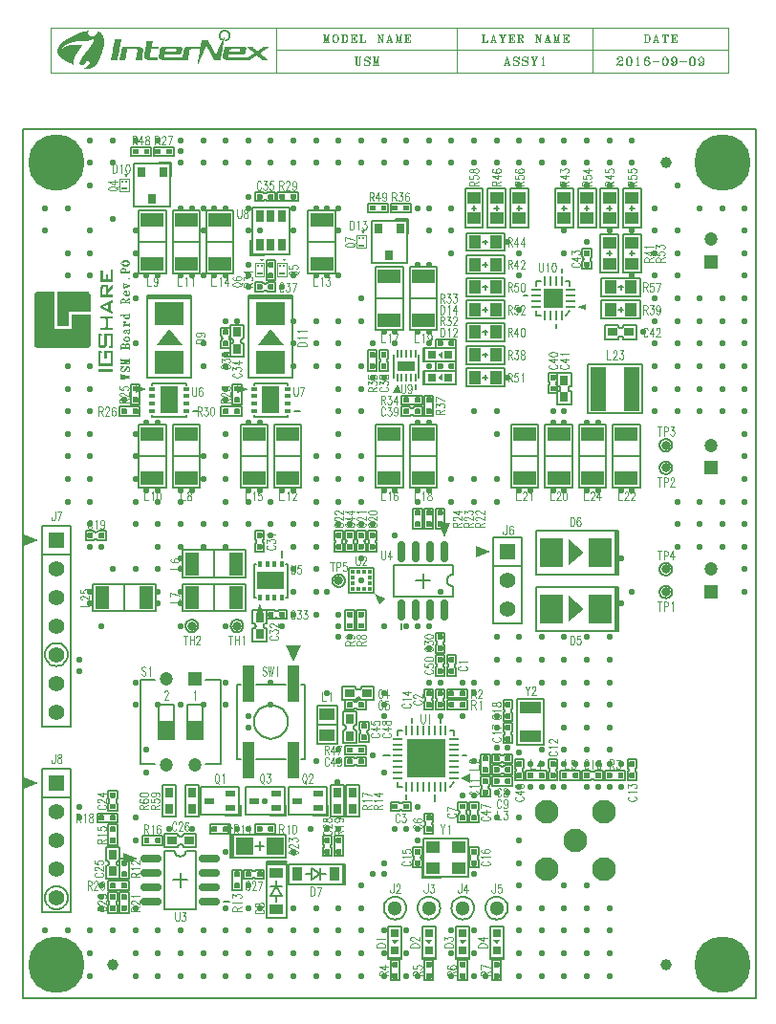
<source format=gbr>
%MOMM*%
%FSLAX33Y33*%
%ADD10C,0.200000*%
%ADD11C,0.111760*%
%ADD73C,0.203200*%
%ADD125C,0.120000*%
%ADD126C,0.152400*%
%ADD128C,0.100000*%
%ADD129C,0.080000*%
%ADD144C,1.300000*%
%ADD159C,1.400000*%
%ADD180C,0.550000*%
%ADD181C,5.000000*%
%ADD182R,1.400000X1.400000*%
%ADD183C,1.200000*%
%ADD184R,1.200000X1.200000*%
%ADD185C,2.100000*%
%ADD186R,0.800000X0.900000*%
%ADD187C,0.635000*%
%ADD188R,1.300000X2.000000*%
%ADD189R,2.000000X1.300000*%
%ADD190R,0.600000X0.325000*%
%ADD191R,0.787400X0.889000*%
%ADD192R,0.150000X0.250000*%
%ADD193R,0.500000X0.250000*%
%ADD194R,0.900000X0.800000*%
%ADD195R,0.889000X0.508000*%
%ADD196C,0.800000*%
%ADD197R,1.650000X2.400000*%
%ADD198R,2.540000X2.006600*%
%ADD199R,1.219200X0.914400*%
%ADD200R,1.498600X1.600200*%
%ADD201R,1.000000X3.200000*%
%ADD202R,2.400000X1.650000*%
%ADD203R,0.325000X0.600000*%
%ADD204R,0.711200X1.016000*%
%ADD205R,0.914400X1.219200*%
%ADD206R,1.450000X1.100000*%
%ADD207R,0.350000X0.350000*%
%ADD208R,0.800000X0.800000*%
%ADD209R,1.300000X1.050000*%
%ADD210R,0.825500X0.254000*%
%ADD211R,0.254000X0.825500*%
%ADD212R,3.450000X3.450000*%
%ADD213R,0.230000X0.700000*%
%ADD214R,1.500000X0.900000*%
%ADD215R,1.100000X1.250000*%
%ADD216R,1.250000X1.100000*%
%ADD217R,1.900000X1.100000*%
%ADD218R,2.006600X2.540000*%
%ADD219R,1.700000X1.700000*%
%ADD220R,1.450000X3.900000*%
%ADD230C,1.000000*%
G90*G71*G01*D02*G54D10*X000000Y000000D02*X065000Y000000D01*X065000Y077000D01*
X000000Y077000D01*X000000Y000000D01*X033600Y006400D02*X033600Y003600D01*
X032400Y003600D01*X032400Y006400D01*X033600Y006400D01*X033600Y003500D02*
X032400Y003500D01*X033600Y003500D02*X033600Y003600D01*X032400Y003500D02*
X032400Y003600D01*X036600Y006400D02*X036600Y003600D01*X035400Y003600D01*
X035400Y006400D01*X036600Y006400D01*X036600Y003500D02*X035400Y003500D01*
X036600Y003500D02*X036600Y003600D01*X035400Y003500D02*X035400Y003600D01*
X039600Y006400D02*X039600Y003600D01*X038400Y003600D01*X038400Y006400D01*
X039600Y006400D01*X039600Y003500D02*X038400Y003500D01*X039600Y003500D02*
X039600Y003600D01*X038400Y003500D02*X038400Y003600D01*X042600Y006400D02*
X042600Y003600D01*X041400Y003600D01*X041400Y006400D01*X042600Y006400D01*
X042600Y003500D02*X041400Y003500D01*X042600Y003500D02*X042600Y003600D01*
X041400Y003500D02*X041400Y003600D01*X024700Y027800D02*X025000Y027800D01*
X025000Y021200D01*X024700Y021200D01*X023300Y027800D02*X020700Y027800D01*
X023300Y021200D02*X020700Y021200D01*X019300Y027800D02*X019000Y027800D01*
X019000Y021200D01*X019300Y021200D01*X020500Y024500D02*X020529Y024207D01*
X020614Y023926D01*X020753Y023667D01*X020939Y023439D01*X021167Y023253D01*
X021426Y023114D01*X021707Y023029D01*X022000Y023000D01*X022293Y023029D01*
X022574Y023114D01*X022833Y023253D01*X023061Y023439D01*X023247Y023667D01*
X023386Y023926D01*X023471Y024207D01*X023500Y024500D01*X023471Y024793D01*
X023386Y025074D01*X023247Y025333D01*X023061Y025561D01*X022833Y025747D01*
X022574Y025886D01*X022293Y025971D01*X022000Y026000D01*X021707Y025971D01*
X021426Y025886D01*X021167Y025747D01*X020939Y025561D01*X020753Y025333D01*
X020614Y025074D01*X020529Y024793D01*X020500Y024500D01*X031100Y035900D02*
X028900Y035900D01*X028900Y038100D01*X031100Y038100D01*X031100Y035900D01*
X054900Y051800D02*X050100Y051800D01*X050100Y056200D01*X054900Y056200D01*
X054900Y051800D01*X035100Y057000D02*X035100Y055000D01*X032900Y055000D02*
X032900Y057000D01*X038400Y054400D02*X035600Y054400D01*X035600Y055600D01*
X038400Y055600D01*X038400Y054400D01*X035500Y054400D02*X035500Y055600D01*
X035500Y054400D02*X035600Y054400D01*X035500Y055600D02*X035600Y055600D01*
X038400Y056400D02*X035600Y056400D01*X035600Y057600D01*X038400Y057600D01*
X038400Y056400D01*X035500Y056400D02*X035500Y057600D01*X035500Y056400D02*
X035600Y056400D01*X035500Y057600D02*X035600Y057600D01*D02*G54D11*
X008711Y054920D02*X009473Y054998D01*X008711Y054941D02*X009295Y054998D01*
X009473Y054998D01*X008711Y054959D02*X009295Y055020D01*X008711Y055081D02*
X009295Y055020D01*X009473Y054998D01*X008711Y055081D02*X009473Y055159D01*
X008711Y055098D02*X009295Y055159D01*X009473Y055159D01*X008711Y055120D02*
X009295Y055177D01*X008737Y055238D02*X009295Y055177D01*X009473Y055159D01*
X008711Y054863D02*X008711Y055020D01*X008711Y055081D02*X008711Y055120D01*
X008711Y055177D02*X008711Y055299D01*X008711Y054880D02*X008737Y054941D01*
X008711Y054902D02*X008775Y054941D01*X008711Y054981D02*X008775Y054959D01*
X008711Y054998D02*X008737Y054959D01*X008711Y055199D02*X008737Y055238D01*
X008711Y055277D02*X008737Y055238D01*X008813Y055935D02*X008711Y055969D01*
X008927Y055969D01*X008813Y055935D01*X008737Y055874D01*X008711Y055778D01*
X008711Y055686D01*X008737Y055595D01*X008813Y055534D01*X008927Y055534D01*
X008991Y055564D01*X009067Y055656D01*X009143Y055843D01*X009181Y055904D01*
X009257Y055935D01*X009359Y055935D01*X009435Y055904D01*X008927Y055564D02*
X008991Y055595D01*X009029Y055656D01*X009105Y055843D01*X009143Y055904D01*
X009219Y055935D01*X008737Y055595D02*X008813Y055564D01*X008889Y055564D01*
X008965Y055595D01*X008991Y055656D01*X009067Y055843D01*X009143Y055935D01*
X009219Y055969D01*X009321Y055969D01*X009397Y055935D01*X009435Y055904D01*
X009473Y055812D01*X009473Y055717D01*X009435Y055625D01*X009359Y055564D01*
X009257Y055534D01*X009473Y055534D01*X009359Y055564D01*X008711Y056261D02*
X009435Y056261D01*X008711Y056261D02*X009473Y056400D01*X008711Y056283D02*
X009359Y056400D01*X008711Y056300D02*X009359Y056418D01*X008711Y056540D02*
X009473Y056400D01*X008711Y056540D02*X009473Y056540D01*X008737Y056557D02*
X009435Y056557D01*X008711Y056579D02*X009473Y056579D01*X008711Y056204D02*
X008711Y056300D01*X008711Y056540D02*X008711Y056640D01*X009473Y056204D02*
X009473Y056322D01*X009473Y056479D02*X009473Y056640D01*X008711Y056222D02*
X008737Y056261D01*X008711Y056596D02*X008775Y056579D01*X008711Y056618D02*
X008737Y056579D01*X009435Y056261D02*X009473Y056222D01*X009435Y056261D02*
X009473Y056300D01*X009435Y056540D02*X009473Y056500D01*X009397Y056540D02*
X009473Y056518D01*X009397Y056579D02*X009473Y056596D01*X009435Y056579D02*
X009473Y056618D01*X008711Y057619D02*X009473Y057619D01*X008737Y057645D02*
X009435Y057645D01*X008711Y057672D02*X009473Y057672D01*X008711Y057545D02*
X008711Y057850D01*X008737Y057929D01*X008775Y057951D01*X008851Y057981D01*
X008927Y057981D01*X008991Y057951D01*X009029Y057929D01*X009067Y057850D01*
X008775Y057929D02*X008851Y057951D01*X008927Y057951D01*X008991Y057929D01*
X008711Y057850D02*X008737Y057903D01*X008813Y057929D01*X008965Y057929D01*
X009029Y057903D01*X009067Y057850D01*X009067Y057672D02*X009067Y057850D01*
X009105Y057929D01*X009143Y057951D01*X009219Y057981D01*X009321Y057981D01*
X009397Y057951D01*X009435Y057929D01*X009473Y057850D01*X009473Y057545D01*
X009143Y057929D02*X009219Y057951D01*X009321Y057951D01*X009397Y057929D01*
X009067Y057850D02*X009105Y057903D01*X009181Y057929D01*X009359Y057929D01*
X009435Y057903D01*X009473Y057850D01*X008711Y057567D02*X008737Y057619D01*
X008711Y057593D02*X008775Y057619D01*X008711Y057698D02*X008775Y057672D01*
X008711Y057724D02*X008737Y057672D01*X009435Y057619D02*X009473Y057567D01*
X009397Y057619D02*X009473Y057593D01*X009397Y057672D02*X009473Y057698D01*
X009435Y057672D02*X009473Y057724D01*X008965Y058399D02*X008991Y058307D01*
X009067Y058246D01*X009181Y058216D01*X009257Y058216D01*X009359Y058246D01*
X009435Y058307D01*X009473Y058399D01*X009473Y058464D01*X009435Y058556D01*
X009359Y058617D01*X009257Y058652D01*X009181Y058652D01*X009067Y058617D01*
X008991Y058556D01*X008965Y058464D01*X008965Y058399D01*X009067Y058277D02*
X009143Y058246D01*X009295Y058246D01*X009359Y058277D01*X009359Y058586D02*
X009295Y058617D01*X009143Y058617D01*X009067Y058586D01*X008965Y058399D02*
X008991Y058338D01*X009029Y058307D01*X009143Y058277D01*X009295Y058277D01*
X009397Y058307D01*X009435Y058338D01*X009473Y058399D01*X009473Y058464D02*
X009435Y058525D01*X009397Y058556D01*X009295Y058586D01*X009143Y058586D01*
X009029Y058556D01*X008991Y058525D01*X008965Y058464D01*X009067Y058943D02*
X009029Y058943D01*X009029Y058969D01*X009105Y058969D01*X009105Y058912D01*
X009029Y058912D01*X008991Y058943D01*X008965Y059000D01*X008965Y059117D01*
X008991Y059174D01*X009029Y059205D01*X009105Y059231D01*X009359Y059231D01*
X009435Y059261D01*X009473Y059292D01*X009029Y059174D02*X009105Y059205D01*
X009359Y059205D01*X009435Y059231D01*X008965Y059117D02*X008991Y059148D01*
X009067Y059174D01*X009359Y059174D01*X009435Y059205D01*X009473Y059292D01*
X009473Y059322D01*X009143Y059174D02*X009181Y059148D01*X009219Y059000D01*
X009257Y058912D01*X009321Y058886D01*X009359Y058886D01*X009435Y058912D01*
X009473Y059000D01*X009473Y059087D01*X009435Y059148D01*X009359Y059174D01*
X009257Y058943D02*X009321Y058912D01*X009359Y058912D01*X009435Y058943D01*
X009181Y059148D02*X009219Y059030D01*X009257Y058969D01*X009321Y058943D01*
X009359Y058943D01*X009435Y058969D01*X009473Y059000D01*X008965Y059653D02*
X009473Y059653D01*X008991Y059688D02*X009435Y059688D01*X008965Y059557D02*
X008965Y059723D01*X009473Y059723D01*X009029Y059958D02*X008991Y059958D01*
X008991Y059923D01*X009067Y059923D01*X009067Y059993D01*X008991Y059993D01*
X008965Y059958D01*X008965Y059888D01*X008991Y059823D01*X009067Y059757D01*
X009181Y059723D01*X009473Y059557D02*X009473Y059823D01*X008965Y059587D02*
X008991Y059653D01*X008965Y059622D02*X009029Y059653D01*X009435Y059653D02*
X009473Y059587D01*X009397Y059653D02*X009473Y059622D01*X009397Y059723D02*
X009473Y059757D01*X009435Y059723D02*X009473Y059788D01*X008711Y060524D02*
X009473Y060524D01*X009473Y060663D01*X008737Y060554D02*X009435Y060554D01*
X008711Y060445D02*X008711Y060581D01*X009473Y060581D01*X009067Y060524D02*
X009003Y060498D01*X008965Y060445D01*X008965Y060389D01*X009003Y060306D01*
X009067Y060254D01*X009181Y060227D01*X009257Y060227D01*X009359Y060254D01*
X009435Y060306D01*X009473Y060389D01*X009473Y060445D01*X009435Y060498D01*
X009359Y060524D01*X009067Y060280D02*X009143Y060254D01*X009295Y060254D01*
X009359Y060280D01*X008965Y060389D02*X009003Y060336D01*X009029Y060306D01*
X009143Y060280D01*X009295Y060280D01*X009397Y060306D01*X009435Y060336D01*
X009473Y060389D01*X008711Y060472D02*X008737Y060524D01*X008711Y060498D02*
X008775Y060524D01*X009397Y060581D02*X009473Y060607D01*X009435Y060581D02*
X009473Y060633D01*X008711Y061638D02*X009473Y061638D01*X008737Y061664D02*
X009435Y061664D01*X008711Y061686D02*X009473Y061686D01*X008711Y061569D02*
X008711Y061856D01*X008737Y061930D01*X008775Y061952D01*X008851Y061978D01*
X008927Y061978D01*X008991Y061952D01*X009029Y061930D01*X009067Y061856D01*
X009067Y061686D01*X008775Y061930D02*X008851Y061952D01*X008927Y061952D01*
X008991Y061930D01*X008711Y061856D02*X008737Y061904D01*X008813Y061930D01*
X008965Y061930D01*X009029Y061904D01*X009067Y061856D01*X009067Y061782D02*
X009105Y061834D01*X009181Y061856D01*X009397Y061904D01*X009473Y061930D01*
X009473Y061978D01*X009397Y062004D01*X009321Y062004D01*X009321Y061904D02*
X009397Y061930D01*X009435Y061952D01*X009435Y061978D01*X009105Y061834D02*
X009143Y061856D01*X009359Y061930D01*X009397Y061952D01*X009397Y061978D01*
X009359Y062004D01*X009473Y061569D02*X009473Y061760D01*X008711Y061590D02*
X008737Y061638D01*X008711Y061617D02*X008775Y061638D01*X008711Y061712D02*
X008775Y061686D01*X008711Y061734D02*X008737Y061686D01*X009435Y061638D02*
X009473Y061590D01*X009397Y061638D02*X009473Y061617D01*X009397Y061686D02*
X009473Y061712D01*X009435Y061686D02*X009473Y061734D01*X009181Y062305D02*
X009181Y062675D01*X009105Y062675D01*X009029Y062640D01*X008991Y062605D01*
X008965Y062505D01*X008965Y062440D01*X008991Y062335D01*X009067Y062270D01*
X009181Y062239D01*X009257Y062239D01*X009359Y062270D01*X009435Y062335D01*
X009473Y062440D01*X009473Y062505D01*X009435Y062605D01*X009359Y062675D01*
X009143Y062640D02*X009105Y062640D01*X009029Y062605D01*X009067Y062305D02*
X009143Y062270D01*X009295Y062270D01*X009359Y062305D01*X009181Y062605D02*
X009067Y062605D01*X008991Y062575D01*X008965Y062505D01*X008965Y062440D02*
X008991Y062370D01*X009029Y062335D01*X009143Y062305D01*X009295Y062305D01*
X009397Y062335D01*X009435Y062370D01*X009473Y062440D01*X008965Y062962D02*
X009473Y063123D01*X008965Y062988D02*X009397Y063123D01*X008965Y063014D02*
X009397Y063154D01*X008991Y063289D02*X009397Y063154D01*X009473Y063123D01*
X008965Y062910D02*X008965Y063097D01*X008965Y063180D02*X008965Y063346D01*
X008965Y062936D02*X009029Y063014D01*X008965Y063071D02*X008991Y063014D01*
X008965Y063232D02*X008991Y063289D01*X008965Y063315D02*X008991Y063289D01*
X009359Y063789D02*X009397Y063776D01*X009435Y063776D01*X009473Y063789D01*
X009473Y063803D01*X009435Y063816D01*X009397Y063816D01*X009359Y063803D01*
X009359Y063789D01*X009397Y063789D02*X009435Y063789D01*X009435Y063803D01*
X009397Y063803D01*X009397Y063789D01*X008711Y064325D02*X009473Y064325D01*
X008737Y064351D02*X009435Y064351D01*X008711Y064377D02*X009473Y064377D01*
X008711Y064251D02*X008711Y064556D01*X008737Y064634D01*X008775Y064656D01*
X008851Y064687D01*X008965Y064687D01*X009029Y064656D01*X009067Y064634D01*
X009105Y064556D01*X009105Y064377D01*X008775Y064634D02*X008851Y064656D01*
X008965Y064656D01*X009029Y064634D01*X008711Y064556D02*X008737Y064608D01*
X008813Y064634D01*X008991Y064634D01*X009067Y064608D01*X009105Y064556D01*
X009473Y064251D02*X009473Y064456D01*X008711Y064273D02*X008737Y064325D01*
X008711Y064299D02*X008775Y064325D01*X008711Y064403D02*X008775Y064377D01*
X008711Y064430D02*X008737Y064377D01*X009435Y064325D02*X009473Y064273D01*
X009397Y064325D02*X009473Y064299D01*X009397Y064377D02*X009473Y064403D01*
X009435Y064377D02*X009473Y064430D01*X008711Y065104D02*X008737Y065013D01*
X008851Y064952D01*X009029Y064921D01*X009143Y064921D01*X009321Y064952D01*
X009435Y065013D01*X009473Y065104D01*X009473Y065170D01*X009435Y065261D01*
X009321Y065322D01*X009143Y065357D01*X009029Y065357D01*X008851Y065322D01*
X008737Y065261D01*X008711Y065170D01*X008711Y065104D01*X008775Y065013D02*
X008851Y064982D01*X008991Y064952D01*X009181Y064952D01*X009321Y064982D01*
X009397Y065013D01*X009397Y065261D02*X009321Y065292D01*X009181Y065322D01*
X008991Y065322D01*X008851Y065292D01*X008775Y065261D01*X008711Y065104D02*
X008737Y065043D01*X008813Y065013D01*X008991Y064982D01*X009181Y064982D01*
X009359Y065013D01*X009435Y065043D01*X009473Y065104D01*X009473Y065170D02*
X009435Y065231D01*X009359Y065261D01*X009181Y065292D01*X008991Y065292D01*
X008813Y065261D01*X008737Y065231D01*X008711Y065170D01*D02*G54D73*
X017810Y008595D02*X018318Y008595D01*X015400Y013100D02*X015400Y007900D01*
X012600Y007900D01*X012600Y013100D01*X015400Y013100D02*X014478Y013100D01*
X012600Y013100D02*X013462Y013100D01*X013365Y010500D02*X014635Y010500D01*
X014000Y011135D02*X014000Y009865D01*X014478Y013100D02*X014476Y013050D01*
X014468Y013001D01*X014456Y012953D01*X014439Y012906D01*X014418Y012861D01*
X014392Y012818D01*X014363Y012778D01*X014329Y012741D01*X014292Y012707D01*
X014252Y012678D01*X014209Y012652D01*X014164Y012631D01*X014117Y012614D01*
X014069Y012602D01*X014020Y012594D01*X013970Y012592D01*X013920Y012594D01*
X013871Y012602D01*X013823Y012614D01*X013776Y012631D01*X013731Y012652D01*
X013688Y012678D01*X013648Y012707D01*X013611Y012741D01*X013577Y012778D01*
X013548Y012818D01*X013522Y012861D01*X013501Y012906D01*X013484Y012953D01*
X013472Y013001D01*X013464Y013050D01*X013462Y013100D01*X023400Y007100D02*
X021600Y007100D01*X021600Y011900D01*X023400Y011900D01*X023400Y007100D01*
X023000Y009100D02*X022000Y009100D01*X022500Y009900D01*X023000Y009100D01*
X023000Y009900D02*X022000Y009900D01*X022500Y009900D02*X022500Y010400D01*
X022500Y009100D02*X022500Y008600D01*X023400Y011900D02*X021600Y011900D01*
X021600Y007100D02*X023400Y007100D01*X021600Y011900D02*X021600Y012000D01*
X023400Y012000D01*X023400Y011900D01*X021600Y012000D02*X021600Y012100D01*
X023400Y012100D01*X032000Y008000D02*X032019Y007805D01*X032076Y007617D01*
X032169Y007444D01*X032293Y007293D01*X032444Y007169D01*X032617Y007076D01*
X032805Y007019D01*X033000Y007000D01*X033195Y007019D01*X033383Y007076D01*
X033556Y007169D01*X033707Y007293D01*X033831Y007444D01*X033924Y007617D01*
X033981Y007805D01*X034000Y008000D01*X033981Y008195D01*X033924Y008383D01*
X033831Y008556D01*X033707Y008707D01*X033556Y008831D01*X033383Y008924D01*
X033195Y008981D01*X033000Y009000D01*X032805Y008981D01*X032617Y008924D01*
X032444Y008831D01*X032293Y008707D01*X032169Y008556D01*X032076Y008383D01*
X032019Y008195D01*X032000Y008000D01*X035000Y008000D02*X035019Y007805D01*
X035076Y007617D01*X035169Y007444D01*X035293Y007293D01*X035444Y007169D01*
X035617Y007076D01*X035805Y007019D01*X036000Y007000D01*X036195Y007019D01*
X036383Y007076D01*X036556Y007169D01*X036707Y007293D01*X036831Y007444D01*
X036924Y007617D01*X036981Y007805D01*X037000Y008000D01*X036981Y008195D01*
X036924Y008383D01*X036831Y008556D01*X036707Y008707D01*X036556Y008831D01*
X036383Y008924D01*X036195Y008981D01*X036000Y009000D01*X035805Y008981D01*
X035617Y008924D01*X035444Y008831D01*X035293Y008707D01*X035169Y008556D01*
X035076Y008383D01*X035019Y008195D01*X035000Y008000D01*X038000Y008000D02*
X038019Y007805D01*X038076Y007617D01*X038169Y007444D01*X038293Y007293D01*
X038444Y007169D01*X038617Y007076D01*X038805Y007019D01*X039000Y007000D01*
X039195Y007019D01*X039383Y007076D01*X039556Y007169D01*X039707Y007293D01*
X039831Y007444D01*X039924Y007617D01*X039981Y007805D01*X040000Y008000D01*
X039981Y008195D01*X039924Y008383D01*X039831Y008556D01*X039707Y008707D01*
X039556Y008831D01*X039383Y008924D01*X039195Y008981D01*X039000Y009000D01*
X038805Y008981D01*X038617Y008924D01*X038444Y008831D01*X038293Y008707D01*
X038169Y008556D01*X038076Y008383D01*X038019Y008195D01*X038000Y008000D01*
X041000Y008000D02*X041019Y007805D01*X041076Y007617D01*X041169Y007444D01*
X041293Y007293D01*X041444Y007169D01*X041617Y007076D01*X041805Y007019D01*
X042000Y007000D01*X042195Y007019D01*X042383Y007076D01*X042556Y007169D01*
X042707Y007293D01*X042831Y007444D01*X042924Y007617D01*X042981Y007805D01*
X043000Y008000D01*X042981Y008195D01*X042924Y008383D01*X042831Y008556D01*
X042707Y008707D01*X042556Y008831D01*X042383Y008924D01*X042195Y008981D01*
X042000Y009000D01*X041805Y008981D01*X041617Y008924D01*X041444Y008831D01*
X041293Y008707D01*X041169Y008556D01*X041076Y008383D01*X041019Y008195D01*
X041000Y008000D01*X001730Y017810D02*X004270Y017810D01*X004270Y020350D02*
X001730Y020350D01*X001730Y007650D01*X004270Y007650D01*X004270Y020350D01*
X001984Y008920D02*X002004Y008722D01*X002061Y008531D01*X002155Y008356D01*
X002282Y008202D01*X002436Y008075D01*X002611Y007981D01*X002802Y007924D01*
X003000Y007904D01*X003198Y007924D01*X003389Y007981D01*X003564Y008075D01*
X003718Y008202D01*X003845Y008356D01*X003939Y008531D01*X003996Y008722D01*
X004016Y008920D01*X003996Y009118D01*X003939Y009309D01*X003845Y009484D01*
X003718Y009638D01*X003564Y009765D01*X003389Y009859D01*X003198Y009916D01*
X003000Y009936D01*X002802Y009916D01*X002611Y009859D01*X002436Y009765D01*
X002282Y009638D01*X002155Y009484D01*X002061Y009309D01*X002004Y009118D01*
X001984Y008920D01*X023600Y010100D02*X023600Y011900D01*X028400Y011900D01*
X028400Y010100D01*X023600Y010100D01*X025600Y010500D02*X025600Y011500D01*
X026400Y011000D01*X025600Y010500D01*X026400Y010500D02*X026400Y011500D01*
X026400Y011000D02*X026900Y011000D01*X025600Y011000D02*X025100Y011000D01*
X028400Y010100D02*X028400Y011900D01*X023600Y011900D02*X023600Y010100D01*
X028400Y011900D02*X028500Y011900D01*X028500Y010100D01*X028400Y010100D01*
X028500Y011900D02*X028600Y011900D01*X028600Y010100D01*X035500Y014200D02*
X039500Y014200D01*X039500Y010800D01*X035500Y010800D01*X035500Y014200D01*
X035400Y012200D02*X035400Y010700D01*X037000Y010700D01*X018000Y016200D02*
X019300Y016200D01*X019300Y017100D01*X015800Y016300D02*X019200Y016300D01*
X019200Y018700D01*X015800Y018700D01*X015800Y016300D01*X022000Y016200D02*
X023300Y016200D01*X023300Y017100D01*X019800Y016300D02*X023200Y016300D01*
X023200Y018700D01*X019800Y018700D01*X019800Y016300D01*X021000Y013881D02*
X021000Y013119D01*X020619Y013500D02*X021381Y013500D01*X017838Y015100D02*
X018600Y015100D01*X018219Y015481D02*X018219Y014719D01*X018650Y014500D02*
X018650Y012500D01*X023350Y012500D01*X023350Y014500D01*X018650Y014500D01*
X018650Y014500D02*X018550Y014500D01*X018550Y012500D01*X018650Y012500D01*
X018550Y014500D02*X018450Y014500D01*X018450Y012500D01*X018550Y012500D01*
X025750Y016200D02*X027050Y016200D01*X027050Y017100D01*X023550Y016300D02*
X026950Y016300D01*X026950Y018700D01*X023550Y018700D01*X023550Y016300D01*
X011760Y020750D02*X010470Y020750D01*X010470Y028250D01*X011760Y028250D01*
X015970Y024500D02*X014570Y024500D01*X015970Y023000D02*X015970Y026000D01*
X014570Y026000D01*X014570Y023000D01*X015970Y023000D01*X013430Y023000D02*
X013430Y026000D01*X012030Y026000D01*X012030Y023000D01*X013430Y023000D01*
X013430Y024500D02*X012030Y024500D01*X016240Y020750D02*X017530Y020750D01*
X017530Y028250D01*X016240Y028250D01*X037850Y023750D02*X038250Y023750D01*
X038250Y023350D01*X033250Y023350D02*X033250Y023750D01*X033650Y023750D01*
X038250Y019150D02*X037850Y018750D01*X033650Y018750D02*X033250Y018750D01*
X033250Y019150D01*X038950Y021500D02*X039350Y021500D01*X037000Y025050D02*
X037000Y024450D01*X034500Y024450D02*X034500Y024850D01*X031950Y021500D02*
X032550Y021500D01*X036500Y017450D02*X036500Y018050D01*X034000Y018050D02*
X034000Y017650D01*X001730Y039350D02*X004270Y039350D01*X004270Y041890D02*
X001730Y041890D01*X001730Y024110D01*X004270Y024110D01*X004270Y041890D01*
X001984Y030460D02*X002004Y030262D01*X002061Y030071D01*X002155Y029896D01*
X002282Y029742D01*X002436Y029615D01*X002611Y029521D01*X002802Y029464D01*
X003000Y029444D01*X003198Y029464D01*X003389Y029521D01*X003564Y029615D01*
X003718Y029742D01*X003845Y029896D01*X003939Y030071D01*X003996Y030262D01*
X004016Y030460D01*X003996Y030658D01*X003939Y030849D01*X003845Y031024D01*
X003718Y031178D01*X003564Y031305D01*X003389Y031399D01*X003198Y031456D01*
X003000Y031476D01*X002802Y031456D01*X002611Y031399D01*X002436Y031305D01*
X002282Y031178D01*X002155Y031024D01*X002061Y030849D01*X002004Y030658D01*
X001984Y030460D01*X043800Y022500D02*X046200Y022500D01*X046200Y026500D01*
X043800Y026500D01*X043800Y022500D01*X011800Y034300D02*X006200Y034300D01*
X006200Y036700D01*X011800Y036700D01*X011800Y034300D01*X009000Y034300D02*
X009000Y036700D01*X022975Y039075D02*X022975Y039625D01*X020700Y038500D02*
X020500Y038500D01*X020500Y035500D01*X020700Y035500D01*X023300Y038500D02*
X023500Y038500D01*X023500Y035500D01*X023300Y035500D01*X019800Y034300D02*
X014200Y034300D01*X014200Y036700D01*X019800Y036700D01*X019800Y034300D01*
X017000Y034300D02*X017000Y036700D01*X033595Y033190D02*X033595Y032682D01*
X038100Y035600D02*X032900Y035600D01*X032900Y038400D01*X038100Y038400D01*
X038100Y035600D02*X038100Y036522D01*X038100Y038400D02*X038100Y037538D01*
X035500Y037635D02*X035500Y036365D01*X036135Y037000D02*X034865Y037000D01*
X038100Y036522D02*X038050Y036524D01*X038001Y036532D01*X037953Y036544D01*
X037906Y036561D01*X037861Y036582D01*X037818Y036608D01*X037778Y036637D01*
X037741Y036671D01*X037707Y036708D01*X037678Y036748D01*X037652Y036791D01*
X037631Y036836D01*X037614Y036883D01*X037602Y036931D01*X037594Y036980D01*
X037592Y037030D01*X037594Y037080D01*X037602Y037129D01*X037614Y037177D01*
X037631Y037224D01*X037652Y037269D01*X037678Y037312D01*X037707Y037352D01*
X037741Y037389D01*X037778Y037423D01*X037818Y037452D01*X037861Y037478D01*
X037906Y037499D01*X037953Y037516D01*X038001Y037528D01*X038050Y037536D01*
X038100Y037538D01*X041730Y038270D02*X044270Y038270D01*X044270Y040810D02*
X041730Y040810D01*X041730Y033190D01*X044270Y033190D01*X044270Y040810D01*
X045497Y036443D02*X045497Y032557D01*X052503Y032557D01*X052503Y036443D01*
X045497Y036443D01*X052503Y036443D02*X052630Y036443D01*X052630Y032557D01*
X052503Y032557D01*X052630Y036443D02*X052757Y036443D01*X052757Y032557D01*
X052630Y032557D01*X019800Y037300D02*X014200Y037300D01*X014200Y039700D01*
X019800Y039700D01*X019800Y037300D01*X017000Y037300D02*X017000Y039700D01*
X045497Y041443D02*X045497Y037557D01*X052503Y037557D01*X052503Y041443D01*
X045497Y041443D01*X052503Y041443D02*X052630Y041443D01*X052630Y037557D01*
X052503Y037557D01*X052630Y041443D02*X052757Y041443D01*X052757Y037557D01*
X052630Y037557D01*X010300Y045200D02*X010300Y050800D01*X012700Y050800D01*
X012700Y045200D01*X010300Y045200D01*X010300Y048000D02*X012700Y048000D01*
X013300Y045200D02*X013300Y050800D01*X015700Y050800D01*X015700Y045200D01*
X013300Y045200D01*X013300Y048000D02*X015700Y048000D01*X019300Y045200D02*
X019300Y050800D01*X021700Y050800D01*X021700Y045200D01*X019300Y045200D01*
X019300Y048000D02*X021700Y048000D01*X022300Y045200D02*X022300Y050800D01*
X024700Y050800D01*X024700Y045200D01*X022300Y045200D01*X022300Y048000D02*
X024700Y048000D01*X031300Y045200D02*X031300Y050800D01*X033700Y050800D01*
X033700Y045200D01*X031300Y045200D01*X031300Y048000D02*X033700Y048000D01*
X034300Y045200D02*X034300Y050800D01*X036700Y050800D01*X036700Y045200D01*
X034300Y045200D01*X034300Y048000D02*X036700Y048000D01*X048700Y050800D02*
X048700Y045200D01*X046300Y045200D01*X046300Y050800D01*X048700Y050800D01*
X048700Y048000D02*X046300Y048000D01*X045700Y050800D02*X045700Y045200D01*
X043300Y045200D01*X043300Y050800D01*X045700Y050800D01*X045700Y048000D02*
X043300Y048000D01*X049300Y045200D02*X049300Y050800D01*X051700Y050800D01*
X051700Y045200D01*X049300Y045200D01*X049300Y048000D02*X051700Y048000D01*
X052300Y045200D02*X052300Y050800D01*X054700Y050800D01*X054700Y045200D01*
X052300Y045200D01*X052300Y048000D02*X054700Y048000D01*X015075Y052025D02*
X015625Y052025D01*X014500Y054300D02*X014500Y054500D01*X011500Y054500D01*
X011500Y054300D01*X014500Y051700D02*X014500Y051500D01*X011500Y051500D01*
X011500Y051700D01*X024075Y052025D02*X024625Y052025D01*X023500Y054300D02*
X023500Y054500D01*X020500Y054500D01*X020500Y054300D01*X023500Y051700D02*
X023500Y051500D01*X020500Y051500D01*X020500Y051700D01*X034800Y053975D02*
X034800Y054350D01*X011057Y054997D02*X014943Y054997D01*X014943Y062003D01*
X011057Y062003D01*X011057Y054997D01*X011057Y062003D02*X011057Y062130D01*
X014943Y062130D01*X014943Y062003D01*X011057Y062130D02*X011057Y062257D01*
X014943Y062257D01*X014943Y062130D01*X020057Y054997D02*X023943Y054997D01*
X023943Y062003D01*X020057Y062003D01*X020057Y054997D01*X020057Y062003D02*
X020057Y062130D01*X023943Y062130D01*X023943Y062003D01*X020057Y062130D02*
X020057Y062257D01*X023943Y062257D01*X023943Y062130D01*X031300Y059200D02*
X031300Y064800D01*X033700Y064800D01*X033700Y059200D01*X031300Y059200D01*
X031300Y062000D02*X033700Y062000D01*X034300Y059200D02*X034300Y064800D01*
X036700Y064800D01*X036700Y059200D01*X034300Y059200D01*X034300Y062000D02*
X036700Y062000D01*X048500Y063100D02*X048500Y063500D01*X048100Y063500D01*
X045900Y060500D02*X045500Y060500D01*X045500Y060900D01*X045500Y063100D02*
X045500Y063500D01*X045900Y063500D01*X047750Y064250D02*X047750Y064625D01*
X044750Y062250D02*X044375Y062250D01*X047250Y059750D02*X047250Y059375D01*
X048125Y060500D02*X048500Y060875D01*X010300Y064200D02*X010300Y069800D01*
X012700Y069800D01*X012700Y064200D01*X010300Y064200D01*X010300Y067000D02*
X012700Y067000D01*X020322Y065911D02*X020322Y070064D01*X023678Y070064D01*
X023678Y065911D01*X020322Y065911D01*X020200Y067200D02*X020200Y065800D01*
X021400Y065800D01*X013300Y064200D02*X013300Y069800D01*X015700Y069800D01*
X015700Y064200D01*X013300Y064200D01*X013300Y067000D02*X015700Y067000D01*
X018700Y069800D02*X018700Y064200D01*X016300Y064200D01*X016300Y069800D01*
X018700Y069800D01*X018700Y067000D02*X016300Y067000D01*X034100Y065100D02*
X034100Y068900D01*X030900Y068900D01*X030900Y065100D01*X034100Y065100D01*
X034200Y067800D02*X034200Y069000D01*X033100Y069000D01*X027700Y069800D02*
X027700Y064200D01*X025300Y064200D01*X025300Y069800D01*X027700Y069800D01*
X027700Y067000D02*X025300Y067000D01*X013100Y070100D02*X013100Y073900D01*
X009900Y073900D01*X009900Y070100D01*X013100Y070100D01*X013200Y072800D02*
X013200Y074000D01*X012100Y074000D01*D02*G54D125*X013538Y007650D02*
X013538Y007080D01*X013563Y006959D01*X013614Y006886D01*X013695Y006850D01*
X013745Y006850D01*X013822Y006886D01*X013873Y006959D01*X013902Y007080D01*
X013902Y007650D01*X014149Y007638D02*X014433Y007638D01*X014276Y007335D01*
X014356Y007335D01*X014407Y007298D01*X014433Y007262D01*X014462Y007153D01*
X014462Y007068D01*X014433Y006959D01*X014382Y006886D01*X014305Y006850D01*
X014225Y006850D01*X014149Y006886D01*X014123Y006923D01*X014098Y006995D01*
X031350Y004538D02*X031350Y004720D01*X031398Y004796D01*X031471Y004847D01*
X031544Y004873D01*X031653Y004902D01*X031847Y004902D01*X031956Y004873D01*
X032041Y004847D01*X032114Y004796D01*X032150Y004720D01*X032150Y004538D01*
X031350Y004538D01*X031508Y005240D02*X031471Y005269D01*X031362Y005313D01*
X032150Y005313D01*X035400Y002038D02*X034600Y002038D01*X034600Y002271D01*
X034648Y002347D01*X034685Y002373D01*X034758Y002402D01*X034830Y002402D01*
X034903Y002373D01*X034952Y002347D01*X034988Y002271D01*X034988Y002038D01*
X034988Y002216D02*X035400Y002402D01*X034612Y002907D02*X034612Y002649D01*
X034952Y002623D01*X034915Y002649D01*X034879Y002725D01*X034879Y002802D01*
X034915Y002882D01*X034988Y002933D01*X035097Y002962D01*X035182Y002962D01*
X035291Y002933D01*X035364Y002882D01*X035400Y002802D01*X035400Y002725D01*
X035364Y002649D01*X035327Y002623D01*X035255Y002598D01*X034350Y004538D02*
X034350Y004720D01*X034398Y004796D01*X034471Y004847D01*X034544Y004873D01*
X034653Y004902D01*X034847Y004902D01*X034956Y004873D01*X035041Y004847D01*
X035114Y004796D01*X035150Y004720D01*X035150Y004538D01*X034350Y004538D01*
X034544Y005123D02*X034508Y005123D01*X034435Y005149D01*X034398Y005174D01*
X034350Y005225D01*X034350Y005331D01*X034398Y005382D01*X034435Y005407D01*
X034508Y005433D01*X034580Y005433D01*X034653Y005407D01*X034774Y005356D01*
X035150Y005098D01*X035150Y005462D01*X037350Y004538D02*X037350Y004720D01*
X037398Y004796D01*X037471Y004847D01*X037544Y004873D01*X037653Y004902D01*
X037847Y004902D01*X037956Y004873D01*X038041Y004847D01*X038114Y004796D01*
X038150Y004720D01*X038150Y004538D01*X037350Y004538D01*X037362Y005149D02*
X037362Y005433D01*X037665Y005276D01*X037665Y005356D01*X037702Y005407D01*
X037738Y005433D01*X037847Y005462D01*X037932Y005462D01*X038041Y005433D01*
X038114Y005382D01*X038150Y005305D01*X038150Y005225D01*X038114Y005149D01*
X038077Y005123D01*X038005Y005098D01*X032400Y002038D02*X031600Y002038D01*
X031600Y002271D01*X031648Y002347D01*X031685Y002373D01*X031758Y002402D01*
X031830Y002402D01*X031903Y002373D01*X031952Y002347D01*X031988Y002271D01*
X031988Y002038D01*X031988Y002216D02*X032400Y002402D01*X031612Y002838D02*
X032400Y002838D01*X031612Y002838D02*X032133Y002598D01*X032133Y002962D01*
X041400Y002038D02*X040600Y002038D01*X040600Y002271D01*X040648Y002347D01*
X040685Y002373D01*X040758Y002402D01*X040830Y002402D01*X040903Y002373D01*
X040952Y002347D01*X040988Y002271D01*X040988Y002038D01*X040988Y002216D02*
X041400Y002402D01*X040612Y002598D02*X040612Y002962D01*X041400Y002700D01*
X040350Y004538D02*X040350Y004720D01*X040398Y004796D01*X040471Y004847D01*
X040544Y004873D01*X040653Y004902D01*X040847Y004902D01*X040956Y004873D01*
X041041Y004847D01*X041114Y004796D01*X041150Y004720D01*X041150Y004538D01*
X040350Y004538D01*X040362Y005338D02*X041150Y005338D01*X040362Y005338D02*
X040883Y005098D01*X040883Y005462D01*X038400Y002038D02*X037600Y002038D01*
X037600Y002271D01*X037648Y002347D01*X037685Y002373D01*X037758Y002402D01*
X037830Y002402D01*X037903Y002373D01*X037952Y002347D01*X037988Y002271D01*
X037988Y002038D01*X037988Y002216D02*X038400Y002402D01*X037721Y002933D02*
X037648Y002904D01*X037612Y002820D01*X037612Y002765D01*X037648Y002682D01*
X037758Y002623D01*X037952Y002598D01*X038133Y002598D01*X038291Y002623D01*
X038364Y002682D01*X038400Y002765D01*X038400Y002791D01*X038364Y002875D01*
X038291Y002933D01*X038182Y002962D01*X038133Y002962D01*X038024Y002933D01*
X037952Y002875D01*X037915Y002791D01*X037915Y002765D01*X037952Y002682D01*
X038024Y002623D01*X038133Y002598D01*X006794Y008122D02*X006721Y008097D01*
X006648Y008046D01*X006600Y007998D01*X006600Y007900D01*X006648Y007853D01*
X006721Y007805D01*X006794Y007780D01*X006903Y007758D01*X007097Y007758D01*
X007206Y007780D01*X007291Y007805D01*X007364Y007853D01*X007400Y007900D01*
X007400Y007998D01*X007364Y008046D01*X007291Y008097D01*X007206Y008122D01*
X006794Y008343D02*X006758Y008343D01*X006685Y008369D01*X006648Y008394D01*
X006600Y008445D01*X006600Y008551D01*X006648Y008602D01*X006685Y008627D01*
X006758Y008653D01*X006830Y008653D01*X006903Y008627D01*X007024Y008576D01*
X007400Y008318D01*X007400Y008682D01*X006867Y009242D02*X006988Y009213D01*
X007061Y009158D01*X007097Y009071D01*X007097Y009045D01*X007061Y008962D01*
X006988Y008903D01*X006867Y008878D01*X006830Y008878D01*X006721Y008903D01*
X006648Y008962D01*X006612Y009045D01*X006612Y009071D01*X006648Y009158D01*
X006721Y009213D01*X006867Y009242D01*X007061Y009242D01*X007255Y009213D01*
X007364Y009158D01*X007400Y009071D01*X007400Y009016D01*X007364Y008933D01*
X007291Y008903D01*X010400Y007758D02*X009600Y007758D01*X009600Y007991D01*
X009648Y008067D01*X009685Y008093D01*X009758Y008122D01*X009830Y008122D01*
X009903Y008093D01*X009952Y008067D01*X009988Y007991D01*X009988Y007758D01*
X009988Y007936D02*X010400Y008122D01*X009794Y008343D02*X009758Y008343D01*
X009685Y008369D01*X009648Y008394D01*X009600Y008445D01*X009600Y008551D01*
X009648Y008602D01*X009685Y008627D01*X009758Y008653D01*X009830Y008653D01*
X009903Y008627D01*X010024Y008576D01*X010400Y008318D01*X010400Y008682D01*
X009758Y009020D02*X009721Y009049D01*X009612Y009093D01*X010400Y009093D01*
X020600Y007538D02*X020600Y007720D01*X020648Y007796D01*X020721Y007847D01*
X020794Y007873D01*X020903Y007902D01*X021097Y007902D01*X021206Y007873D01*
X021291Y007847D01*X021364Y007796D01*X021400Y007720D01*X021400Y007538D01*
X020600Y007538D01*X020612Y008225D02*X020648Y008149D01*X020721Y008123D01*
X020794Y008123D01*X020879Y008149D01*X020915Y008200D01*X020952Y008305D01*
X020988Y008382D01*X021061Y008433D01*X021133Y008462D01*X021255Y008462D01*
X021327Y008433D01*X021364Y008407D01*X021400Y008331D01*X021400Y008225D01*
X021364Y008149D01*X021327Y008123D01*X021255Y008098D01*X021133Y008098D01*
X021061Y008123D01*X020988Y008174D01*X020952Y008251D01*X020915Y008356D01*
X020879Y008407D01*X020794Y008433D01*X020721Y008433D01*X020648Y008407D01*
X020612Y008331D01*X020612Y008225D01*X032898Y010150D02*X032898Y009544D01*
X032862Y009423D01*X032826Y009386D01*X032756Y009350D01*X032680Y009350D01*
X032611Y009386D01*X032574Y009423D01*X032538Y009544D01*X032538Y009617D01*
X033123Y009956D02*X033123Y009992D01*X033149Y010065D01*X033174Y010102D01*
X033225Y010150D01*X033331Y010150D01*X033382Y010102D01*X033407Y010065D01*
X033433Y009992D01*X033433Y009920D01*X033407Y009847D01*X033356Y009726D01*
X033098Y009350D01*X033462Y009350D01*X035898Y010150D02*X035898Y009544D01*
X035862Y009423D01*X035826Y009386D01*X035756Y009350D01*X035680Y009350D01*
X035611Y009386D01*X035574Y009423D01*X035538Y009544D01*X035538Y009617D01*
X036149Y010138D02*X036433Y010138D01*X036276Y009835D01*X036356Y009835D01*
X036407Y009798D01*X036433Y009762D01*X036462Y009653D01*X036462Y009568D01*
X036433Y009459D01*X036382Y009386D01*X036305Y009350D01*X036225Y009350D01*
X036149Y009386D01*X036123Y009423D01*X036098Y009495D01*X038898Y010150D02*
X038898Y009544D01*X038862Y009423D01*X038826Y009386D01*X038756Y009350D01*
X038680Y009350D01*X038611Y009386D01*X038574Y009423D01*X038538Y009544D01*
X038538Y009617D01*X039338Y010138D02*X039338Y009350D01*X039338Y010138D02*
X039098Y009617D01*X039462Y009617D01*X041898Y010150D02*X041898Y009544D01*
X041862Y009423D01*X041826Y009386D01*X041756Y009350D01*X041680Y009350D01*
X041611Y009386D01*X041574Y009423D01*X041538Y009544D01*X041538Y009617D01*
X042407Y010138D02*X042149Y010138D01*X042123Y009798D01*X042149Y009835D01*
X042225Y009871D01*X042302Y009871D01*X042382Y009835D01*X042433Y009762D01*
X042462Y009653D01*X042462Y009568D01*X042433Y009459D01*X042382Y009386D01*
X042302Y009350D01*X042225Y009350D01*X042149Y009386D01*X042123Y009423D01*
X042098Y009495D01*X002898Y021650D02*X002898Y021044D01*X002862Y020923D01*
X002826Y020886D01*X002756Y020850D01*X002680Y020850D01*X002611Y020886D01*
X002574Y020923D01*X002538Y021044D01*X002538Y021117D01*X003225Y021638D02*
X003149Y021602D01*X003123Y021529D01*X003123Y021456D01*X003149Y021371D01*
X003200Y021335D01*X003305Y021298D01*X003382Y021262D01*X003433Y021189D01*
X003462Y021117D01*X003462Y020995D01*X003433Y020923D01*X003407Y020886D01*
X003331Y020850D01*X003225Y020850D01*X003149Y020886D01*X003123Y020923D01*
X003098Y020995D01*X003098Y021117D01*X003123Y021189D01*X003174Y021262D01*
X003251Y021298D01*X003356Y021335D01*X003407Y021371D01*X003433Y021456D01*
X003433Y021529D01*X003407Y021602D01*X003331Y021638D01*X003225Y021638D01*
X006544Y011122D02*X006471Y011097D01*X006398Y011046D01*X006350Y010998D01*
X006350Y010900D01*X006398Y010853D01*X006471Y010805D01*X006544Y010780D01*
X006653Y010758D01*X006847Y010758D01*X006956Y010780D01*X007041Y010805D01*
X007114Y010853D01*X007150Y010900D01*X007150Y010998D01*X007114Y011046D01*
X007041Y011097D01*X006956Y011122D01*X006544Y011343D02*X006508Y011343D01*
X006435Y011369D01*X006398Y011394D01*X006350Y011445D01*X006350Y011551D01*
X006398Y011602D01*X006435Y011627D01*X006508Y011653D01*X006580Y011653D01*
X006653Y011627D01*X006774Y011576D01*X007150Y011318D01*X007150Y011682D01*
X006362Y012187D02*X006362Y011929D01*X006702Y011903D01*X006665Y011929D01*
X006629Y012005D01*X006629Y012082D01*X006665Y012162D01*X006738Y012213D01*
X006847Y012242D01*X006932Y012242D01*X007041Y012213D01*X007114Y012162D01*
X007150Y012082D01*X007150Y012005D01*X007114Y011929D01*X007077Y011903D01*
X007005Y011878D01*X005758Y009600D02*X005758Y010400D01*X005991Y010400D01*
X006067Y010352D01*X006093Y010315D01*X006122Y010242D01*X006122Y010170D01*
X006093Y010097D01*X006067Y010048D01*X005991Y010012D01*X005758Y010012D01*
X005936Y010012D02*X006122Y009600D01*X006343Y010206D02*X006343Y010242D01*
X006369Y010315D01*X006394Y010352D01*X006445Y010400D01*X006551Y010400D01*
X006602Y010352D01*X006627Y010315D01*X006653Y010242D01*X006653Y010170D01*
X006627Y010097D01*X006576Y009976D01*X006318Y009600D01*X006682Y009600D01*
X007035Y010388D02*X006954Y010352D01*X006903Y010242D01*X006878Y010048D01*
X006878Y009939D01*X006903Y009745D01*X006954Y009636D01*X007035Y009600D01*
X007085Y009600D01*X007162Y009636D01*X007213Y009745D01*X007242Y009939D01*
X007242Y010048D01*X007213Y010242D01*X007162Y010352D01*X007085Y010388D01*
X007035Y010388D01*X010400Y010758D02*X009600Y010758D01*X009600Y010991D01*
X009648Y011067D01*X009685Y011093D01*X009758Y011122D01*X009830Y011122D01*
X009903Y011093D01*X009952Y011067D01*X009988Y010991D01*X009988Y010758D01*
X009988Y010936D02*X010400Y011122D01*X009758Y011460D02*X009721Y011489D01*
X009612Y011533D01*X010400Y011533D01*X009794Y011903D02*X009758Y011903D01*
X009685Y011929D01*X009648Y011954D01*X009600Y012005D01*X009600Y012111D01*
X009648Y012162D01*X009685Y012187D01*X009758Y012213D01*X009830Y012213D01*
X009903Y012187D01*X010024Y012136D01*X010400Y011878D01*X010400Y012242D01*
X019400Y007758D02*X018600Y007758D01*X018600Y007991D01*X018648Y008067D01*
X018685Y008093D01*X018758Y008122D01*X018830Y008122D01*X018903Y008093D01*
X018952Y008067D01*X018988Y007991D01*X018988Y007758D01*X018988Y007936D02*
X019400Y008122D01*X018758Y008460D02*X018721Y008489D01*X018612Y008533D01*
X019400Y008533D01*X018612Y008929D02*X018612Y009213D01*X018915Y009056D01*
X018915Y009136D01*X018952Y009187D01*X018988Y009213D01*X019097Y009242D01*
X019182Y009242D01*X019291Y009213D01*X019364Y009162D01*X019400Y009085D01*
X019400Y009005D01*X019364Y008929D01*X019327Y008903D01*X019255Y008878D01*
X020122Y010206D02*X020097Y010279D01*X020046Y010352D01*X019998Y010400D01*
X019900Y010400D01*X019853Y010352D01*X019805Y010279D01*X019780Y010206D01*
X019758Y010097D01*X019758Y009903D01*X019780Y009794D01*X019805Y009709D01*
X019853Y009636D01*X019900Y009600D01*X019998Y009600D01*X020046Y009636D01*
X020097Y009709D01*X020122Y009794D01*X020343Y010206D02*X020343Y010242D01*
X020369Y010315D01*X020394Y010352D01*X020445Y010400D01*X020551Y010400D01*
X020602Y010352D01*X020627Y010315D01*X020653Y010242D01*X020653Y010170D01*
X020627Y010097D01*X020576Y009976D01*X020318Y009600D01*X020682Y009600D01*
X020878Y010388D02*X021242Y010388D01*X020980Y009600D01*X025538Y009900D02*
X025720Y009900D01*X025796Y009852D01*X025847Y009779D01*X025873Y009706D01*
X025902Y009597D01*X025902Y009403D01*X025873Y009294D01*X025847Y009209D01*
X025796Y009136D01*X025720Y009100D01*X025538Y009100D01*X025538Y009900D01*
X026098Y009888D02*X026462Y009888D01*X026200Y009100D01*X028400Y014508D02*
X027600Y014508D01*X027600Y014741D01*X027648Y014817D01*X027685Y014843D01*
X027758Y014872D01*X027830Y014872D01*X027903Y014843D01*X027952Y014817D01*
X027988Y014741D01*X027988Y014508D01*X027988Y014686D02*X028400Y014872D01*
X027758Y015210D02*X027721Y015239D01*X027612Y015283D01*X028400Y015283D01*
X027867Y015992D02*X027988Y015963D01*X028061Y015908D01*X028097Y015821D01*
X028097Y015795D01*X028061Y015712D01*X027988Y015653D01*X027867Y015628D01*
X027830Y015628D01*X027721Y015653D01*X027648Y015712D01*X027612Y015795D01*
X027612Y015821D01*X027648Y015908D01*X027721Y015963D01*X027867Y015992D01*
X028061Y015992D01*X028255Y015963D01*X028364Y015908D01*X028400Y015821D01*
X028400Y015766D01*X028364Y015683D01*X028291Y015653D01*X026794Y014872D02*
X026721Y014847D01*X026648Y014796D01*X026600Y014748D01*X026600Y014650D01*
X026648Y014603D01*X026721Y014555D01*X026794Y014530D01*X026903Y014508D01*
X027097Y014508D01*X027206Y014530D01*X027291Y014555D01*X027364Y014603D01*
X027400Y014650D01*X027400Y014748D01*X027364Y014796D01*X027291Y014847D01*
X027206Y014872D01*X026794Y015093D02*X026758Y015093D01*X026685Y015119D01*
X026648Y015144D01*X026600Y015195D01*X026600Y015301D01*X026648Y015352D01*
X026685Y015377D01*X026758Y015403D01*X026830Y015403D01*X026903Y015377D01*
X027024Y015326D01*X027400Y015068D01*X027400Y015432D01*X026612Y015755D02*
X026648Y015679D01*X026721Y015653D01*X026794Y015653D01*X026879Y015679D01*
X026915Y015730D01*X026952Y015835D01*X026988Y015912D01*X027061Y015963D01*
X027133Y015992D01*X027255Y015992D01*X027327Y015963D01*X027364Y015937D01*
X027400Y015861D01*X027400Y015755D01*X027364Y015679D01*X027327Y015653D01*
X027255Y015628D01*X027133Y015628D01*X027061Y015653D01*X026988Y015704D01*
X026952Y015781D01*X026915Y015886D01*X026879Y015937D01*X026794Y015963D01*
X026721Y015963D01*X026648Y015937D01*X026612Y015861D01*X026612Y015755D01*
X037402Y015400D02*X037220Y015012D01*X037038Y015400D02*X037220Y015012D01*
X037220Y014600D01*X037740Y015242D02*X037769Y015279D01*X037813Y015388D01*
X037813Y014600D01*X033794Y012122D02*X033721Y012097D01*X033648Y012046D01*
X033600Y011998D01*X033600Y011900D01*X033648Y011853D01*X033721Y011805D01*
X033794Y011780D01*X033903Y011758D01*X034097Y011758D01*X034206Y011780D01*
X034291Y011805D01*X034364Y011853D01*X034400Y011900D01*X034400Y011998D01*
X034364Y012046D01*X034291Y012097D01*X034206Y012122D01*X033758Y012460D02*
X033721Y012489D01*X033612Y012533D01*X034400Y012533D01*X033612Y013187D02*
X033612Y012929D01*X033952Y012903D01*X033915Y012929D01*X033879Y013005D01*
X033879Y013082D01*X033915Y013162D01*X033988Y013213D01*X034097Y013242D01*
X034182Y013242D01*X034291Y013213D01*X034364Y013162D01*X034400Y013082D01*
X034400Y013005D01*X034364Y012929D01*X034327Y012903D01*X034255Y012878D01*
X040794Y012122D02*X040721Y012097D01*X040648Y012046D01*X040600Y011998D01*
X040600Y011900D01*X040648Y011853D01*X040721Y011805D01*X040794Y011780D01*
X040903Y011758D01*X041097Y011758D01*X041206Y011780D01*X041291Y011805D01*
X041364Y011853D01*X041400Y011900D01*X041400Y011998D01*X041364Y012046D01*
X041291Y012097D01*X041206Y012122D01*X040758Y012460D02*X040721Y012489D01*
X040612Y012533D01*X041400Y012533D01*X040721Y013213D02*X040648Y013184D01*
X040612Y013100D01*X040612Y013045D01*X040648Y012962D01*X040758Y012903D01*
X040952Y012878D01*X041133Y012878D01*X041291Y012903D01*X041364Y012962D01*
X041400Y013045D01*X041400Y013071D01*X041364Y013155D01*X041291Y013213D01*
X041182Y013242D01*X041133Y013242D01*X041024Y013213D01*X040952Y013155D01*
X040915Y013071D01*X040915Y013045D01*X040952Y012962D01*X041024Y012903D01*
X041133Y012878D01*X004758Y015600D02*X004758Y016400D01*X004991Y016400D01*
X005067Y016352D01*X005093Y016315D01*X005122Y016242D01*X005122Y016170D01*
X005093Y016097D01*X005067Y016048D01*X004991Y016012D01*X004758Y016012D01*
X004936Y016012D02*X005122Y015600D01*X005460Y016242D02*X005489Y016279D01*
X005533Y016388D01*X005533Y015600D01*X006005Y016388D02*X005929Y016352D01*
X005903Y016279D01*X005903Y016206D01*X005929Y016121D01*X005980Y016085D01*
X006085Y016048D01*X006162Y016012D01*X006213Y015939D01*X006242Y015867D01*
X006242Y015745D01*X006213Y015673D01*X006187Y015636D01*X006111Y015600D01*
X006005Y015600D01*X005929Y015636D01*X005903Y015673D01*X005878Y015745D01*
X005878Y015867D01*X005903Y015939D01*X005954Y016012D01*X006031Y016048D01*
X006136Y016085D01*X006187Y016121D01*X006213Y016206D01*X006213Y016279D01*
X006187Y016352D01*X006111Y016388D01*X006005Y016388D01*X006794Y017122D02*
X006721Y017097D01*X006648Y017046D01*X006600Y016998D01*X006600Y016900D01*
X006648Y016853D01*X006721Y016805D01*X006794Y016780D01*X006903Y016758D01*
X007097Y016758D01*X007206Y016780D01*X007291Y016805D01*X007364Y016853D01*
X007400Y016900D01*X007400Y016998D01*X007364Y017046D01*X007291Y017097D01*
X007206Y017122D01*X006794Y017343D02*X006758Y017343D01*X006685Y017369D01*
X006648Y017394D01*X006600Y017445D01*X006600Y017551D01*X006648Y017602D01*
X006685Y017627D01*X006758Y017653D01*X006830Y017653D01*X006903Y017627D01*
X007024Y017576D01*X007400Y017318D01*X007400Y017682D01*X006612Y018118D02*
X007400Y018118D01*X006612Y018118D02*X007133Y017878D01*X007133Y018242D01*
X007400Y013758D02*X006600Y013758D01*X006600Y013991D01*X006648Y014067D01*
X006685Y014093D01*X006758Y014122D01*X006830Y014122D01*X006903Y014093D01*
X006952Y014067D01*X006988Y013991D01*X006988Y013758D01*X006988Y013936D02*
X007400Y014122D01*X006758Y014460D02*X006721Y014489D01*X006612Y014533D01*
X007400Y014533D01*X006612Y015187D02*X006612Y014929D01*X006952Y014903D01*
X006915Y014929D01*X006879Y015005D01*X006879Y015082D01*X006915Y015162D01*
X006988Y015213D01*X007097Y015242D01*X007182Y015242D01*X007291Y015213D01*
X007364Y015162D01*X007400Y015082D01*X007400Y015005D01*X007364Y014929D01*
X007327Y014903D01*X007255Y014878D01*X010758Y014600D02*X010758Y015400D01*
X010991Y015400D01*X011067Y015352D01*X011093Y015315D01*X011122Y015242D01*
X011122Y015170D01*X011093Y015097D01*X011067Y015048D01*X010991Y015012D01*
X010758Y015012D01*X010936Y015012D02*X011122Y014600D01*X011460Y015242D02*
X011489Y015279D01*X011533Y015388D01*X011533Y014600D01*X012213Y015279D02*
X012184Y015352D01*X012100Y015388D01*X012045Y015388D01*X011962Y015352D01*
X011903Y015242D01*X011878Y015048D01*X011878Y014867D01*X011903Y014709D01*
X011962Y014636D01*X012045Y014600D01*X012071Y014600D01*X012155Y014636D01*
X012213Y014709D01*X012242Y014818D01*X012242Y014867D01*X012213Y014976D01*
X012155Y015048D01*X012071Y015085D01*X012045Y015085D01*X011962Y015048D01*
X011903Y014976D01*X011878Y014867D01*X011150Y016758D02*X010350Y016758D01*
X010350Y016991D01*X010398Y017067D01*X010435Y017093D01*X010508Y017122D01*
X010580Y017122D01*X010653Y017093D01*X010702Y017067D01*X010738Y016991D01*
X010738Y016758D01*X010738Y016936D02*X011150Y017122D01*X010471Y017653D02*
X010398Y017624D01*X010362Y017540D01*X010362Y017485D01*X010398Y017402D01*
X010508Y017343D01*X010702Y017318D01*X010883Y017318D01*X011041Y017343D01*
X011114Y017402D01*X011150Y017485D01*X011150Y017511D01*X011114Y017595D01*
X011041Y017653D01*X010932Y017682D01*X010883Y017682D01*X010774Y017653D01*
X010702Y017595D01*X010665Y017511D01*X010665Y017485D01*X010702Y017402D01*
X010774Y017343D01*X010883Y017318D01*X010362Y018035D02*X010398Y017954D01*
X010508Y017903D01*X010702Y017878D01*X010811Y017878D01*X011005Y017903D01*
X011114Y017954D01*X011150Y018035D01*X011150Y018085D01*X011114Y018162D01*
X011005Y018213D01*X010811Y018242D01*X010702Y018242D01*X010508Y018213D01*
X010398Y018162D01*X010362Y018085D01*X010362Y018035D01*X013622Y015456D02*
X013597Y015529D01*X013546Y015602D01*X013498Y015650D01*X013400Y015650D01*
X013353Y015602D01*X013305Y015529D01*X013280Y015456D01*X013258Y015347D01*
X013258Y015153D01*X013280Y015044D01*X013305Y014959D01*X013353Y014886D01*
X013400Y014850D01*X013498Y014850D01*X013546Y014886D01*X013597Y014959D01*
X013622Y015044D01*X013843Y015456D02*X013843Y015492D01*X013869Y015565D01*
X013894Y015602D01*X013945Y015650D01*X014051Y015650D01*X014102Y015602D01*
X014127Y015565D01*X014153Y015492D01*X014153Y015420D01*X014127Y015347D01*
X014076Y015226D01*X013818Y014850D01*X014182Y014850D01*X014713Y015529D02*
X014684Y015602D01*X014600Y015638D01*X014545Y015638D01*X014462Y015602D01*
X014403Y015492D01*X014378Y015298D01*X014378Y015117D01*X014403Y014959D01*
X014462Y014886D01*X014545Y014850D01*X014571Y014850D01*X014655Y014886D01*
X014713Y014959D01*X014742Y015068D01*X014742Y015117D01*X014713Y015226D01*
X014655Y015298D01*X014571Y015335D01*X014545Y015335D01*X014462Y015298D01*
X014403Y015226D01*X014378Y015117D01*X017242Y019245D02*X017377Y019027D01*
X017173Y019900D02*X017129Y019852D01*X017082Y019779D01*X017060Y019706D01*
X017038Y019597D01*X017038Y019403D01*X017060Y019294D01*X017082Y019209D01*
X017129Y019136D01*X017173Y019100D01*X017264Y019100D01*X017307Y019136D01*
X017355Y019209D01*X017377Y019294D01*X017402Y019403D01*X017402Y019597D01*
X017377Y019706D01*X017355Y019779D01*X017307Y019852D01*X017264Y019900D01*
X017173Y019900D01*X017740Y019742D02*X017769Y019779D01*X017813Y019888D01*
X017813Y019100D01*X021242Y019245D02*X021377Y019027D01*X021173Y019900D02*
X021129Y019852D01*X021082Y019779D01*X021060Y019706D01*X021038Y019597D01*
X021038Y019403D01*X021060Y019294D01*X021082Y019209D01*X021129Y019136D01*
X021173Y019100D01*X021264Y019100D01*X021307Y019136D01*X021355Y019209D01*
X021377Y019294D01*X021402Y019403D01*X021402Y019597D01*X021377Y019706D01*
X021355Y019779D01*X021307Y019852D01*X021264Y019900D01*X021173Y019900D01*
X021649Y019888D02*X021933Y019888D01*X021776Y019585D01*X021856Y019585D01*
X021907Y019548D01*X021933Y019512D01*X021962Y019403D01*X021962Y019318D01*
X021933Y019209D01*X021882Y019136D01*X021805Y019100D01*X021725Y019100D01*
X021649Y019136D01*X021623Y019173D01*X021598Y019245D01*X018758Y014600D02*
X018758Y015400D01*X018991Y015400D01*X019067Y015352D01*X019093Y015315D01*
X019122Y015242D01*X019122Y015170D01*X019093Y015097D01*X019067Y015048D01*
X018991Y015012D01*X018758Y015012D01*X018936Y015012D02*X019122Y014600D01*
X019460Y015242D02*X019489Y015279D01*X019533Y015388D01*X019533Y014600D01*
X020020Y015242D02*X020049Y015279D01*X020093Y015388D01*X020093Y014600D01*
X012150Y016758D02*X011350Y016758D01*X011350Y016991D01*X011398Y017067D01*
X011435Y017093D01*X011508Y017122D01*X011580Y017122D01*X011653Y017093D01*
X011702Y017067D01*X011738Y016991D01*X011738Y016758D01*X011738Y016936D02*
X012150Y017122D01*X011362Y017627D02*X011362Y017369D01*X011702Y017343D01*
X011665Y017369D01*X011629Y017445D01*X011629Y017522D01*X011665Y017602D01*
X011738Y017653D01*X011847Y017682D01*X011932Y017682D01*X012041Y017653D01*
X012114Y017602D01*X012150Y017522D01*X012150Y017445D01*X012114Y017369D01*
X012077Y017343D01*X012005Y017318D01*X011617Y018242D02*X011738Y018213D01*
X011811Y018158D01*X011847Y018071D01*X011847Y018045D01*X011811Y017962D01*
X011738Y017903D01*X011617Y017878D01*X011580Y017878D01*X011471Y017903D01*
X011398Y017962D01*X011362Y018045D01*X011362Y018071D01*X011398Y018158D01*
X011471Y018213D01*X011617Y018242D01*X011811Y018242D01*X012005Y018213D01*
X012114Y018158D01*X012150Y018071D01*X012150Y018016D01*X012114Y017933D01*
X012041Y017903D01*X023794Y013122D02*X023721Y013097D01*X023648Y013046D01*
X023600Y012998D01*X023600Y012900D01*X023648Y012853D01*X023721Y012805D01*
X023794Y012780D01*X023903Y012758D01*X024097Y012758D01*X024206Y012780D01*
X024291Y012805D01*X024364Y012853D01*X024400Y012900D01*X024400Y012998D01*
X024364Y013046D01*X024291Y013097D01*X024206Y013122D01*X023794Y013343D02*
X023758Y013343D01*X023685Y013369D01*X023648Y013394D01*X023600Y013445D01*
X023600Y013551D01*X023648Y013602D01*X023685Y013627D01*X023758Y013653D01*
X023830Y013653D01*X023903Y013627D01*X024024Y013576D01*X024400Y013318D01*
X024400Y013682D01*X023612Y013929D02*X023612Y014213D01*X023915Y014056D01*
X023915Y014136D01*X023952Y014187D01*X023988Y014213D01*X024097Y014242D01*
X024182Y014242D01*X024291Y014213D01*X024364Y014162D01*X024400Y014085D01*
X024400Y014005D01*X024364Y013929D01*X024327Y013903D01*X024255Y013878D01*
X024992Y019245D02*X025127Y019027D01*X024923Y019900D02*X024879Y019852D01*
X024832Y019779D01*X024810Y019706D01*X024788Y019597D01*X024788Y019403D01*
X024810Y019294D01*X024832Y019209D01*X024879Y019136D01*X024923Y019100D01*
X025014Y019100D01*X025057Y019136D01*X025105Y019209D01*X025127Y019294D01*
X025152Y019403D01*X025152Y019597D01*X025127Y019706D01*X025105Y019779D01*
X025057Y019852D01*X025014Y019900D01*X024923Y019900D01*X025373Y019706D02*
X025373Y019742D01*X025399Y019815D01*X025424Y019852D01*X025475Y019900D01*
X025581Y019900D01*X025632Y019852D01*X025657Y019815D01*X025683Y019742D01*
X025683Y019670D01*X025657Y019597D01*X025606Y019476D01*X025348Y019100D01*
X025712Y019100D01*X022758Y014600D02*X022758Y015400D01*X022991Y015400D01*
X023067Y015352D01*X023093Y015315D01*X023122Y015242D01*X023122Y015170D01*
X023093Y015097D01*X023067Y015048D01*X022991Y015012D01*X022758Y015012D01*
X022936Y015012D02*X023122Y014600D01*X023460Y015242D02*X023489Y015279D01*
X023533Y015388D01*X023533Y014600D01*X024035Y015388D02*X023954Y015352D01*
X023903Y015242D01*X023878Y015048D01*X023878Y014939D01*X023903Y014745D01*
X023954Y014636D01*X024035Y014600D01*X024085Y014600D01*X024162Y014636D01*
X024213Y014745D01*X024242Y014939D01*X024242Y015048D01*X024213Y015242D01*
X024162Y015352D01*X024085Y015388D01*X024035Y015388D01*X031900Y016758D02*
X031100Y016758D01*X031100Y016991D01*X031148Y017067D01*X031185Y017093D01*
X031258Y017122D01*X031330Y017122D01*X031403Y017093D01*X031452Y017067D01*
X031488Y016991D01*X031488Y016758D01*X031488Y016936D02*X031900Y017122D01*
X031258Y017460D02*X031221Y017489D01*X031112Y017533D01*X031900Y017533D01*
X031112Y018118D02*X031900Y018118D01*X031112Y018118D02*X031633Y017878D01*
X031633Y018242D01*X030900Y016758D02*X030100Y016758D01*X030100Y016991D01*
X030148Y017067D01*X030185Y017093D01*X030258Y017122D01*X030330Y017122D01*
X030403Y017093D01*X030452Y017067D01*X030488Y016991D01*X030488Y016758D01*
X030488Y016936D02*X030900Y017122D01*X030258Y017460D02*X030221Y017489D01*
X030112Y017533D01*X030900Y017533D01*X030112Y017878D02*X030112Y018242D01*
X030900Y017980D01*X034794Y015402D02*X034721Y015377D01*X034648Y015326D01*
X034600Y015278D01*X034600Y015180D01*X034648Y015133D01*X034721Y015085D01*
X034794Y015060D01*X034903Y015038D01*X035097Y015038D01*X035206Y015060D01*
X035291Y015085D01*X035364Y015133D01*X035400Y015180D01*X035400Y015278D01*
X035364Y015326D01*X035291Y015377D01*X035206Y015402D01*X034721Y015933D02*
X034648Y015904D01*X034612Y015820D01*X034612Y015765D01*X034648Y015682D01*
X034758Y015623D01*X034952Y015598D01*X035133Y015598D01*X035291Y015623D01*
X035364Y015682D01*X035400Y015765D01*X035400Y015791D01*X035364Y015875D01*
X035291Y015933D01*X035182Y015962D01*X035133Y015962D01*X035024Y015933D01*
X034952Y015875D01*X034915Y015791D01*X034915Y015765D01*X034952Y015682D01*
X035024Y015623D01*X035133Y015598D01*X037794Y016402D02*X037721Y016377D01*
X037648Y016326D01*X037600Y016278D01*X037600Y016180D01*X037648Y016133D01*
X037721Y016085D01*X037794Y016060D01*X037903Y016038D01*X038097Y016038D01*
X038206Y016060D01*X038291Y016085D01*X038364Y016133D01*X038400Y016180D01*
X038400Y016278D01*X038364Y016326D01*X038291Y016377D01*X038206Y016402D01*
X037612Y016598D02*X037612Y016962D01*X038400Y016700D01*X040794Y016122D02*
X040721Y016097D01*X040648Y016046D01*X040600Y015998D01*X040600Y015900D01*
X040648Y015853D01*X040721Y015805D01*X040794Y015780D01*X040903Y015758D01*
X041097Y015758D01*X041206Y015780D01*X041291Y015805D01*X041364Y015853D01*
X041400Y015900D01*X041400Y015998D01*X041364Y016046D01*X041291Y016097D01*
X041206Y016122D01*X040612Y016558D02*X041400Y016558D01*X040612Y016558D02*
X041133Y016318D01*X041133Y016682D01*X040612Y016878D02*X040612Y017242D01*
X041400Y016980D01*X015230Y027124D02*X015259Y027160D01*X015303Y027269D01*
X015303Y026481D01*X012573Y027087D02*X012573Y027124D01*X012599Y027196D01*
X012624Y027233D01*X012675Y027281D01*X012781Y027281D01*X012832Y027233D01*
X012857Y027196D01*X012883Y027124D01*X012883Y027051D01*X012857Y026978D01*
X012806Y026857D01*X012548Y026481D01*X012912Y026481D01*X010902Y029279D02*
X010847Y029352D01*X010771Y029400D01*X010665Y029400D01*X010589Y029352D01*
X010538Y029279D01*X010538Y029206D01*X010563Y029133D01*X010589Y029097D01*
X010640Y029048D01*X010796Y028976D01*X010847Y028939D01*X010873Y028903D01*
X010902Y028830D01*X010902Y028709D01*X010847Y028636D01*X010771Y028600D01*
X010665Y028600D01*X010589Y028636D01*X010538Y028709D01*X011240Y029242D02*
X011269Y029279D01*X011313Y029388D01*X011313Y028600D01*X021622Y029279D02*
X021567Y029352D01*X021491Y029400D01*X021385Y029400D01*X021309Y029352D01*
X021258Y029279D01*X021258Y029206D01*X021283Y029133D01*X021309Y029097D01*
X021360Y029048D01*X021516Y028976D01*X021567Y028939D01*X021593Y028903D01*
X021622Y028830D01*X021622Y028709D01*X021567Y028636D01*X021491Y028600D01*
X021385Y028600D01*X021309Y028636D01*X021258Y028709D01*X021818Y029400D02*
X021905Y028600D01*X021996Y029400D01*X022087Y028600D01*X022182Y029400D01*
X022520Y029242D02*X022549Y029279D01*X022593Y029388D01*X022593Y028600D01*
X033402Y016206D02*X033377Y016279D01*X033326Y016352D01*X033278Y016400D01*
X033180Y016400D01*X033133Y016352D01*X033085Y016279D01*X033060Y016206D01*
X033038Y016097D01*X033038Y015903D01*X033060Y015794D01*X033085Y015709D01*
X033133Y015636D01*X033180Y015600D01*X033278Y015600D01*X033326Y015636D01*
X033377Y015709D01*X033402Y015794D01*X033649Y016388D02*X033933Y016388D01*
X033776Y016085D01*X033856Y016085D01*X033907Y016048D01*X033933Y016012D01*
X033962Y015903D01*X033962Y015818D01*X033933Y015709D01*X033882Y015636D01*
X033805Y015600D01*X033725Y015600D01*X033649Y015636D01*X033623Y015673D01*
X033598Y015745D01*X035288Y025150D02*X035288Y024580D01*X035313Y024459D01*
X035364Y024386D01*X035445Y024350D01*X035495Y024350D01*X035572Y024386D01*
X035623Y024459D01*X035652Y024580D01*X035652Y025150D01*X035990Y024992D02*
X036019Y025029D01*X036063Y025138D01*X036063Y024350D01*X042402Y018456D02*
X042377Y018529D01*X042326Y018602D01*X042278Y018650D01*X042180Y018650D01*
X042133Y018602D01*X042085Y018529D01*X042060Y018456D01*X042038Y018347D01*
X042038Y018153D01*X042060Y018044D01*X042085Y017959D01*X042133Y017886D01*
X042180Y017850D01*X042278Y017850D01*X042326Y017886D01*X042377Y017959D01*
X042402Y018044D01*X042725Y018638D02*X042649Y018602D01*X042623Y018529D01*
X042623Y018456D01*X042649Y018371D01*X042700Y018335D01*X042805Y018298D01*
X042882Y018262D01*X042933Y018189D01*X042962Y018117D01*X042962Y017995D01*
X042933Y017923D01*X042907Y017886D01*X042831Y017850D01*X042725Y017850D01*
X042649Y017886D01*X042623Y017923D01*X042598Y017995D01*X042598Y018117D01*
X042623Y018189D01*X042674Y018262D01*X042751Y018298D01*X042856Y018335D01*
X042907Y018371D01*X042933Y018456D01*X042933Y018529D01*X042907Y018602D01*
X042831Y018638D01*X042725Y018638D01*X042402Y017456D02*X042377Y017529D01*
X042326Y017602D01*X042278Y017650D01*X042180Y017650D01*X042133Y017602D01*
X042085Y017529D01*X042060Y017456D01*X042038Y017347D01*X042038Y017153D01*
X042060Y017044D01*X042085Y016959D01*X042133Y016886D01*X042180Y016850D01*
X042278Y016850D01*X042326Y016886D01*X042377Y016959D01*X042402Y017044D01*
X042962Y017383D02*X042933Y017262D01*X042878Y017189D01*X042791Y017153D01*
X042765Y017153D01*X042682Y017189D01*X042623Y017262D01*X042598Y017383D01*
X042598Y017420D01*X042623Y017529D01*X042682Y017602D01*X042765Y017638D01*
X042791Y017638D01*X042878Y017602D01*X042933Y017529D01*X042962Y017383D01*
X042962Y017189D01*X042933Y016995D01*X042878Y016886D01*X042791Y016850D01*
X042736Y016850D01*X042653Y016886D01*X042623Y016959D01*X039794Y018372D02*
X039721Y018347D01*X039648Y018296D01*X039600Y018248D01*X039600Y018150D01*
X039648Y018103D01*X039721Y018055D01*X039794Y018030D01*X039903Y018008D01*
X040097Y018008D01*X040206Y018030D01*X040291Y018055D01*X040364Y018103D01*
X040400Y018150D01*X040400Y018248D01*X040364Y018296D01*X040291Y018347D01*
X040206Y018372D01*X039758Y018710D02*X039721Y018739D01*X039612Y018783D01*
X040400Y018783D01*X039758Y019270D02*X039721Y019299D01*X039612Y019343D01*
X040400Y019343D01*X039600Y020288D02*X040400Y020288D01*X040400Y020652D01*
X039794Y020873D02*X039758Y020873D01*X039685Y020899D01*X039648Y020924D01*
X039600Y020975D01*X039600Y021081D01*X039648Y021132D01*X039685Y021157D01*
X039758Y021183D01*X039830Y021183D01*X039903Y021157D01*X040024Y021106D01*
X040400Y020848D01*X040400Y021212D01*X042038Y016650D02*X042038Y015850D01*
X042402Y015850D01*X042649Y016638D02*X042933Y016638D01*X042776Y016335D01*
X042856Y016335D01*X042907Y016298D01*X042933Y016262D01*X042962Y016153D01*
X042962Y016068D01*X042933Y015959D01*X042882Y015886D01*X042805Y015850D01*
X042725Y015850D01*X042649Y015886D01*X042623Y015923D01*X042598Y015995D01*
X045038Y021150D02*X045038Y020350D01*X045402Y020350D01*X045838Y021138D02*
X045838Y020350D01*X045838Y021138D02*X045598Y020617D01*X045962Y020617D01*
X048038Y021150D02*X048038Y020350D01*X048402Y020350D01*X048907Y021138D02*
X048649Y021138D01*X048623Y020798D01*X048649Y020835D01*X048725Y020871D01*
X048802Y020871D01*X048882Y020835D01*X048933Y020762D01*X048962Y020653D01*
X048962Y020568D01*X048933Y020459D01*X048882Y020386D01*X048802Y020350D01*
X048725Y020350D01*X048649Y020386D01*X048623Y020423D01*X048598Y020495D01*
X046794Y021872D02*X046721Y021847D01*X046648Y021796D01*X046600Y021748D01*
X046600Y021650D01*X046648Y021603D01*X046721Y021555D01*X046794Y021530D01*
X046903Y021508D01*X047097Y021508D01*X047206Y021530D01*X047291Y021555D01*
X047364Y021603D01*X047400Y021650D01*X047400Y021748D01*X047364Y021796D01*
X047291Y021847D01*X047206Y021872D01*X046758Y022210D02*X046721Y022239D01*
X046612Y022283D01*X047400Y022283D01*X046794Y022653D02*X046758Y022653D01*
X046685Y022679D01*X046648Y022704D01*X046600Y022755D01*X046600Y022861D01*
X046648Y022912D01*X046685Y022937D01*X046758Y022963D01*X046830Y022963D01*
X046903Y022937D01*X047024Y022886D01*X047400Y022628D01*X047400Y022992D01*
X050122Y020956D02*X050097Y021029D01*X050046Y021102D01*X049998Y021150D01*
X049900Y021150D01*X049853Y021102D01*X049805Y021029D01*X049780Y020956D01*
X049758Y020847D01*X049758Y020653D01*X049780Y020544D01*X049805Y020459D01*
X049853Y020386D01*X049900Y020350D01*X049998Y020350D01*X050046Y020386D01*
X050097Y020459D01*X050122Y020544D01*X050460Y020992D02*X050489Y021029D01*
X050533Y021138D01*X050533Y020350D01*X051035Y021138D02*X050954Y021102D01*
X050903Y020992D01*X050878Y020798D01*X050878Y020689D01*X050903Y020495D01*
X050954Y020386D01*X051035Y020350D01*X051085Y020350D01*X051162Y020386D01*
X051213Y020495D01*X051242Y020689D01*X051242Y020798D01*X051213Y020992D01*
X051162Y021102D01*X051085Y021138D01*X051035Y021138D01*X043794Y017872D02*
X043721Y017847D01*X043648Y017796D01*X043600Y017748D01*X043600Y017650D01*
X043648Y017603D01*X043721Y017555D01*X043794Y017530D01*X043903Y017508D01*
X044097Y017508D01*X044206Y017530D01*X044291Y017555D01*X044364Y017603D01*
X044400Y017650D01*X044400Y017748D01*X044364Y017796D01*X044291Y017847D01*
X044206Y017872D01*X043612Y018308D02*X044400Y018308D01*X043612Y018308D02*
X044133Y018068D01*X044133Y018432D01*X043721Y018963D02*X043648Y018934D01*
X043612Y018850D01*X043612Y018795D01*X043648Y018712D01*X043758Y018653D01*
X043952Y018628D01*X044133Y018628D01*X044291Y018653D01*X044364Y018712D01*
X044400Y018795D01*X044400Y018821D01*X044364Y018905D01*X044291Y018963D01*
X044182Y018992D01*X044133Y018992D01*X044024Y018963D01*X043952Y018905D01*
X043915Y018821D01*X043915Y018795D01*X043952Y018712D01*X044024Y018653D01*
X044133Y018628D01*X052038Y020350D02*X052038Y021150D01*X052271Y021150D01*
X052347Y021102D01*X052373Y021065D01*X052402Y020992D01*X052402Y020920D01*
X052373Y020847D01*X052347Y020798D01*X052271Y020762D01*X052038Y020762D01*
X052216Y020762D02*X052402Y020350D01*X052649Y021138D02*X052933Y021138D01*
X052776Y020835D01*X052856Y020835D01*X052907Y020798D01*X052933Y020762D01*
X052962Y020653D01*X052962Y020568D01*X052933Y020459D01*X052882Y020386D01*
X052805Y020350D01*X052725Y020350D01*X052649Y020386D01*X052623Y020423D01*
X052598Y020495D01*X053794Y017872D02*X053721Y017847D01*X053648Y017796D01*
X053600Y017748D01*X053600Y017650D01*X053648Y017603D01*X053721Y017555D01*
X053794Y017530D01*X053903Y017508D01*X054097Y017508D01*X054206Y017530D01*
X054291Y017555D01*X054364Y017603D01*X054400Y017650D01*X054400Y017748D01*
X054364Y017796D01*X054291Y017847D01*X054206Y017872D01*X053758Y018210D02*
X053721Y018239D01*X053612Y018283D01*X054400Y018283D01*X053612Y018679D02*
X053612Y018963D01*X053915Y018806D01*X053915Y018886D01*X053952Y018937D01*
X053988Y018963D01*X054097Y018992D01*X054182Y018992D01*X054291Y018963D01*
X054364Y018912D01*X054400Y018835D01*X054400Y018755D01*X054364Y018679D01*
X054327Y018653D01*X054255Y018628D01*X002898Y043150D02*X002898Y042544D01*
X002862Y042423D01*X002826Y042386D01*X002756Y042350D01*X002680Y042350D01*
X002611Y042386D01*X002574Y042423D01*X002538Y042544D01*X002538Y042617D01*
X003098Y043138D02*X003462Y043138D01*X003200Y042350D01*X031902Y026206D02*
X031877Y026279D01*X031826Y026352D01*X031778Y026400D01*X031680Y026400D01*
X031633Y026352D01*X031585Y026279D01*X031560Y026206D01*X031538Y026097D01*
X031538Y025903D01*X031560Y025794D01*X031585Y025709D01*X031633Y025636D01*
X031680Y025600D01*X031778Y025600D01*X031826Y025636D01*X031877Y025709D01*
X031902Y025794D01*X032407Y026388D02*X032149Y026388D01*X032123Y026048D01*
X032149Y026085D01*X032225Y026121D01*X032302Y026121D01*X032382Y026085D01*
X032433Y026012D01*X032462Y025903D01*X032462Y025818D01*X032433Y025709D01*
X032382Y025636D01*X032302Y025600D01*X032225Y025600D01*X032149Y025636D01*
X032123Y025673D01*X032098Y025745D01*X032044Y023497D02*X031971Y023472D01*
X031898Y023421D01*X031850Y023373D01*X031850Y023275D01*X031898Y023228D01*
X031971Y023180D01*X032044Y023155D01*X032153Y023133D01*X032347Y023133D01*
X032456Y023155D01*X032541Y023180D01*X032614Y023228D01*X032650Y023275D01*
X032650Y023373D01*X032614Y023421D01*X032541Y023472D01*X032456Y023497D01*
X031862Y023933D02*X032650Y023933D01*X031862Y023933D02*X032383Y023693D01*
X032383Y024057D01*X031862Y024380D02*X031898Y024304D01*X031971Y024278D01*
X032044Y024278D01*X032129Y024304D01*X032165Y024355D01*X032202Y024460D01*
X032238Y024537D01*X032311Y024588D01*X032383Y024617D01*X032505Y024617D01*
X032577Y024588D01*X032614Y024562D01*X032650Y024486D01*X032650Y024380D01*
X032614Y024304D01*X032577Y024278D01*X032505Y024253D01*X032383Y024253D01*
X032311Y024278D01*X032238Y024329D01*X032202Y024406D01*X032165Y024511D01*
X032129Y024562D01*X032044Y024588D01*X031971Y024588D01*X031898Y024562D01*
X031862Y024486D01*X031862Y024380D01*X027122Y021206D02*X027097Y021279D01*
X027046Y021352D01*X026998Y021400D01*X026900Y021400D01*X026853Y021352D01*
X026805Y021279D01*X026780Y021206D01*X026758Y021097D01*X026758Y020903D01*
X026780Y020794D01*X026805Y020709D01*X026853Y020636D01*X026900Y020600D01*
X026998Y020600D01*X027046Y020636D01*X027097Y020709D01*X027122Y020794D01*
X027558Y021388D02*X027558Y020600D01*X027558Y021388D02*X027318Y020867D01*
X027682Y020867D01*X028242Y021133D02*X028213Y021012D01*X028158Y020939D01*
X028071Y020903D01*X028045Y020903D01*X027962Y020939D01*X027903Y021012D01*
X027878Y021133D01*X027878Y021170D01*X027903Y021279D01*X027962Y021352D01*
X028045Y021388D01*X028071Y021388D01*X028158Y021352D01*X028213Y021279D01*
X028242Y021133D01*X028242Y020939D01*X028213Y020745D01*X028158Y020636D01*
X028071Y020600D01*X028016Y020600D01*X027933Y020636D01*X027903Y020709D01*
X031044Y023497D02*X030971Y023472D01*X030898Y023421D01*X030850Y023373D01*
X030850Y023275D01*X030898Y023228D01*X030971Y023180D01*X031044Y023155D01*
X031153Y023133D01*X031347Y023133D01*X031456Y023155D01*X031541Y023180D01*
X031614Y023228D01*X031650Y023275D01*X031650Y023373D01*X031614Y023421D01*
X031541Y023472D01*X031456Y023497D01*X030862Y023933D02*X031650Y023933D01*
X030862Y023933D02*X031383Y023693D01*X031383Y024057D01*X030862Y024562D02*
X030862Y024304D01*X031202Y024278D01*X031165Y024304D01*X031129Y024380D01*
X031129Y024457D01*X031165Y024537D01*X031238Y024588D01*X031347Y024617D01*
X031432Y024617D01*X031541Y024588D01*X031614Y024537D01*X031650Y024457D01*
X031650Y024380D01*X031614Y024304D01*X031577Y024278D01*X031505Y024253D01*
X026538Y027150D02*X026538Y026350D01*X026902Y026350D01*X027240Y026992D02*
X027269Y027029D01*X027313Y027138D01*X027313Y026350D01*X026758Y021600D02*
X026758Y022400D01*X026991Y022400D01*X027067Y022352D01*X027093Y022315D01*
X027122Y022242D01*X027122Y022170D01*X027093Y022097D01*X027067Y022048D01*
X026991Y022012D01*X026758Y022012D01*X026936Y022012D02*X027122Y021600D01*
X027558Y022388D02*X027558Y021600D01*X027558Y022388D02*X027318Y021867D01*
X027682Y021867D01*X027878Y022388D02*X028242Y022388D01*X027980Y021600D01*
X034794Y026402D02*X034721Y026377D01*X034648Y026326D01*X034600Y026278D01*
X034600Y026180D01*X034648Y026133D01*X034721Y026085D01*X034794Y026060D01*
X034903Y026038D01*X035097Y026038D01*X035206Y026060D01*X035291Y026085D01*
X035364Y026133D01*X035400Y026180D01*X035400Y026278D01*X035364Y026326D01*
X035291Y026377D01*X035206Y026402D01*X034794Y026623D02*X034758Y026623D01*
X034685Y026649D01*X034648Y026674D01*X034600Y026725D01*X034600Y026831D01*
X034648Y026882D01*X034685Y026907D01*X034758Y026933D01*X034830Y026933D01*
X034903Y026907D01*X035024Y026856D01*X035400Y026598D01*X035400Y026962D01*
X033794Y026122D02*X033721Y026097D01*X033648Y026046D01*X033600Y025998D01*
X033600Y025900D01*X033648Y025853D01*X033721Y025805D01*X033794Y025780D01*
X033903Y025758D01*X034097Y025758D01*X034206Y025780D01*X034291Y025805D01*
X034364Y025853D01*X034400Y025900D01*X034400Y025998D01*X034364Y026046D01*
X034291Y026097D01*X034206Y026122D01*X033758Y026460D02*X033721Y026489D01*
X033612Y026533D01*X034400Y026533D01*X033612Y027118D02*X034400Y027118D01*
X033612Y027118D02*X034133Y026878D01*X034133Y027242D01*X039788Y025600D02*
X039788Y026400D01*X040021Y026400D01*X040097Y026352D01*X040123Y026315D01*
X040152Y026242D01*X040152Y026170D01*X040123Y026097D01*X040097Y026048D01*
X040021Y026012D01*X039788Y026012D01*X039966Y026012D02*X040152Y025600D01*
X040490Y026242D02*X040519Y026279D01*X040563Y026388D01*X040563Y025600D01*
X044902Y027650D02*X044720Y027262D01*X044538Y027650D02*X044720Y027262D01*
X044720Y026850D01*X045123Y027456D02*X045123Y027492D01*X045149Y027565D01*
X045174Y027602D01*X045225Y027650D01*X045331Y027650D01*X045382Y027602D01*
X045407Y027565D01*X045433Y027492D01*X045433Y027420D01*X045407Y027347D01*
X045356Y027226D01*X045098Y026850D01*X045462Y026850D01*X041794Y023122D02*
X041721Y023097D01*X041648Y023046D01*X041600Y022998D01*X041600Y022900D01*
X041648Y022853D01*X041721Y022805D01*X041794Y022780D01*X041903Y022758D01*
X042097Y022758D01*X042206Y022780D01*X042291Y022805D01*X042364Y022853D01*
X042400Y022900D01*X042400Y022998D01*X042364Y023046D01*X042291Y023097D01*
X042206Y023122D01*X041758Y023460D02*X041721Y023489D01*X041612Y023533D01*
X042400Y023533D01*X041612Y023878D02*X041612Y024242D01*X042400Y023980D01*
X041794Y025122D02*X041721Y025097D01*X041648Y025046D01*X041600Y024998D01*
X041600Y024900D01*X041648Y024853D01*X041721Y024805D01*X041794Y024780D01*
X041903Y024758D01*X042097Y024758D01*X042206Y024780D01*X042291Y024805D01*
X042364Y024853D01*X042400Y024900D01*X042400Y024998D01*X042364Y025046D01*
X042291Y025097D01*X042206Y025122D01*X041758Y025460D02*X041721Y025489D01*
X041612Y025533D01*X042400Y025533D01*X041612Y026005D02*X041648Y025929D01*
X041721Y025903D01*X041794Y025903D01*X041879Y025929D01*X041915Y025980D01*
X041952Y026085D01*X041988Y026162D01*X042061Y026213D01*X042133Y026242D01*
X042255Y026242D01*X042327Y026213D01*X042364Y026187D01*X042400Y026111D01*
X042400Y026005D01*X042364Y025929D01*X042327Y025903D01*X042255Y025878D01*
X042133Y025878D01*X042061Y025903D01*X041988Y025954D01*X041952Y026031D01*
X041915Y026136D01*X041879Y026187D01*X041794Y026213D01*X041721Y026213D01*
X041648Y026187D01*X041612Y026111D01*X041612Y026005D01*X029538Y039150D02*
X029538Y038580D01*X029563Y038459D01*X029614Y038386D01*X029695Y038350D01*
X029745Y038350D01*X029822Y038386D01*X029873Y038459D01*X029902Y038580D01*
X029902Y039150D01*X030123Y038956D02*X030123Y038992D01*X030149Y039065D01*
X030174Y039102D01*X030225Y039150D01*X030331Y039150D01*X030382Y039102D01*
X030407Y039065D01*X030433Y038992D01*X030433Y038920D01*X030407Y038847D01*
X030356Y038726D01*X030098Y038350D01*X030462Y038350D01*X031902Y027206D02*
X031877Y027279D01*X031826Y027352D01*X031778Y027400D01*X031680Y027400D01*
X031633Y027352D01*X031585Y027279D01*X031560Y027206D01*X031538Y027097D01*
X031538Y026903D01*X031560Y026794D01*X031585Y026709D01*X031633Y026636D01*
X031680Y026600D01*X031778Y026600D01*X031826Y026636D01*X031877Y026709D01*
X031902Y026794D01*X032338Y027388D02*X032338Y026600D01*X032338Y027388D02*
X032098Y026867D01*X032462Y026867D01*X035794Y029122D02*X035721Y029097D01*
X035648Y029046D01*X035600Y028998D01*X035600Y028900D01*X035648Y028853D01*
X035721Y028805D01*X035794Y028780D01*X035903Y028758D01*X036097Y028758D01*
X036206Y028780D01*X036291Y028805D01*X036364Y028853D01*X036400Y028900D01*
X036400Y028998D01*X036364Y029046D01*X036291Y029097D01*X036206Y029122D01*
X035612Y029627D02*X035612Y029369D01*X035952Y029343D01*X035915Y029369D01*
X035879Y029445D01*X035879Y029522D01*X035915Y029602D01*X035988Y029653D01*
X036097Y029682D01*X036182Y029682D01*X036291Y029653D01*X036364Y029602D01*
X036400Y029522D01*X036400Y029445D01*X036364Y029369D01*X036327Y029343D01*
X036255Y029318D01*X035612Y030035D02*X035648Y029954D01*X035758Y029903D01*
X035952Y029878D01*X036061Y029878D01*X036255Y029903D01*X036364Y029954D01*
X036400Y030035D01*X036400Y030085D01*X036364Y030162D01*X036255Y030213D01*
X036061Y030242D01*X035952Y030242D01*X035758Y030213D01*X035648Y030162D01*
X035612Y030085D01*X035612Y030035D01*X039788Y026600D02*X039788Y027400D01*
X040021Y027400D01*X040097Y027352D01*X040123Y027315D01*X040152Y027242D01*
X040152Y027170D01*X040123Y027097D01*X040097Y027048D01*X040021Y027012D01*
X039788Y027012D01*X039966Y027012D02*X040152Y026600D01*X040373Y027206D02*
X040373Y027242D01*X040399Y027315D01*X040424Y027352D01*X040475Y027400D01*
X040581Y027400D01*X040632Y027352D01*X040657Y027315D01*X040683Y027242D01*
X040683Y027170D01*X040657Y027097D01*X040606Y026976D01*X040348Y026600D01*
X040712Y026600D01*X038794Y029402D02*X038721Y029377D01*X038648Y029326D01*
X038600Y029278D01*X038600Y029180D01*X038648Y029133D01*X038721Y029085D01*
X038794Y029060D01*X038903Y029038D01*X039097Y029038D01*X039206Y029060D01*
X039291Y029085D01*X039364Y029133D01*X039400Y029180D01*X039400Y029278D01*
X039364Y029326D01*X039291Y029377D01*X039206Y029402D01*X038758Y029740D02*
X038721Y029769D01*X038612Y029813D01*X039400Y029813D01*X005100Y034758D02*
X005900Y034758D01*X005900Y035122D01*X005294Y035343D02*X005258Y035343D01*
X005185Y035369D01*X005148Y035394D01*X005100Y035445D01*X005100Y035551D01*
X005148Y035602D01*X005185Y035627D01*X005258Y035653D01*X005330Y035653D01*
X005403Y035627D01*X005524Y035576D01*X005900Y035318D01*X005900Y035682D01*
X005112Y036187D02*X005112Y035929D01*X005452Y035903D01*X005415Y035929D01*
X005379Y036005D01*X005379Y036082D01*X005415Y036162D01*X005488Y036213D01*
X005597Y036242D01*X005682Y036242D01*X005791Y036213D01*X005864Y036162D01*
X005900Y036082D01*X005900Y036005D01*X005864Y035929D01*X005827Y035903D01*
X005755Y035878D01*X023788Y038400D02*X023788Y037830D01*X023813Y037709D01*
X023864Y037636D01*X023945Y037600D01*X023995Y037600D01*X024072Y037636D01*
X024123Y037709D01*X024152Y037830D01*X024152Y038400D01*X024657Y038388D02*
X024399Y038388D01*X024373Y038048D01*X024399Y038085D01*X024475Y038121D01*
X024552Y038121D01*X024632Y038085D01*X024683Y038012D01*X024712Y037903D01*
X024712Y037818D01*X024683Y037709D01*X024632Y037636D01*X024552Y037600D01*
X024475Y037600D01*X024399Y037636D01*X024373Y037673D01*X024348Y037745D01*
X013100Y035038D02*X013900Y035038D01*X013900Y035402D01*X013112Y035598D02*
X013112Y035962D01*X013900Y035700D01*X014258Y032150D02*X014622Y032150D01*
X014440Y032150D02*X014440Y031350D01*X014818Y031762D02*X015182Y031762D01*
X015182Y032150D02*X015182Y031350D01*X014818Y032150D02*X014818Y031350D01*
X015403Y031956D02*X015403Y031992D01*X015429Y032065D01*X015454Y032102D01*
X015505Y032150D01*X015611Y032150D01*X015662Y032102D01*X015687Y032065D01*
X015713Y031992D01*X015713Y031920D01*X015687Y031847D01*X015636Y031726D01*
X015378Y031350D01*X015742Y031350D01*X022044Y032122D02*X021971Y032097D01*
X021898Y032046D01*X021850Y031998D01*X021850Y031900D01*X021898Y031853D01*
X021971Y031805D01*X022044Y031780D01*X022153Y031758D01*X022347Y031758D01*
X022456Y031780D01*X022541Y031805D01*X022614Y031853D01*X022650Y031900D01*
X022650Y031998D01*X022614Y032046D01*X022541Y032097D01*X022456Y032122D01*
X021862Y032369D02*X021862Y032653D01*X022165Y032496D01*X022165Y032576D01*
X022202Y032627D01*X022238Y032653D01*X022347Y032682D01*X022432Y032682D01*
X022541Y032653D01*X022614Y032602D01*X022650Y032525D01*X022650Y032445D01*
X022614Y032369D01*X022577Y032343D01*X022505Y032318D01*X022044Y032903D02*
X022008Y032903D01*X021935Y032929D01*X021898Y032954D01*X021850Y033005D01*
X021850Y033111D01*X021898Y033162D01*X021935Y033187D01*X022008Y033213D01*
X022080Y033213D01*X022153Y033187D01*X022274Y033136D01*X022650Y032878D01*
X022650Y033242D01*X018258Y032150D02*X018622Y032150D01*X018440Y032150D02*
X018440Y031350D01*X018818Y031762D02*X019182Y031762D01*X019182Y032150D02*
X019182Y031350D01*X018818Y032150D02*X018818Y031350D01*X019520Y031992D02*
X019549Y032029D01*X019593Y032138D01*X019593Y031350D01*X030400Y031288D02*
X029600Y031288D01*X029600Y031521D01*X029648Y031597D01*X029685Y031623D01*
X029758Y031652D01*X029830Y031652D01*X029903Y031623D01*X029952Y031597D01*
X029988Y031521D01*X029988Y031288D01*X029988Y031466D02*X030400Y031652D01*
X029612Y031975D02*X029648Y031899D01*X029721Y031873D01*X029794Y031873D01*
X029879Y031899D01*X029915Y031950D01*X029952Y032055D01*X029988Y032132D01*
X030061Y032183D01*X030133Y032212D01*X030255Y032212D01*X030327Y032183D01*
X030364Y032157D01*X030400Y032081D01*X030400Y031975D01*X030364Y031899D01*
X030327Y031873D01*X030255Y031848D01*X030133Y031848D01*X030061Y031873D01*
X029988Y031924D01*X029952Y032001D01*X029915Y032106D01*X029879Y032157D01*
X029794Y032183D01*X029721Y032183D01*X029648Y032157D01*X029612Y032081D01*
X029612Y031975D01*X029400Y031288D02*X028600Y031288D01*X028600Y031521D01*
X028648Y031597D01*X028685Y031623D01*X028758Y031652D01*X028830Y031652D01*
X028903Y031623D01*X028952Y031597D01*X028988Y031521D01*X028988Y031288D01*
X028988Y031466D02*X029400Y031652D01*X028867Y032212D02*X028988Y032183D01*
X029061Y032128D01*X029097Y032041D01*X029097Y032015D01*X029061Y031932D01*
X028988Y031873D01*X028867Y031848D01*X028830Y031848D01*X028721Y031873D01*
X028648Y031932D01*X028612Y032015D01*X028612Y032041D01*X028648Y032128D01*
X028721Y032183D01*X028867Y032212D01*X029061Y032212D01*X029255Y032183D01*
X029364Y032128D01*X029400Y032041D01*X029400Y031986D01*X029364Y031903D01*
X029291Y031873D01*X031788Y039650D02*X031788Y039080D01*X031813Y038959D01*
X031864Y038886D01*X031945Y038850D01*X031995Y038850D01*X032072Y038886D01*
X032123Y038959D01*X032152Y039080D01*X032152Y039650D01*X032588Y039638D02*
X032588Y038850D01*X032588Y039638D02*X032348Y039117D01*X032712Y039117D01*
X035794Y031122D02*X035721Y031097D01*X035648Y031046D01*X035600Y030998D01*
X035600Y030900D01*X035648Y030853D01*X035721Y030805D01*X035794Y030780D01*
X035903Y030758D01*X036097Y030758D01*X036206Y030780D01*X036291Y030805D01*
X036364Y030853D01*X036400Y030900D01*X036400Y030998D01*X036364Y031046D01*
X036291Y031097D01*X036206Y031122D01*X035612Y031369D02*X035612Y031653D01*
X035915Y031496D01*X035915Y031576D01*X035952Y031627D01*X035988Y031653D01*
X036097Y031682D01*X036182Y031682D01*X036291Y031653D01*X036364Y031602D01*
X036400Y031525D01*X036400Y031445D01*X036364Y031369D01*X036327Y031343D01*
X036255Y031318D01*X035612Y032035D02*X035648Y031954D01*X035758Y031903D01*
X035952Y031878D01*X036061Y031878D01*X036255Y031903D01*X036364Y031954D01*
X036400Y032035D01*X036400Y032085D01*X036364Y032162D01*X036255Y032213D01*
X036061Y032242D01*X035952Y032242D01*X035758Y032213D01*X035648Y032162D01*
X035612Y032085D01*X035612Y032035D01*X042898Y041900D02*X042898Y041294D01*
X042862Y041173D01*X042826Y041136D01*X042756Y041100D01*X042680Y041100D01*
X042611Y041136D01*X042574Y041173D01*X042538Y041294D01*X042538Y041367D01*
X043433Y041779D02*X043404Y041852D01*X043320Y041888D01*X043265Y041888D01*
X043182Y041852D01*X043123Y041742D01*X043098Y041548D01*X043098Y041367D01*
X043123Y041209D01*X043182Y041136D01*X043265Y041100D01*X043291Y041100D01*
X043375Y041136D01*X043433Y041209D01*X043462Y041318D01*X043462Y041367D01*
X043433Y041476D01*X043375Y041548D01*X043291Y041585D01*X043265Y041585D01*
X043182Y041548D01*X043123Y041476D01*X043098Y041367D01*X048538Y032150D02*
X048720Y032150D01*X048796Y032102D01*X048847Y032029D01*X048873Y031956D01*
X048902Y031847D01*X048902Y031653D01*X048873Y031544D01*X048847Y031459D01*
X048796Y031386D01*X048720Y031350D01*X048538Y031350D01*X048538Y032150D01*
X049407Y032138D02*X049149Y032138D01*X049123Y031798D01*X049149Y031835D01*
X049225Y031871D01*X049302Y031871D01*X049382Y031835D01*X049433Y031762D01*
X049462Y031653D01*X049462Y031568D01*X049433Y031459D01*X049382Y031386D01*
X049302Y031350D01*X049225Y031350D01*X049149Y031386D01*X049123Y031423D01*
X049098Y031495D01*X013100Y038038D02*X013900Y038038D01*X013900Y038402D01*
X013221Y038933D02*X013148Y038904D01*X013112Y038820D01*X013112Y038765D01*
X013148Y038682D01*X013258Y038623D01*X013452Y038598D01*X013633Y038598D01*
X013791Y038623D01*X013864Y038682D01*X013900Y038765D01*X013900Y038791D01*
X013864Y038875D01*X013791Y038933D01*X013682Y038962D01*X013633Y038962D01*
X013524Y038933D01*X013452Y038875D01*X013415Y038791D01*X013415Y038765D01*
X013452Y038682D01*X013524Y038623D01*X013633Y038598D01*X024122Y034206D02*
X024097Y034279D01*X024046Y034352D01*X023998Y034400D01*X023900Y034400D01*
X023853Y034352D01*X023805Y034279D01*X023780Y034206D01*X023758Y034097D01*
X023758Y033903D01*X023780Y033794D01*X023805Y033709D01*X023853Y033636D01*
X023900Y033600D01*X023998Y033600D01*X024046Y033636D01*X024097Y033709D01*
X024122Y033794D01*X024369Y034388D02*X024653Y034388D01*X024496Y034085D01*
X024576Y034085D01*X024627Y034048D01*X024653Y034012D01*X024682Y033903D01*
X024682Y033818D01*X024653Y033709D01*X024602Y033636D01*X024525Y033600D01*
X024445Y033600D01*X024369Y033636D01*X024343Y033673D01*X024318Y033745D01*
X024929Y034388D02*X025213Y034388D01*X025056Y034085D01*X025136Y034085D01*
X025187Y034048D01*X025213Y034012D01*X025242Y033903D01*X025242Y033818D01*
X025213Y033709D01*X025162Y033636D01*X025085Y033600D01*X025005Y033600D01*
X024929Y033636D01*X024903Y033673D01*X024878Y033745D01*X027258Y038650D02*
X027622Y038650D01*X027440Y038650D02*X027440Y037850D01*X027818Y037850D02*
X027818Y038650D01*X028051Y038650D01*X028127Y038602D01*X028153Y038565D01*
X028182Y038492D01*X028182Y038383D01*X028153Y038298D01*X028127Y038262D01*
X028051Y038226D01*X027818Y038226D01*X028687Y038638D02*X028429Y038638D01*
X028403Y038298D01*X028429Y038335D01*X028505Y038371D01*X028582Y038371D01*
X028662Y038335D01*X028713Y038262D01*X028742Y038153D01*X028742Y038068D01*
X028713Y037959D01*X028662Y037886D01*X028582Y037850D01*X028505Y037850D01*
X028429Y037886D01*X028403Y037923D01*X028378Y037995D01*X048538Y042650D02*
X048720Y042650D01*X048796Y042602D01*X048847Y042529D01*X048873Y042456D01*
X048902Y042347D01*X048902Y042153D01*X048873Y042044D01*X048847Y041959D01*
X048796Y041886D01*X048720Y041850D01*X048538Y041850D01*X048538Y042650D01*
X049433Y042529D02*X049404Y042602D01*X049320Y042638D01*X049265Y042638D01*
X049182Y042602D01*X049123Y042492D01*X049098Y042298D01*X049098Y042117D01*
X049123Y041959D01*X049182Y041886D01*X049265Y041850D01*X049291Y041850D01*
X049375Y041886D01*X049433Y041959D01*X049462Y042068D01*X049462Y042117D01*
X049433Y042226D01*X049375Y042298D01*X049291Y042335D01*X049265Y042335D01*
X049182Y042298D01*X049123Y042226D01*X049098Y042117D01*X056258Y039650D02*
X056622Y039650D01*X056440Y039650D02*X056440Y038850D01*X056818Y038850D02*
X056818Y039650D01*X057051Y039650D01*X057127Y039602D01*X057153Y039565D01*
X057182Y039492D01*X057182Y039383D01*X057153Y039298D01*X057127Y039262D01*
X057051Y039226D01*X056818Y039226D01*X057618Y039638D02*X057618Y038850D01*
X057618Y039638D02*X057378Y039117D01*X057742Y039117D01*X056258Y035150D02*
X056622Y035150D01*X056440Y035150D02*X056440Y034350D01*X056818Y034350D02*
X056818Y035150D01*X057051Y035150D01*X057127Y035102D01*X057153Y035065D01*
X057182Y034992D01*X057182Y034883D01*X057153Y034798D01*X057127Y034762D01*
X057051Y034726D01*X056818Y034726D01*X057520Y034992D02*X057549Y035029D01*
X057593Y035138D01*X057593Y034350D01*X006122Y042206D02*X006097Y042279D01*
X006046Y042352D01*X005998Y042400D01*X005900Y042400D01*X005853Y042352D01*
X005805Y042279D01*X005780Y042206D01*X005758Y042097D01*X005758Y041903D01*
X005780Y041794D01*X005805Y041709D01*X005853Y041636D01*X005900Y041600D01*
X005998Y041600D01*X006046Y041636D01*X006097Y041709D01*X006122Y041794D01*
X006460Y042242D02*X006489Y042279D01*X006533Y042388D01*X006533Y041600D01*
X007242Y042133D02*X007213Y042012D01*X007158Y041939D01*X007071Y041903D01*
X007045Y041903D01*X006962Y041939D01*X006903Y042012D01*X006878Y042133D01*
X006878Y042170D01*X006903Y042279D01*X006962Y042352D01*X007045Y042388D01*
X007071Y042388D01*X007158Y042352D01*X007213Y042279D01*X007242Y042133D01*
X007242Y041939D01*X007213Y041745D01*X007158Y041636D01*X007071Y041600D01*
X007016Y041600D01*X006933Y041636D01*X006903Y041709D01*X021794Y040122D02*
X021721Y040097D01*X021648Y040046D01*X021600Y039998D01*X021600Y039900D01*
X021648Y039853D01*X021721Y039805D01*X021794Y039780D01*X021903Y039758D01*
X022097Y039758D01*X022206Y039780D01*X022291Y039805D01*X022364Y039853D01*
X022400Y039900D01*X022400Y039998D01*X022364Y040046D01*X022291Y040097D01*
X022206Y040122D01*X021612Y040369D02*X021612Y040653D01*X021915Y040496D01*
X021915Y040576D01*X021952Y040627D01*X021988Y040653D01*X022097Y040682D01*
X022182Y040682D01*X022291Y040653D01*X022364Y040602D01*X022400Y040525D01*
X022400Y040445D01*X022364Y040369D01*X022327Y040343D01*X022255Y040318D01*
X021758Y041020D02*X021721Y041049D01*X021612Y041093D01*X022400Y041093D01*
X029794Y042122D02*X029721Y042097D01*X029648Y042046D01*X029600Y041998D01*
X029600Y041900D01*X029648Y041853D01*X029721Y041805D01*X029794Y041780D01*
X029903Y041758D01*X030097Y041758D01*X030206Y041780D01*X030291Y041805D01*
X030364Y041853D01*X030400Y041900D01*X030400Y041998D01*X030364Y042046D01*
X030291Y042097D01*X030206Y042122D01*X029794Y042343D02*X029758Y042343D01*
X029685Y042369D01*X029648Y042394D01*X029600Y042445D01*X029600Y042551D01*
X029648Y042602D01*X029685Y042627D01*X029758Y042653D01*X029830Y042653D01*
X029903Y042627D01*X030024Y042576D01*X030400Y042318D01*X030400Y042682D01*
X029758Y043020D02*X029721Y043049D01*X029612Y043093D01*X030400Y043093D01*
X028794Y042122D02*X028721Y042097D01*X028648Y042046D01*X028600Y041998D01*
X028600Y041900D01*X028648Y041853D01*X028721Y041805D01*X028794Y041780D01*
X028903Y041758D01*X029097Y041758D01*X029206Y041780D01*X029291Y041805D01*
X029364Y041853D01*X029400Y041900D01*X029400Y041998D01*X029364Y042046D01*
X029291Y042097D01*X029206Y042122D01*X028612Y042558D02*X029400Y042558D01*
X028612Y042558D02*X029133Y042318D01*X029133Y042682D01*X028612Y043118D02*
X029400Y043118D01*X028612Y043118D02*X029133Y042878D01*X029133Y043242D01*
X027794Y042122D02*X027721Y042097D01*X027648Y042046D01*X027600Y041998D01*
X027600Y041900D01*X027648Y041853D01*X027721Y041805D01*X027794Y041780D01*
X027903Y041758D01*X028097Y041758D01*X028206Y041780D01*X028291Y041805D01*
X028364Y041853D01*X028400Y041900D01*X028400Y041998D01*X028364Y042046D01*
X028291Y042097D01*X028206Y042122D01*X027794Y042343D02*X027758Y042343D01*
X027685Y042369D01*X027648Y042394D01*X027600Y042445D01*X027600Y042551D01*
X027648Y042602D01*X027685Y042627D01*X027758Y042653D01*X027830Y042653D01*
X027903Y042627D01*X028024Y042576D01*X028400Y042318D01*X028400Y042682D01*
X027794Y042903D02*X027758Y042903D01*X027685Y042929D01*X027648Y042954D01*
X027600Y043005D01*X027600Y043111D01*X027648Y043162D01*X027685Y043187D01*
X027758Y043213D01*X027830Y043213D01*X027903Y043187D01*X028024Y043136D01*
X028400Y042878D01*X028400Y043242D01*X030794Y042122D02*X030721Y042097D01*
X030648Y042046D01*X030600Y041998D01*X030600Y041900D01*X030648Y041853D01*
X030721Y041805D01*X030794Y041780D01*X030903Y041758D01*X031097Y041758D01*
X031206Y041780D01*X031291Y041805D01*X031364Y041853D01*X031400Y041900D01*
X031400Y041998D01*X031364Y042046D01*X031291Y042097D01*X031206Y042122D01*
X030794Y042343D02*X030758Y042343D01*X030685Y042369D01*X030648Y042394D01*
X030600Y042445D01*X030600Y042551D01*X030648Y042602D01*X030685Y042627D01*
X030758Y042653D01*X030830Y042653D01*X030903Y042627D01*X031024Y042576D01*
X031400Y042318D01*X031400Y042682D01*X030612Y043035D02*X030648Y042954D01*
X030758Y042903D01*X030952Y042878D01*X031061Y042878D01*X031255Y042903D01*
X031364Y042954D01*X031400Y043035D01*X031400Y043085D01*X031364Y043162D01*
X031255Y043213D01*X031061Y043242D01*X030952Y043242D01*X030758Y043213D01*
X030648Y043162D01*X030612Y043085D01*X030612Y043035D01*X039900Y041758D02*
X039100Y041758D01*X039100Y041991D01*X039148Y042067D01*X039185Y042093D01*
X039258Y042122D01*X039330Y042122D01*X039403Y042093D01*X039452Y042067D01*
X039488Y041991D01*X039488Y041758D01*X039488Y041936D02*X039900Y042122D01*
X039294Y042343D02*X039258Y042343D01*X039185Y042369D01*X039148Y042394D01*
X039100Y042445D01*X039100Y042551D01*X039148Y042602D01*X039185Y042627D01*
X039258Y042653D01*X039330Y042653D01*X039403Y042627D01*X039524Y042576D01*
X039900Y042318D01*X039900Y042682D01*X039112Y042929D02*X039112Y043213D01*
X039415Y043056D01*X039415Y043136D01*X039452Y043187D01*X039488Y043213D01*
X039597Y043242D01*X039682Y043242D01*X039791Y043213D01*X039864Y043162D01*
X039900Y043085D01*X039900Y043005D01*X039864Y042929D01*X039827Y042903D01*
X039755Y042878D01*X038900Y041758D02*X038100Y041758D01*X038100Y041991D01*
X038148Y042067D01*X038185Y042093D01*X038258Y042122D01*X038330Y042122D01*
X038403Y042093D01*X038452Y042067D01*X038488Y041991D01*X038488Y041758D01*
X038488Y041936D02*X038900Y042122D01*X038294Y042343D02*X038258Y042343D01*
X038185Y042369D01*X038148Y042394D01*X038100Y042445D01*X038100Y042551D01*
X038148Y042602D01*X038185Y042627D01*X038258Y042653D01*X038330Y042653D01*
X038403Y042627D01*X038524Y042576D01*X038900Y042318D01*X038900Y042682D01*
X038112Y043118D02*X038900Y043118D01*X038112Y043118D02*X038633Y042878D01*
X038633Y043242D01*X040900Y041758D02*X040100Y041758D01*X040100Y041991D01*
X040148Y042067D01*X040185Y042093D01*X040258Y042122D01*X040330Y042122D01*
X040403Y042093D01*X040452Y042067D01*X040488Y041991D01*X040488Y041758D01*
X040488Y041936D02*X040900Y042122D01*X040294Y042343D02*X040258Y042343D01*
X040185Y042369D01*X040148Y042394D01*X040100Y042445D01*X040100Y042551D01*
X040148Y042602D01*X040185Y042627D01*X040258Y042653D01*X040330Y042653D01*
X040403Y042627D01*X040524Y042576D01*X040900Y042318D01*X040900Y042682D01*
X040294Y042903D02*X040258Y042903D01*X040185Y042929D01*X040148Y042954D01*
X040100Y043005D01*X040100Y043111D01*X040148Y043162D01*X040185Y043187D01*
X040258Y043213D01*X040330Y043213D01*X040403Y043187D01*X040524Y043136D01*
X040900Y042878D01*X040900Y043242D01*X010758Y044900D02*X010758Y044100D01*
X011122Y044100D01*X011460Y044742D02*X011489Y044779D01*X011533Y044888D01*
X011533Y044100D01*X012035Y044888D02*X011954Y044852D01*X011903Y044742D01*
X011878Y044548D01*X011878Y044439D01*X011903Y044245D01*X011954Y044136D01*
X012035Y044100D01*X012085Y044100D01*X012162Y044136D01*X012213Y044245D01*
X012242Y044439D01*X012242Y044548D01*X012213Y044742D01*X012162Y044852D01*
X012085Y044888D01*X012035Y044888D01*X014038Y044900D02*X014038Y044100D01*
X014402Y044100D01*X014725Y044888D02*X014649Y044852D01*X014623Y044779D01*
X014623Y044706D01*X014649Y044621D01*X014700Y044585D01*X014805Y044548D01*
X014882Y044512D01*X014933Y044439D01*X014962Y044367D01*X014962Y044245D01*
X014933Y044173D01*X014907Y044136D01*X014831Y044100D01*X014725Y044100D01*
X014649Y044136D01*X014623Y044173D01*X014598Y044245D01*X014598Y044367D01*
X014623Y044439D01*X014674Y044512D01*X014751Y044548D01*X014856Y044585D01*
X014907Y044621D01*X014933Y044706D01*X014933Y044779D01*X014907Y044852D01*
X014831Y044888D01*X014725Y044888D01*X019758Y044900D02*X019758Y044100D01*
X020122Y044100D01*X020460Y044742D02*X020489Y044779D01*X020533Y044888D01*
X020533Y044100D01*X021187Y044888D02*X020929Y044888D01*X020903Y044548D01*
X020929Y044585D01*X021005Y044621D01*X021082Y044621D01*X021162Y044585D01*
X021213Y044512D01*X021242Y044403D01*X021242Y044318D01*X021213Y044209D01*
X021162Y044136D01*X021082Y044100D01*X021005Y044100D01*X020929Y044136D01*
X020903Y044173D01*X020878Y044245D01*X022758Y044900D02*X022758Y044100D01*
X023122Y044100D01*X023460Y044742D02*X023489Y044779D01*X023533Y044888D01*
X023533Y044100D01*X023903Y044706D02*X023903Y044742D01*X023929Y044815D01*
X023954Y044852D01*X024005Y044900D01*X024111Y044900D01*X024162Y044852D01*
X024187Y044815D01*X024213Y044742D01*X024213Y044670D01*X024187Y044597D01*
X024136Y044476D01*X023878Y044100D01*X024242Y044100D01*X031758Y044900D02*
X031758Y044100D01*X032122Y044100D01*X032460Y044742D02*X032489Y044779D01*
X032533Y044888D01*X032533Y044100D01*X033213Y044779D02*X033184Y044852D01*
X033100Y044888D01*X033045Y044888D01*X032962Y044852D01*X032903Y044742D01*
X032878Y044548D01*X032878Y044367D01*X032903Y044209D01*X032962Y044136D01*
X033045Y044100D01*X033071Y044100D01*X033155Y044136D01*X033213Y044209D01*
X033242Y044318D01*X033242Y044367D01*X033213Y044476D01*X033155Y044548D01*
X033071Y044585D01*X033045Y044585D01*X032962Y044548D01*X032903Y044476D01*
X032878Y044367D01*X034758Y044900D02*X034758Y044100D01*X035122Y044100D01*
X035460Y044742D02*X035489Y044779D01*X035533Y044888D01*X035533Y044100D01*
X036005Y044888D02*X035929Y044852D01*X035903Y044779D01*X035903Y044706D01*
X035929Y044621D01*X035980Y044585D01*X036085Y044548D01*X036162Y044512D01*
X036213Y044439D01*X036242Y044367D01*X036242Y044245D01*X036213Y044173D01*
X036187Y044136D01*X036111Y044100D01*X036005Y044100D01*X035929Y044136D01*
X035903Y044173D01*X035878Y044245D01*X035878Y044367D01*X035903Y044439D01*
X035954Y044512D01*X036031Y044548D01*X036136Y044585D01*X036187Y044621D01*
X036213Y044706D01*X036213Y044779D01*X036187Y044852D01*X036111Y044888D01*
X036005Y044888D01*X046758Y044900D02*X046758Y044100D01*X047122Y044100D01*
X047343Y044706D02*X047343Y044742D01*X047369Y044815D01*X047394Y044852D01*
X047445Y044900D01*X047551Y044900D01*X047602Y044852D01*X047627Y044815D01*
X047653Y044742D01*X047653Y044670D01*X047627Y044597D01*X047576Y044476D01*
X047318Y044100D01*X047682Y044100D01*X048035Y044888D02*X047954Y044852D01*
X047903Y044742D01*X047878Y044548D01*X047878Y044439D01*X047903Y044245D01*
X047954Y044136D01*X048035Y044100D01*X048085Y044100D01*X048162Y044136D01*
X048213Y044245D01*X048242Y044439D01*X048242Y044548D01*X048213Y044742D01*
X048162Y044852D01*X048085Y044888D01*X048035Y044888D01*X043758Y044900D02*
X043758Y044100D01*X044122Y044100D01*X044343Y044706D02*X044343Y044742D01*
X044369Y044815D01*X044394Y044852D01*X044445Y044900D01*X044551Y044900D01*
X044602Y044852D01*X044627Y044815D01*X044653Y044742D01*X044653Y044670D01*
X044627Y044597D01*X044576Y044476D01*X044318Y044100D01*X044682Y044100D01*
X045020Y044742D02*X045049Y044779D01*X045093Y044888D01*X045093Y044100D01*
X049758Y044900D02*X049758Y044100D01*X050122Y044100D01*X050343Y044706D02*
X050343Y044742D01*X050369Y044815D01*X050394Y044852D01*X050445Y044900D01*
X050551Y044900D01*X050602Y044852D01*X050627Y044815D01*X050653Y044742D01*
X050653Y044670D01*X050627Y044597D01*X050576Y044476D01*X050318Y044100D01*
X050682Y044100D01*X051118Y044888D02*X051118Y044100D01*X051118Y044888D02*
X050878Y044367D01*X051242Y044367D01*X052758Y044900D02*X052758Y044100D01*
X053122Y044100D01*X053343Y044706D02*X053343Y044742D01*X053369Y044815D01*
X053394Y044852D01*X053445Y044900D01*X053551Y044900D01*X053602Y044852D01*
X053627Y044815D01*X053653Y044742D01*X053653Y044670D01*X053627Y044597D01*
X053576Y044476D01*X053318Y044100D01*X053682Y044100D01*X053903Y044706D02*
X053903Y044742D01*X053929Y044815D01*X053954Y044852D01*X054005Y044900D01*
X054111Y044900D01*X054162Y044852D01*X054187Y044815D01*X054213Y044742D01*
X054213Y044670D01*X054187Y044597D01*X054136Y044476D01*X053878Y044100D01*
X054242Y044100D01*X056258Y046150D02*X056622Y046150D01*X056440Y046150D02*
X056440Y045350D01*X056818Y045350D02*X056818Y046150D01*X057051Y046150D01*
X057127Y046102D01*X057153Y046065D01*X057182Y045992D01*X057182Y045883D01*
X057153Y045798D01*X057127Y045762D01*X057051Y045726D01*X056818Y045726D01*
X057403Y045956D02*X057403Y045992D01*X057429Y046065D01*X057454Y046102D01*
X057505Y046150D01*X057611Y046150D01*X057662Y046102D01*X057687Y046065D01*
X057713Y045992D01*X057713Y045920D01*X057687Y045847D01*X057636Y045726D01*
X057378Y045350D01*X057742Y045350D01*X015038Y054150D02*X015038Y053580D01*
X015063Y053459D01*X015114Y053386D01*X015195Y053350D01*X015245Y053350D01*
X015322Y053386D01*X015373Y053459D01*X015402Y053580D01*X015402Y054150D01*
X015933Y054029D02*X015904Y054102D01*X015820Y054138D01*X015765Y054138D01*
X015682Y054102D01*X015623Y053992D01*X015598Y053798D01*X015598Y053617D01*
X015623Y053459D01*X015682Y053386D01*X015765Y053350D01*X015791Y053350D01*
X015875Y053386D01*X015933Y053459D01*X015962Y053568D01*X015962Y053617D01*
X015933Y053726D01*X015875Y053798D01*X015791Y053835D01*X015765Y053835D01*
X015682Y053798D01*X015623Y053726D01*X015598Y053617D01*X024038Y054150D02*
X024038Y053580D01*X024063Y053459D01*X024114Y053386D01*X024195Y053350D01*
X024245Y053350D01*X024322Y053386D01*X024373Y053459D01*X024402Y053580D01*
X024402Y054150D01*X024598Y054138D02*X024962Y054138D01*X024700Y053350D01*
X051758Y057400D02*X051758Y056600D01*X052122Y056600D01*X052343Y057206D02*
X052343Y057242D01*X052369Y057315D01*X052394Y057352D01*X052445Y057400D01*
X052551Y057400D01*X052602Y057352D01*X052627Y057315D01*X052653Y057242D01*
X052653Y057170D01*X052627Y057097D01*X052576Y056976D01*X052318Y056600D01*
X052682Y056600D01*X052929Y057388D02*X053213Y057388D01*X053056Y057085D01*
X053136Y057085D01*X053187Y057048D01*X053213Y057012D01*X053242Y056903D01*
X053242Y056818D01*X053213Y056709D01*X053162Y056636D01*X053085Y056600D01*
X053005Y056600D01*X052929Y056636D01*X052903Y056673D01*X052878Y056745D01*
X056258Y050650D02*X056622Y050650D01*X056440Y050650D02*X056440Y049850D01*
X056818Y049850D02*X056818Y050650D01*X057051Y050650D01*X057127Y050602D01*
X057153Y050565D01*X057182Y050492D01*X057182Y050383D01*X057153Y050298D01*
X057127Y050262D01*X057051Y050226D01*X056818Y050226D01*X057429Y050638D02*
X057713Y050638D01*X057556Y050335D01*X057636Y050335D01*X057687Y050298D01*
X057713Y050262D01*X057742Y050153D01*X057742Y050068D01*X057713Y049959D01*
X057662Y049886D01*X057585Y049850D01*X057505Y049850D01*X057429Y049886D01*
X057403Y049923D01*X057378Y049995D01*X009400Y052758D02*X008600Y052758D01*
X008600Y052991D01*X008648Y053067D01*X008685Y053093D01*X008758Y053122D01*
X008830Y053122D01*X008903Y053093D01*X008952Y053067D01*X008988Y052991D01*
X008988Y052758D01*X008988Y052936D02*X009400Y053122D01*X008794Y053343D02*
X008758Y053343D01*X008685Y053369D01*X008648Y053394D01*X008600Y053445D01*
X008600Y053551D01*X008648Y053602D01*X008685Y053627D01*X008758Y053653D01*
X008830Y053653D01*X008903Y053627D01*X009024Y053576D01*X009400Y053318D01*
X009400Y053682D01*X008612Y054187D02*X008612Y053929D01*X008952Y053903D01*
X008915Y053929D01*X008879Y054005D01*X008879Y054082D01*X008915Y054162D01*
X008988Y054213D01*X009097Y054242D01*X009182Y054242D01*X009291Y054213D01*
X009364Y054162D01*X009400Y054082D01*X009400Y054005D01*X009364Y053929D01*
X009327Y053903D01*X009255Y053878D01*X006758Y051600D02*X006758Y052400D01*
X006991Y052400D01*X007067Y052352D01*X007093Y052315D01*X007122Y052242D01*
X007122Y052170D01*X007093Y052097D01*X007067Y052048D01*X006991Y052012D01*
X006758Y052012D01*X006936Y052012D02*X007122Y051600D01*X007343Y052206D02*
X007343Y052242D01*X007369Y052315D01*X007394Y052352D01*X007445Y052400D01*
X007551Y052400D01*X007602Y052352D01*X007627Y052315D01*X007653Y052242D01*
X007653Y052170D01*X007627Y052097D01*X007576Y051976D01*X007318Y051600D01*
X007682Y051600D01*X008213Y052279D02*X008184Y052352D01*X008100Y052388D01*
X008045Y052388D01*X007962Y052352D01*X007903Y052242D01*X007878Y052048D01*
X007878Y051867D01*X007903Y051709D01*X007962Y051636D01*X008045Y051600D01*
X008071Y051600D01*X008155Y051636D01*X008213Y051709D01*X008242Y051818D01*
X008242Y051867D01*X008213Y051976D01*X008155Y052048D01*X008071Y052085D01*
X008045Y052085D01*X007962Y052048D01*X007903Y051976D01*X007878Y051867D01*
X018400Y052758D02*X017600Y052758D01*X017600Y052991D01*X017648Y053067D01*
X017685Y053093D01*X017758Y053122D01*X017830Y053122D01*X017903Y053093D01*
X017952Y053067D01*X017988Y052991D01*X017988Y052758D01*X017988Y052936D02*
X018400Y053122D01*X017794Y053343D02*X017758Y053343D01*X017685Y053369D01*
X017648Y053394D01*X017600Y053445D01*X017600Y053551D01*X017648Y053602D01*
X017685Y053627D01*X017758Y053653D01*X017830Y053653D01*X017903Y053627D01*
X018024Y053576D01*X018400Y053318D01*X018400Y053682D01*X017612Y054005D02*
X017648Y053929D01*X017721Y053903D01*X017794Y053903D01*X017879Y053929D01*
X017915Y053980D01*X017952Y054085D01*X017988Y054162D01*X018061Y054213D01*
X018133Y054242D01*X018255Y054242D01*X018327Y054213D01*X018364Y054187D01*
X018400Y054111D01*X018400Y054005D01*X018364Y053929D01*X018327Y053903D01*
X018255Y053878D01*X018133Y053878D01*X018061Y053903D01*X017988Y053954D01*
X017952Y054031D01*X017915Y054136D01*X017879Y054187D01*X017794Y054213D01*
X017721Y054213D01*X017648Y054187D01*X017612Y054111D01*X017612Y054005D01*
X015508Y051600D02*X015508Y052400D01*X015741Y052400D01*X015817Y052352D01*
X015843Y052315D01*X015872Y052242D01*X015872Y052170D01*X015843Y052097D01*
X015817Y052048D01*X015741Y052012D01*X015508Y052012D01*X015686Y052012D02*
X015872Y051600D01*X016119Y052388D02*X016403Y052388D01*X016246Y052085D01*
X016326Y052085D01*X016377Y052048D01*X016403Y052012D01*X016432Y051903D01*
X016432Y051818D01*X016403Y051709D01*X016352Y051636D01*X016275Y051600D01*
X016195Y051600D01*X016119Y051636D01*X016093Y051673D01*X016068Y051745D01*
X016785Y052388D02*X016704Y052352D01*X016653Y052242D01*X016628Y052048D01*
X016628Y051939D01*X016653Y051745D01*X016704Y051636D01*X016785Y051600D01*
X016835Y051600D01*X016912Y051636D01*X016963Y051745D01*X016992Y051939D01*
X016992Y052048D01*X016963Y052242D01*X016912Y052352D01*X016835Y052388D01*
X016785Y052388D01*X033538Y054400D02*X033538Y053830D01*X033563Y053709D01*
X033614Y053636D01*X033695Y053600D01*X033745Y053600D01*X033822Y053636D01*
X033873Y053709D01*X033902Y053830D01*X033902Y054400D01*X034462Y054133D02*
X034433Y054012D01*X034378Y053939D01*X034291Y053903D01*X034265Y053903D01*
X034182Y053939D01*X034123Y054012D01*X034098Y054133D01*X034098Y054170D01*
X034123Y054279D01*X034182Y054352D01*X034265Y054388D01*X034291Y054388D01*
X034378Y054352D01*X034433Y054279D01*X034462Y054133D01*X034462Y053939D01*
X034433Y053745D01*X034378Y053636D01*X034291Y053600D01*X034236Y053600D01*
X034153Y053636D01*X034123Y053709D01*X031400Y053758D02*X030600Y053758D01*
X030600Y053991D01*X030648Y054067D01*X030685Y054093D01*X030758Y054122D01*
X030830Y054122D01*X030903Y054093D01*X030952Y054067D01*X030988Y053991D01*
X030988Y053758D01*X030988Y053936D02*X031400Y054122D01*X030612Y054369D02*
X030612Y054653D01*X030915Y054496D01*X030915Y054576D01*X030952Y054627D01*
X030988Y054653D01*X031097Y054682D01*X031182Y054682D01*X031291Y054653D01*
X031364Y054602D01*X031400Y054525D01*X031400Y054445D01*X031364Y054369D01*
X031327Y054343D01*X031255Y054318D01*X030612Y055187D02*X030612Y054929D01*
X030952Y054903D01*X030915Y054929D01*X030879Y055005D01*X030879Y055082D01*
X030915Y055162D01*X030988Y055213D01*X031097Y055242D01*X031182Y055242D01*
X031291Y055213D01*X031364Y055162D01*X031400Y055082D01*X031400Y055005D01*
X031364Y054929D01*X031327Y054903D01*X031255Y054878D01*X031794Y054122D02*
X031721Y054097D01*X031648Y054046D01*X031600Y053998D01*X031600Y053900D01*
X031648Y053853D01*X031721Y053805D01*X031794Y053780D01*X031903Y053758D01*
X032097Y053758D01*X032206Y053780D01*X032291Y053805D01*X032364Y053853D01*
X032400Y053900D01*X032400Y053998D01*X032364Y054046D01*X032291Y054097D01*
X032206Y054122D01*X031612Y054369D02*X031612Y054653D01*X031915Y054496D01*
X031915Y054576D01*X031952Y054627D01*X031988Y054653D01*X032097Y054682D01*
X032182Y054682D01*X032291Y054653D01*X032364Y054602D01*X032400Y054525D01*
X032400Y054445D01*X032364Y054369D01*X032327Y054343D01*X032255Y054318D01*
X031612Y055005D02*X031648Y054929D01*X031721Y054903D01*X031794Y054903D01*
X031879Y054929D01*X031915Y054980D01*X031952Y055085D01*X031988Y055162D01*
X032061Y055213D01*X032133Y055242D01*X032255Y055242D01*X032327Y055213D01*
X032364Y055187D01*X032400Y055111D01*X032400Y055005D01*X032364Y054929D01*
X032327Y054903D01*X032255Y054878D01*X032133Y054878D01*X032061Y054903D01*
X031988Y054954D01*X031952Y055031D01*X031915Y055136D01*X031879Y055187D01*
X031794Y055213D01*X031721Y055213D01*X031648Y055187D01*X031612Y055111D01*
X031612Y055005D01*X032122Y052206D02*X032097Y052279D01*X032046Y052352D01*
X031998Y052400D01*X031900Y052400D01*X031853Y052352D01*X031805Y052279D01*
X031780Y052206D01*X031758Y052097D01*X031758Y051903D01*X031780Y051794D01*
X031805Y051709D01*X031853Y051636D01*X031900Y051600D01*X031998Y051600D01*
X032046Y051636D01*X032097Y051709D01*X032122Y051794D01*X032369Y052388D02*
X032653Y052388D01*X032496Y052085D01*X032576Y052085D01*X032627Y052048D01*
X032653Y052012D01*X032682Y051903D01*X032682Y051818D01*X032653Y051709D01*
X032602Y051636D01*X032525Y051600D01*X032445Y051600D01*X032369Y051636D01*
X032343Y051673D01*X032318Y051745D01*X033242Y052133D02*X033213Y052012D01*
X033158Y051939D01*X033071Y051903D01*X033045Y051903D01*X032962Y051939D01*
X032903Y052012D01*X032878Y052133D01*X032878Y052170D01*X032903Y052279D01*
X032962Y052352D01*X033045Y052388D01*X033071Y052388D01*X033158Y052352D01*
X033213Y052279D01*X033242Y052133D01*X033242Y051939D01*X033213Y051745D01*
X033158Y051636D01*X033071Y051600D01*X033016Y051600D01*X032933Y051636D01*
X032903Y051709D01*X037008Y059400D02*X037190Y059400D01*X037266Y059352D01*
X037317Y059279D01*X037343Y059206D01*X037372Y059097D01*X037372Y058903D01*
X037343Y058794D01*X037317Y058709D01*X037266Y058636D01*X037190Y058600D01*
X037008Y058600D01*X037008Y059400D01*X037710Y059242D02*X037739Y059279D01*
X037783Y059388D01*X037783Y058600D01*X038153Y059206D02*X038153Y059242D01*
X038179Y059315D01*X038204Y059352D01*X038255Y059400D01*X038361Y059400D01*
X038412Y059352D01*X038437Y059315D01*X038463Y059242D01*X038463Y059170D01*
X038437Y059097D01*X038386Y058976D01*X038128Y058600D01*X038492Y058600D01*
X031758Y052600D02*X031758Y053400D01*X031991Y053400D01*X032067Y053352D01*
X032093Y053315D01*X032122Y053242D01*X032122Y053170D01*X032093Y053097D01*
X032067Y053048D01*X031991Y053012D01*X031758Y053012D01*X031936Y053012D02*
X032122Y052600D01*X032369Y053388D02*X032653Y053388D01*X032496Y053085D01*
X032576Y053085D01*X032627Y053048D01*X032653Y053012D01*X032682Y052903D01*
X032682Y052818D01*X032653Y052709D01*X032602Y052636D01*X032525Y052600D01*
X032445Y052600D01*X032369Y052636D01*X032343Y052673D01*X032318Y052745D01*
X033118Y053388D02*X033118Y052600D01*X033118Y053388D02*X032878Y052867D01*
X033242Y052867D01*X037400Y051758D02*X036600Y051758D01*X036600Y051991D01*
X036648Y052067D01*X036685Y052093D01*X036758Y052122D01*X036830Y052122D01*
X036903Y052093D01*X036952Y052067D01*X036988Y051991D01*X036988Y051758D01*
X036988Y051936D02*X037400Y052122D01*X036612Y052369D02*X036612Y052653D01*
X036915Y052496D01*X036915Y052576D01*X036952Y052627D01*X036988Y052653D01*
X037097Y052682D01*X037182Y052682D01*X037291Y052653D01*X037364Y052602D01*
X037400Y052525D01*X037400Y052445D01*X037364Y052369D01*X037327Y052343D01*
X037255Y052318D01*X036612Y052878D02*X036612Y053242D01*X037400Y052980D01*
X037008Y059600D02*X037008Y060400D01*X037241Y060400D01*X037317Y060352D01*
X037343Y060315D01*X037372Y060242D01*X037372Y060170D01*X037343Y060097D01*
X037317Y060048D01*X037241Y060012D01*X037008Y060012D01*X037186Y060012D02*
X037372Y059600D01*X037619Y060388D02*X037903Y060388D01*X037746Y060085D01*
X037826Y060085D01*X037877Y060048D01*X037903Y060012D01*X037932Y059903D01*
X037932Y059818D01*X037903Y059709D01*X037852Y059636D01*X037775Y059600D01*
X037695Y059600D01*X037619Y059636D01*X037593Y059673D01*X037568Y059745D01*
X038153Y060206D02*X038153Y060242D01*X038179Y060315D01*X038204Y060352D01*
X038255Y060400D01*X038361Y060400D01*X038412Y060352D01*X038437Y060315D01*
X038463Y060242D01*X038463Y060170D01*X038437Y060097D01*X038386Y059976D01*
X038128Y059600D01*X038492Y059600D01*X043008Y054600D02*X043008Y055400D01*
X043241Y055400D01*X043317Y055352D01*X043343Y055315D01*X043372Y055242D01*
X043372Y055170D01*X043343Y055097D01*X043317Y055048D01*X043241Y055012D01*
X043008Y055012D01*X043186Y055012D02*X043372Y054600D01*X043877Y055388D02*
X043619Y055388D01*X043593Y055048D01*X043619Y055085D01*X043695Y055121D01*
X043772Y055121D01*X043852Y055085D01*X043903Y055012D01*X043932Y054903D01*
X043932Y054818D01*X043903Y054709D01*X043852Y054636D01*X043772Y054600D01*
X043695Y054600D01*X043619Y054636D01*X043593Y054673D01*X043568Y054745D01*
X044270Y055242D02*X044299Y055279D01*X044343Y055388D01*X044343Y054600D01*
X046794Y056122D02*X046721Y056097D01*X046648Y056046D01*X046600Y055998D01*
X046600Y055900D01*X046648Y055853D01*X046721Y055805D01*X046794Y055780D01*
X046903Y055758D01*X047097Y055758D01*X047206Y055780D01*X047291Y055805D01*
X047364Y055853D01*X047400Y055900D01*X047400Y055998D01*X047364Y056046D01*
X047291Y056097D01*X047206Y056122D01*X046612Y056558D02*X047400Y056558D01*
X046612Y056558D02*X047133Y056318D01*X047133Y056682D01*X046612Y057035D02*
X046648Y056954D01*X046758Y056903D01*X046952Y056878D01*X047061Y056878D01*
X047255Y056903D01*X047364Y056954D01*X047400Y057035D01*X047400Y057085D01*
X047364Y057162D01*X047255Y057213D01*X047061Y057242D01*X046952Y057242D01*
X046758Y057213D01*X046648Y057162D01*X046612Y057085D01*X046612Y057035D01*
X047794Y056122D02*X047721Y056097D01*X047648Y056046D01*X047600Y055998D01*
X047600Y055900D01*X047648Y055853D01*X047721Y055805D01*X047794Y055780D01*
X047903Y055758D01*X048097Y055758D01*X048206Y055780D01*X048291Y055805D01*
X048364Y055853D01*X048400Y055900D01*X048400Y055998D01*X048364Y056046D01*
X048291Y056097D01*X048206Y056122D01*X047612Y056558D02*X048400Y056558D01*
X047612Y056558D02*X048133Y056318D01*X048133Y056682D01*X047758Y057020D02*
X047721Y057049D01*X047612Y057093D01*X048400Y057093D01*X015350Y058038D02*
X015350Y058220D01*X015398Y058296D01*X015471Y058347D01*X015544Y058373D01*
X015653Y058402D01*X015847Y058402D01*X015956Y058373D01*X016041Y058347D01*
X016114Y058296D01*X016150Y058220D01*X016150Y058038D01*X015350Y058038D01*
X015617Y058962D02*X015738Y058933D01*X015811Y058878D01*X015847Y058791D01*
X015847Y058765D01*X015811Y058682D01*X015738Y058623D01*X015617Y058598D01*
X015580Y058598D01*X015471Y058623D01*X015398Y058682D01*X015362Y058765D01*
X015362Y058791D01*X015398Y058878D01*X015471Y058933D01*X015617Y058962D01*
X015811Y058962D01*X016005Y058933D01*X016114Y058878D01*X016150Y058791D01*
X016150Y058736D01*X016114Y058653D01*X016041Y058623D01*X024350Y057758D02*
X024350Y057940D01*X024398Y058016D01*X024471Y058067D01*X024544Y058093D01*
X024653Y058122D01*X024847Y058122D01*X024956Y058093D01*X025041Y058067D01*
X025114Y058016D01*X025150Y057940D01*X025150Y057758D01*X024350Y057758D01*
X024508Y058460D02*X024471Y058489D01*X024362Y058533D01*X025150Y058533D01*
X024508Y059020D02*X024471Y059049D01*X024362Y059093D01*X025150Y059093D01*
X017794Y056122D02*X017721Y056097D01*X017648Y056046D01*X017600Y055998D01*
X017600Y055900D01*X017648Y055853D01*X017721Y055805D01*X017794Y055780D01*
X017903Y055758D01*X018097Y055758D01*X018206Y055780D01*X018291Y055805D01*
X018364Y055853D01*X018400Y055900D01*X018400Y055998D01*X018364Y056046D01*
X018291Y056097D01*X018206Y056122D01*X017612Y056369D02*X017612Y056653D01*
X017915Y056496D01*X017915Y056576D01*X017952Y056627D01*X017988Y056653D01*
X018097Y056682D01*X018182Y056682D01*X018291Y056653D01*X018364Y056602D01*
X018400Y056525D01*X018400Y056445D01*X018364Y056369D01*X018327Y056343D01*
X018255Y056318D01*X017721Y057213D02*X017648Y057184D01*X017612Y057100D01*
X017612Y057045D01*X017648Y056962D01*X017758Y056903D01*X017952Y056878D01*
X018133Y056878D01*X018291Y056903D01*X018364Y056962D01*X018400Y057045D01*
X018400Y057071D01*X018364Y057155D01*X018291Y057213D01*X018182Y057242D01*
X018133Y057242D01*X018024Y057213D01*X017952Y057155D01*X017915Y057071D01*
X017915Y057045D01*X017952Y056962D01*X018024Y056903D01*X018133Y056878D01*
X018794Y055372D02*X018721Y055347D01*X018648Y055296D01*X018600Y055248D01*
X018600Y055150D01*X018648Y055103D01*X018721Y055055D01*X018794Y055030D01*
X018903Y055008D01*X019097Y055008D01*X019206Y055030D01*X019291Y055055D01*
X019364Y055103D01*X019400Y055150D01*X019400Y055248D01*X019364Y055296D01*
X019291Y055347D01*X019206Y055372D01*X018612Y055619D02*X018612Y055903D01*
X018915Y055746D01*X018915Y055826D01*X018952Y055877D01*X018988Y055903D01*
X019097Y055932D01*X019182Y055932D01*X019291Y055903D01*X019364Y055852D01*
X019400Y055775D01*X019400Y055695D01*X019364Y055619D01*X019327Y055593D01*
X019255Y055568D01*X018612Y056368D02*X019400Y056368D01*X018612Y056368D02*
X019133Y056128D01*X019133Y056492D01*X031758Y058900D02*X031758Y058100D01*
X032122Y058100D01*X032460Y058742D02*X032489Y058779D01*X032533Y058888D01*
X032533Y058100D01*X032878Y058888D02*X033242Y058888D01*X032980Y058100D01*
X037008Y061400D02*X037190Y061400D01*X037266Y061352D01*X037317Y061279D01*
X037343Y061206D01*X037372Y061097D01*X037372Y060903D01*X037343Y060794D01*
X037317Y060709D01*X037266Y060636D01*X037190Y060600D01*X037008Y060600D01*
X037008Y061400D01*X037710Y061242D02*X037739Y061279D01*X037783Y061388D01*
X037783Y060600D01*X038368Y061388D02*X038368Y060600D01*X038368Y061388D02*
X038128Y060867D01*X038492Y060867D01*X034758Y058900D02*X034758Y058100D01*
X035122Y058100D01*X035460Y058742D02*X035489Y058779D01*X035533Y058888D01*
X035533Y058100D01*X036242Y058633D02*X036213Y058512D01*X036158Y058439D01*
X036071Y058403D01*X036045Y058403D01*X035962Y058439D01*X035903Y058512D01*
X035878Y058633D01*X035878Y058670D01*X035903Y058779D01*X035962Y058852D01*
X036045Y058888D01*X036071Y058888D01*X036158Y058852D01*X036213Y058779D01*
X036242Y058633D01*X036242Y058439D01*X036213Y058245D01*X036158Y058136D01*
X036071Y058100D01*X036016Y058100D01*X035933Y058136D01*X035903Y058209D01*
X037008Y061600D02*X037008Y062400D01*X037241Y062400D01*X037317Y062352D01*
X037343Y062315D01*X037372Y062242D01*X037372Y062170D01*X037343Y062097D01*
X037317Y062048D01*X037241Y062012D01*X037008Y062012D01*X037186Y062012D02*
X037372Y061600D01*X037619Y062388D02*X037903Y062388D01*X037746Y062085D01*
X037826Y062085D01*X037877Y062048D01*X037903Y062012D01*X037932Y061903D01*
X037932Y061818D01*X037903Y061709D01*X037852Y061636D01*X037775Y061600D01*
X037695Y061600D01*X037619Y061636D01*X037593Y061673D01*X037568Y061745D01*
X038179Y062388D02*X038463Y062388D01*X038306Y062085D01*X038386Y062085D01*
X038437Y062048D01*X038463Y062012D01*X038492Y061903D01*X038492Y061818D01*
X038463Y061709D01*X038412Y061636D01*X038335Y061600D01*X038255Y061600D01*
X038179Y061636D01*X038153Y061673D01*X038128Y061745D01*X045758Y065150D02*
X045758Y064580D01*X045783Y064459D01*X045834Y064386D01*X045915Y064350D01*
X045965Y064350D01*X046042Y064386D01*X046093Y064459D01*X046122Y064580D01*
X046122Y065150D01*X046460Y064992D02*X046489Y065029D01*X046533Y065138D01*
X046533Y064350D01*X047035Y065138D02*X046954Y065102D01*X046903Y064992D01*
X046878Y064798D01*X046878Y064689D01*X046903Y064495D01*X046954Y064386D01*
X047035Y064350D01*X047085Y064350D01*X047162Y064386D01*X047213Y064495D01*
X047242Y064689D01*X047242Y064798D01*X047213Y064992D01*X047162Y065102D01*
X047085Y065138D01*X047035Y065138D01*X043008Y056600D02*X043008Y057400D01*
X043241Y057400D01*X043317Y057352D01*X043343Y057315D01*X043372Y057242D01*
X043372Y057170D01*X043343Y057097D01*X043317Y057048D01*X043241Y057012D01*
X043008Y057012D01*X043186Y057012D02*X043372Y056600D01*X043619Y057388D02*
X043903Y057388D01*X043746Y057085D01*X043826Y057085D01*X043877Y057048D01*
X043903Y057012D01*X043932Y056903D01*X043932Y056818D01*X043903Y056709D01*
X043852Y056636D01*X043775Y056600D01*X043695Y056600D01*X043619Y056636D01*
X043593Y056673D01*X043568Y056745D01*X044255Y057388D02*X044179Y057352D01*
X044153Y057279D01*X044153Y057206D01*X044179Y057121D01*X044230Y057085D01*
X044335Y057048D01*X044412Y057012D01*X044463Y056939D01*X044492Y056867D01*
X044492Y056745D01*X044463Y056673D01*X044437Y056636D01*X044361Y056600D01*
X044255Y056600D01*X044179Y056636D01*X044153Y056673D01*X044128Y056745D01*
X044128Y056867D01*X044153Y056939D01*X044204Y057012D01*X044281Y057048D01*
X044386Y057085D01*X044437Y057121D01*X044463Y057206D01*X044463Y057279D01*
X044437Y057352D01*X044361Y057388D01*X044255Y057388D01*X043008Y058600D02*
X043008Y059400D01*X043241Y059400D01*X043317Y059352D01*X043343Y059315D01*
X043372Y059242D01*X043372Y059170D01*X043343Y059097D01*X043317Y059048D01*
X043241Y059012D01*X043008Y059012D01*X043186Y059012D02*X043372Y058600D01*
X043808Y059388D02*X043808Y058600D01*X043808Y059388D02*X043568Y058867D01*
X043932Y058867D01*X044285Y059388D02*X044204Y059352D01*X044153Y059242D01*
X044128Y059048D01*X044128Y058939D01*X044153Y058745D01*X044204Y058636D01*
X044285Y058600D01*X044335Y058600D01*X044412Y058636D01*X044463Y058745D01*
X044492Y058939D01*X044492Y059048D01*X044463Y059242D01*X044412Y059352D01*
X044335Y059388D01*X044285Y059388D01*X055372Y059206D02*X055347Y059279D01*
X055296Y059352D01*X055248Y059400D01*X055150Y059400D01*X055103Y059352D01*
X055055Y059279D01*X055030Y059206D01*X055008Y059097D01*X055008Y058903D01*
X055030Y058794D01*X055055Y058709D01*X055103Y058636D01*X055150Y058600D01*
X055248Y058600D01*X055296Y058636D01*X055347Y058709D01*X055372Y058794D01*
X055808Y059388D02*X055808Y058600D01*X055808Y059388D02*X055568Y058867D01*
X055932Y058867D01*X056153Y059206D02*X056153Y059242D01*X056179Y059315D01*
X056204Y059352D01*X056255Y059400D01*X056361Y059400D01*X056412Y059352D01*
X056437Y059315D01*X056463Y059242D01*X056463Y059170D01*X056437Y059097D01*
X056386Y058976D01*X056128Y058600D01*X056492Y058600D01*X055008Y060600D02*
X055008Y061400D01*X055241Y061400D01*X055317Y061352D01*X055343Y061315D01*
X055372Y061242D01*X055372Y061170D01*X055343Y061097D01*X055317Y061048D01*
X055241Y061012D01*X055008Y061012D01*X055186Y061012D02*X055372Y060600D01*
X055619Y061388D02*X055903Y061388D01*X055746Y061085D01*X055826Y061085D01*
X055877Y061048D01*X055903Y061012D01*X055932Y060903D01*X055932Y060818D01*
X055903Y060709D01*X055852Y060636D01*X055775Y060600D01*X055695Y060600D01*
X055619Y060636D01*X055593Y060673D01*X055568Y060745D01*X056492Y061133D02*
X056463Y061012D01*X056408Y060939D01*X056321Y060903D01*X056295Y060903D01*
X056212Y060939D01*X056153Y061012D01*X056128Y061133D01*X056128Y061170D01*
X056153Y061279D01*X056212Y061352D01*X056295Y061388D01*X056321Y061388D01*
X056408Y061352D01*X056463Y061279D01*X056492Y061133D01*X056492Y060939D01*
X056463Y060745D01*X056408Y060636D01*X056321Y060600D01*X056266Y060600D01*
X056183Y060636D01*X056153Y060709D01*X019255Y063242D02*X019473Y063377D01*
X018600Y063173D02*X018648Y063129D01*X018721Y063082D01*X018794Y063060D01*
X018903Y063038D01*X019097Y063038D01*X019206Y063060D01*X019291Y063082D01*
X019364Y063129D01*X019400Y063173D01*X019400Y063264D01*X019364Y063307D01*
X019291Y063355D01*X019206Y063377D01*X019097Y063402D01*X018903Y063402D01*
X018794Y063377D01*X018721Y063355D01*X018648Y063307D01*X018600Y063264D01*
X018600Y063173D01*X018721Y063933D02*X018648Y063904D01*X018612Y063820D01*
X018612Y063765D01*X018648Y063682D01*X018758Y063623D01*X018952Y063598D01*
X019133Y063598D01*X019291Y063623D01*X019364Y063682D01*X019400Y063765D01*
X019400Y063791D01*X019364Y063875D01*X019291Y063933D01*X019182Y063962D01*
X019133Y063962D01*X019024Y063933D01*X018952Y063875D01*X018915Y063791D01*
X018915Y063765D01*X018952Y063682D01*X019024Y063623D01*X019133Y063598D01*
X023122Y063206D02*X023097Y063279D01*X023046Y063352D01*X022998Y063400D01*
X022900Y063400D01*X022853Y063352D01*X022805Y063279D01*X022780Y063206D01*
X022758Y063097D01*X022758Y062903D01*X022780Y062794D01*X022805Y062709D01*
X022853Y062636D01*X022900Y062600D01*X022998Y062600D01*X023046Y062636D01*
X023097Y062709D01*X023122Y062794D01*X023369Y063388D02*X023653Y063388D01*
X023496Y063085D01*X023576Y063085D01*X023627Y063048D01*X023653Y063012D01*
X023682Y062903D01*X023682Y062818D01*X023653Y062709D01*X023602Y062636D01*
X023525Y062600D01*X023445Y062600D01*X023369Y062636D01*X023343Y062673D01*
X023318Y062745D01*X023878Y063388D02*X024242Y063388D01*X023980Y062600D01*
X024255Y064242D02*X024473Y064377D01*X023600Y064173D02*X023648Y064129D01*
X023721Y064082D01*X023794Y064060D01*X023903Y064038D01*X024097Y064038D01*
X024206Y064060D01*X024291Y064082D01*X024364Y064129D01*X024400Y064173D01*
X024400Y064264D01*X024364Y064307D01*X024291Y064355D01*X024206Y064377D01*
X024097Y064402D01*X023903Y064402D01*X023794Y064377D01*X023721Y064355D01*
X023648Y064307D01*X023600Y064264D01*X023600Y064173D01*X023612Y064907D02*
X023612Y064649D01*X023952Y064623D01*X023915Y064649D01*X023879Y064725D01*
X023879Y064802D01*X023915Y064882D01*X023988Y064933D01*X024097Y064962D01*
X024182Y064962D01*X024291Y064933D01*X024364Y064882D01*X024400Y064802D01*
X024400Y064725D01*X024364Y064649D01*X024327Y064623D01*X024255Y064598D01*
X020400Y063008D02*X019600Y063008D01*X019600Y063241D01*X019648Y063317D01*
X019685Y063343D01*X019758Y063372D01*X019830Y063372D01*X019903Y063343D01*
X019952Y063317D01*X019988Y063241D01*X019988Y063008D01*X019988Y063186D02*
X020400Y063372D01*X019612Y063619D02*X019612Y063903D01*X019915Y063746D01*
X019915Y063826D01*X019952Y063877D01*X019988Y063903D01*X020097Y063932D01*
X020182Y063932D01*X020291Y063903D01*X020364Y063852D01*X020400Y063775D01*
X020400Y063695D01*X020364Y063619D01*X020327Y063593D01*X020255Y063568D01*
X019758Y064270D02*X019721Y064299D01*X019612Y064343D01*X020400Y064343D01*
X043008Y064600D02*X043008Y065400D01*X043241Y065400D01*X043317Y065352D01*
X043343Y065315D01*X043372Y065242D01*X043372Y065170D01*X043343Y065097D01*
X043317Y065048D01*X043241Y065012D01*X043008Y065012D01*X043186Y065012D02*
X043372Y064600D01*X043808Y065388D02*X043808Y064600D01*X043808Y065388D02*
X043568Y064867D01*X043932Y064867D01*X044153Y065206D02*X044153Y065242D01*
X044179Y065315D01*X044204Y065352D01*X044255Y065400D01*X044361Y065400D01*
X044412Y065352D01*X044437Y065315D01*X044463Y065242D01*X044463Y065170D01*
X044437Y065097D01*X044386Y064976D01*X044128Y064600D01*X044492Y064600D01*
X043008Y062600D02*X043008Y063400D01*X043241Y063400D01*X043317Y063352D01*
X043343Y063315D01*X043372Y063242D01*X043372Y063170D01*X043343Y063097D01*
X043317Y063048D01*X043241Y063012D01*X043008Y063012D01*X043186Y063012D02*
X043372Y062600D01*X043877Y063388D02*X043619Y063388D01*X043593Y063048D01*
X043619Y063085D01*X043695Y063121D01*X043772Y063121D01*X043852Y063085D01*
X043903Y063012D01*X043932Y062903D01*X043932Y062818D01*X043903Y062709D01*
X043852Y062636D01*X043772Y062600D01*X043695Y062600D01*X043619Y062636D01*
X043593Y062673D01*X043568Y062745D01*X044285Y063388D02*X044204Y063352D01*
X044153Y063242D01*X044128Y063048D01*X044128Y062939D01*X044153Y062745D01*
X044204Y062636D01*X044285Y062600D01*X044335Y062600D01*X044412Y062636D01*
X044463Y062745D01*X044492Y062939D01*X044492Y063048D01*X044463Y063242D01*
X044412Y063352D01*X044335Y063388D01*X044285Y063388D01*X043008Y060600D02*
X043008Y061400D01*X043241Y061400D01*X043317Y061352D01*X043343Y061315D01*
X043372Y061242D01*X043372Y061170D01*X043343Y061097D01*X043317Y061048D01*
X043241Y061012D01*X043008Y061012D01*X043186Y061012D02*X043372Y060600D01*
X043877Y061388D02*X043619Y061388D01*X043593Y061048D01*X043619Y061085D01*
X043695Y061121D01*X043772Y061121D01*X043852Y061085D01*X043903Y061012D01*
X043932Y060903D01*X043932Y060818D01*X043903Y060709D01*X043852Y060636D01*
X043772Y060600D01*X043695Y060600D01*X043619Y060636D01*X043593Y060673D01*
X043568Y060745D01*X044153Y061206D02*X044153Y061242D01*X044179Y061315D01*
X044204Y061352D01*X044255Y061400D01*X044361Y061400D01*X044412Y061352D01*
X044437Y061315D01*X044463Y061242D01*X044463Y061170D01*X044437Y061097D01*
X044386Y060976D01*X044128Y060600D01*X044492Y060600D01*X055008Y062600D02*
X055008Y063400D01*X055241Y063400D01*X055317Y063352D01*X055343Y063315D01*
X055372Y063242D01*X055372Y063170D01*X055343Y063097D01*X055317Y063048D01*
X055241Y063012D01*X055008Y063012D01*X055186Y063012D02*X055372Y062600D01*
X055877Y063388D02*X055619Y063388D01*X055593Y063048D01*X055619Y063085D01*
X055695Y063121D01*X055772Y063121D01*X055852Y063085D01*X055903Y063012D01*
X055932Y062903D01*X055932Y062818D01*X055903Y062709D01*X055852Y062636D01*
X055772Y062600D01*X055695Y062600D01*X055619Y062636D01*X055593Y062673D01*
X055568Y062745D01*X056128Y063388D02*X056492Y063388D01*X056230Y062600D01*
X011038Y063900D02*X011038Y063100D01*X011402Y063100D01*X011962Y063633D02*
X011933Y063512D01*X011878Y063439D01*X011791Y063403D01*X011765Y063403D01*
X011682Y063439D01*X011623Y063512D01*X011598Y063633D01*X011598Y063670D01*
X011623Y063779D01*X011682Y063852D01*X011765Y063888D01*X011791Y063888D01*
X011878Y063852D01*X011933Y063779D01*X011962Y063633D01*X011962Y063439D01*
X011933Y063245D01*X011878Y063136D01*X011791Y063100D01*X011736Y063100D01*
X011653Y063136D01*X011623Y063209D01*X019038Y069900D02*X019038Y069330D01*
X019063Y069209D01*X019114Y069136D01*X019195Y069100D01*X019245Y069100D01*
X019322Y069136D01*X019373Y069209D01*X019402Y069330D01*X019402Y069900D01*
X019725Y069888D02*X019649Y069852D01*X019623Y069779D01*X019623Y069706D01*
X019649Y069621D01*X019700Y069585D01*X019805Y069548D01*X019882Y069512D01*
X019933Y069439D01*X019962Y069367D01*X019962Y069245D01*X019933Y069173D01*
X019907Y069136D01*X019831Y069100D01*X019725Y069100D01*X019649Y069136D01*
X019623Y069173D01*X019598Y069245D01*X019598Y069367D01*X019623Y069439D01*
X019674Y069512D01*X019751Y069548D01*X019856Y069585D01*X019907Y069621D01*
X019933Y069706D01*X019933Y069779D01*X019907Y069852D01*X019831Y069888D01*
X019725Y069888D01*X013758Y063900D02*X013758Y063100D01*X014122Y063100D01*
X014460Y063742D02*X014489Y063779D01*X014533Y063888D01*X014533Y063100D01*
X015020Y063742D02*X015049Y063779D01*X015093Y063888D01*X015093Y063100D01*
X016758Y063900D02*X016758Y063100D01*X017122Y063100D01*X017460Y063742D02*
X017489Y063779D01*X017533Y063888D01*X017533Y063100D01*X018118Y063888D02*
X018118Y063100D01*X018118Y063888D02*X017878Y063367D01*X018242Y063367D01*
X029008Y068900D02*X029190Y068900D01*X029266Y068852D01*X029317Y068779D01*
X029343Y068706D01*X029372Y068597D01*X029372Y068403D01*X029343Y068294D01*
X029317Y068209D01*X029266Y068136D01*X029190Y068100D01*X029008Y068100D01*
X029008Y068900D01*X029710Y068742D02*X029739Y068779D01*X029783Y068888D01*
X029783Y068100D01*X030179Y068888D02*X030463Y068888D01*X030306Y068585D01*
X030386Y068585D01*X030437Y068548D01*X030463Y068512D01*X030492Y068403D01*
X030492Y068318D01*X030463Y068209D01*X030412Y068136D01*X030335Y068100D01*
X030255Y068100D01*X030179Y068136D01*X030153Y068173D01*X030128Y068245D01*
X025758Y063900D02*X025758Y063100D01*X026122Y063100D01*X026460Y063742D02*
X026489Y063779D01*X026533Y063888D01*X026533Y063100D01*X026929Y063888D02*
X027213Y063888D01*X027056Y063585D01*X027136Y063585D01*X027187Y063548D01*
X027213Y063512D01*X027242Y063403D01*X027242Y063318D01*X027213Y063209D01*
X027162Y063136D01*X027085Y063100D01*X027005Y063100D01*X026929Y063136D01*
X026903Y063173D01*X026878Y063245D01*X029255Y066742D02*X029473Y066877D01*
X028600Y066673D02*X028648Y066629D01*X028721Y066582D01*X028794Y066560D01*
X028903Y066538D01*X029097Y066538D01*X029206Y066560D01*X029291Y066582D01*
X029364Y066629D01*X029400Y066673D01*X029400Y066764D01*X029364Y066807D01*
X029291Y066855D01*X029206Y066877D01*X029097Y066902D01*X028903Y066902D01*
X028794Y066877D01*X028721Y066855D01*X028648Y066807D01*X028600Y066764D01*
X028600Y066673D01*X028612Y067098D02*X028612Y067462D01*X029400Y067200D01*
X043008Y066600D02*X043008Y067400D01*X043241Y067400D01*X043317Y067352D01*
X043343Y067315D01*X043372Y067242D01*X043372Y067170D01*X043343Y067097D01*
X043317Y067048D01*X043241Y067012D01*X043008Y067012D01*X043186Y067012D02*
X043372Y066600D01*X043808Y067388D02*X043808Y066600D01*X043808Y067388D02*
X043568Y066867D01*X043932Y066867D01*X044368Y067388D02*X044368Y066600D01*
X044368Y067388D02*X044128Y066867D01*X044492Y066867D01*X048794Y065122D02*
X048721Y065097D01*X048648Y065046D01*X048600Y064998D01*X048600Y064900D01*
X048648Y064853D01*X048721Y064805D01*X048794Y064780D01*X048903Y064758D01*
X049097Y064758D01*X049206Y064780D01*X049291Y064805D01*X049364Y064853D01*
X049400Y064900D01*X049400Y064998D01*X049364Y065046D01*X049291Y065097D01*
X049206Y065122D01*X048612Y065558D02*X049400Y065558D01*X048612Y065558D02*
X049133Y065318D01*X049133Y065682D01*X048612Y065929D02*X048612Y066213D01*
X048915Y066056D01*X048915Y066136D01*X048952Y066187D01*X048988Y066213D01*
X049097Y066242D01*X049182Y066242D01*X049291Y066213D01*X049364Y066162D01*
X049400Y066085D01*X049400Y066005D01*X049364Y065929D01*X049327Y065903D01*
X049255Y065878D01*X055900Y065258D02*X055100Y065258D01*X055100Y065491D01*
X055148Y065567D01*X055185Y065593D01*X055258Y065622D01*X055330Y065622D01*
X055403Y065593D01*X055452Y065567D01*X055488Y065491D01*X055488Y065258D01*
X055488Y065436D02*X055900Y065622D01*X055112Y066058D02*X055900Y066058D01*
X055112Y066058D02*X055633Y065818D01*X055633Y066182D01*X055258Y066520D02*
X055221Y066549D01*X055112Y066593D01*X055900Y066593D01*X056900Y065258D02*
X056100Y065258D01*X056100Y065491D01*X056148Y065567D01*X056185Y065593D01*
X056258Y065622D01*X056330Y065622D01*X056403Y065593D01*X056452Y065567D01*
X056488Y065491D01*X056488Y065258D01*X056488Y065436D02*X056900Y065622D01*
X056112Y066127D02*X056112Y065869D01*X056452Y065843D01*X056415Y065869D01*
X056379Y065945D01*X056379Y066022D01*X056415Y066102D01*X056488Y066153D01*
X056597Y066182D01*X056682Y066182D01*X056791Y066153D01*X056864Y066102D01*
X056900Y066022D01*X056900Y065945D01*X056864Y065869D01*X056827Y065843D01*
X056755Y065818D01*X056112Y066429D02*X056112Y066713D01*X056415Y066556D01*
X056415Y066636D01*X056452Y066687D01*X056488Y066713D01*X056597Y066742D01*
X056682Y066742D01*X056791Y066713D01*X056864Y066662D01*X056900Y066585D01*
X056900Y066505D01*X056864Y066429D01*X056827Y066403D01*X056755Y066378D01*
X008255Y071742D02*X008473Y071877D01*X007600Y071673D02*X007648Y071629D01*
X007721Y071582D01*X007794Y071560D01*X007903Y071538D01*X008097Y071538D01*
X008206Y071560D01*X008291Y071582D01*X008364Y071629D01*X008400Y071673D01*
X008400Y071764D01*X008364Y071807D01*X008291Y071855D01*X008206Y071877D01*
X008097Y071902D01*X007903Y071902D01*X007794Y071877D01*X007721Y071855D01*
X007648Y071807D01*X007600Y071764D01*X007600Y071673D01*X007612Y072338D02*
X008400Y072338D01*X007612Y072338D02*X008133Y072098D01*X008133Y072462D01*
X008008Y073900D02*X008190Y073900D01*X008266Y073852D01*X008317Y073779D01*
X008343Y073706D01*X008372Y073597D01*X008372Y073403D01*X008343Y073294D01*
X008317Y073209D01*X008266Y073136D01*X008190Y073100D01*X008008Y073100D01*
X008008Y073900D01*X008710Y073742D02*X008739Y073779D01*X008783Y073888D01*
X008783Y073100D01*X009285Y073888D02*X009204Y073852D01*X009153Y073742D01*
X009128Y073548D01*X009128Y073439D01*X009153Y073245D01*X009204Y073136D01*
X009285Y073100D01*X009335Y073100D01*X009412Y073136D01*X009463Y073245D01*
X009492Y073439D01*X009492Y073548D01*X009463Y073742D01*X009412Y073852D01*
X009335Y073888D01*X009285Y073888D01*X021122Y072206D02*X021097Y072279D01*
X021046Y072352D01*X020998Y072400D01*X020900Y072400D01*X020853Y072352D01*
X020805Y072279D01*X020780Y072206D01*X020758Y072097D01*X020758Y071903D01*
X020780Y071794D01*X020805Y071709D01*X020853Y071636D01*X020900Y071600D01*
X020998Y071600D01*X021046Y071636D01*X021097Y071709D01*X021122Y071794D01*
X021369Y072388D02*X021653Y072388D01*X021496Y072085D01*X021576Y072085D01*
X021627Y072048D01*X021653Y072012D01*X021682Y071903D01*X021682Y071818D01*
X021653Y071709D01*X021602Y071636D01*X021525Y071600D01*X021445Y071600D01*
X021369Y071636D01*X021343Y071673D01*X021318Y071745D01*X022187Y072388D02*
X021929Y072388D01*X021903Y072048D01*X021929Y072085D01*X022005Y072121D01*
X022082Y072121D01*X022162Y072085D01*X022213Y072012D01*X022242Y071903D01*
X022242Y071818D01*X022213Y071709D01*X022162Y071636D01*X022082Y071600D01*
X022005Y071600D01*X021929Y071636D01*X021903Y071673D01*X021878Y071745D01*
X022758Y071600D02*X022758Y072400D01*X022991Y072400D01*X023067Y072352D01*
X023093Y072315D01*X023122Y072242D01*X023122Y072170D01*X023093Y072097D01*
X023067Y072048D01*X022991Y072012D01*X022758Y072012D01*X022936Y072012D02*
X023122Y071600D01*X023343Y072206D02*X023343Y072242D01*X023369Y072315D01*
X023394Y072352D01*X023445Y072400D01*X023551Y072400D01*X023602Y072352D01*
X023627Y072315D01*X023653Y072242D01*X023653Y072170D01*X023627Y072097D01*
X023576Y071976D01*X023318Y071600D01*X023682Y071600D01*X024242Y072133D02*
X024213Y072012D01*X024158Y071939D01*X024071Y071903D01*X024045Y071903D01*
X023962Y071939D01*X023903Y072012D01*X023878Y072133D01*X023878Y072170D01*
X023903Y072279D01*X023962Y072352D01*X024045Y072388D01*X024071Y072388D01*
X024158Y072352D01*X024213Y072279D01*X024242Y072133D01*X024242Y071939D01*
X024213Y071745D01*X024158Y071636D01*X024071Y071600D01*X024016Y071600D01*
X023933Y071636D01*X023903Y071709D01*X030758Y070600D02*X030758Y071400D01*
X030991Y071400D01*X031067Y071352D01*X031093Y071315D01*X031122Y071242D01*
X031122Y071170D01*X031093Y071097D01*X031067Y071048D01*X030991Y071012D01*
X030758Y071012D01*X030936Y071012D02*X031122Y070600D01*X031558Y071388D02*
X031558Y070600D01*X031558Y071388D02*X031318Y070867D01*X031682Y070867D01*
X032242Y071133D02*X032213Y071012D01*X032158Y070939D01*X032071Y070903D01*
X032045Y070903D01*X031962Y070939D01*X031903Y071012D01*X031878Y071133D01*
X031878Y071170D01*X031903Y071279D01*X031962Y071352D01*X032045Y071388D01*
X032071Y071388D01*X032158Y071352D01*X032213Y071279D01*X032242Y071133D01*
X032242Y070939D01*X032213Y070745D01*X032158Y070636D01*X032071Y070600D01*
X032016Y070600D01*X031933Y070636D01*X031903Y070709D01*X032758Y070600D02*
X032758Y071400D01*X032991Y071400D01*X033067Y071352D01*X033093Y071315D01*
X033122Y071242D01*X033122Y071170D01*X033093Y071097D01*X033067Y071048D01*
X032991Y071012D01*X032758Y071012D01*X032936Y071012D02*X033122Y070600D01*
X033369Y071388D02*X033653Y071388D01*X033496Y071085D01*X033576Y071085D01*
X033627Y071048D01*X033653Y071012D01*X033682Y070903D01*X033682Y070818D01*
X033653Y070709D01*X033602Y070636D01*X033525Y070600D01*X033445Y070600D01*
X033369Y070636D01*X033343Y070673D01*X033318Y070745D01*X034213Y071279D02*
X034184Y071352D01*X034100Y071388D01*X034045Y071388D01*X033962Y071352D01*
X033903Y071242D01*X033878Y071048D01*X033878Y070867D01*X033903Y070709D01*
X033962Y070636D01*X034045Y070600D01*X034071Y070600D01*X034155Y070636D01*
X034213Y070709D01*X034242Y070818D01*X034242Y070867D01*X034213Y070976D01*
X034155Y071048D01*X034071Y071085D01*X034045Y071085D01*X033962Y071048D01*
X033903Y070976D01*X033878Y070867D01*X040400Y072008D02*X039600Y072008D01*
X039600Y072241D01*X039648Y072317D01*X039685Y072343D01*X039758Y072372D01*
X039830Y072372D01*X039903Y072343D01*X039952Y072317D01*X039988Y072241D01*
X039988Y072008D01*X039988Y072186D02*X040400Y072372D01*X039612Y072877D02*
X039612Y072619D01*X039952Y072593D01*X039915Y072619D01*X039879Y072695D01*
X039879Y072772D01*X039915Y072852D01*X039988Y072903D01*X040097Y072932D01*
X040182Y072932D01*X040291Y072903D01*X040364Y072852D01*X040400Y072772D01*
X040400Y072695D01*X040364Y072619D01*X040327Y072593D01*X040255Y072568D01*
X039612Y073255D02*X039648Y073179D01*X039721Y073153D01*X039794Y073153D01*
X039879Y073179D01*X039915Y073230D01*X039952Y073335D01*X039988Y073412D01*
X040061Y073463D01*X040133Y073492D01*X040255Y073492D01*X040327Y073463D01*
X040364Y073437D01*X040400Y073361D01*X040400Y073255D01*X040364Y073179D01*
X040327Y073153D01*X040255Y073128D01*X040133Y073128D01*X040061Y073153D01*
X039988Y073204D01*X039952Y073281D01*X039915Y073386D01*X039879Y073437D01*
X039794Y073463D01*X039721Y073463D01*X039648Y073437D01*X039612Y073361D01*
X039612Y073255D01*X042400Y072008D02*X041600Y072008D01*X041600Y072241D01*
X041648Y072317D01*X041685Y072343D01*X041758Y072372D01*X041830Y072372D01*
X041903Y072343D01*X041952Y072317D01*X041988Y072241D01*X041988Y072008D01*
X041988Y072186D02*X042400Y072372D01*X041612Y072808D02*X042400Y072808D01*
X041612Y072808D02*X042133Y072568D01*X042133Y072932D01*X041721Y073463D02*
X041648Y073434D01*X041612Y073350D01*X041612Y073295D01*X041648Y073212D01*
X041758Y073153D01*X041952Y073128D01*X042133Y073128D01*X042291Y073153D01*
X042364Y073212D01*X042400Y073295D01*X042400Y073321D01*X042364Y073405D01*
X042291Y073463D01*X042182Y073492D01*X042133Y073492D01*X042024Y073463D01*
X041952Y073405D01*X041915Y073321D01*X041915Y073295D01*X041952Y073212D01*
X042024Y073153D01*X042133Y073128D01*X044400Y072008D02*X043600Y072008D01*
X043600Y072241D01*X043648Y072317D01*X043685Y072343D01*X043758Y072372D01*
X043830Y072372D01*X043903Y072343D01*X043952Y072317D01*X043988Y072241D01*
X043988Y072008D01*X043988Y072186D02*X044400Y072372D01*X043612Y072877D02*
X043612Y072619D01*X043952Y072593D01*X043915Y072619D01*X043879Y072695D01*
X043879Y072772D01*X043915Y072852D01*X043988Y072903D01*X044097Y072932D01*
X044182Y072932D01*X044291Y072903D01*X044364Y072852D01*X044400Y072772D01*
X044400Y072695D01*X044364Y072619D01*X044327Y072593D01*X044255Y072568D01*
X043721Y073463D02*X043648Y073434D01*X043612Y073350D01*X043612Y073295D01*
X043648Y073212D01*X043758Y073153D01*X043952Y073128D01*X044133Y073128D01*
X044291Y073153D01*X044364Y073212D01*X044400Y073295D01*X044400Y073321D01*
X044364Y073405D01*X044291Y073463D01*X044182Y073492D01*X044133Y073492D01*
X044024Y073463D01*X043952Y073405D01*X043915Y073321D01*X043915Y073295D01*
X043952Y073212D01*X044024Y073153D01*X044133Y073128D01*X048400Y072008D02*
X047600Y072008D01*X047600Y072241D01*X047648Y072317D01*X047685Y072343D01*
X047758Y072372D01*X047830Y072372D01*X047903Y072343D01*X047952Y072317D01*
X047988Y072241D01*X047988Y072008D01*X047988Y072186D02*X048400Y072372D01*
X047612Y072808D02*X048400Y072808D01*X047612Y072808D02*X048133Y072568D01*
X048133Y072932D01*X047612Y073179D02*X047612Y073463D01*X047915Y073306D01*
X047915Y073386D01*X047952Y073437D01*X047988Y073463D01*X048097Y073492D01*
X048182Y073492D01*X048291Y073463D01*X048364Y073412D01*X048400Y073335D01*
X048400Y073255D01*X048364Y073179D01*X048327Y073153D01*X048255Y073128D01*
X050400Y072008D02*X049600Y072008D01*X049600Y072241D01*X049648Y072317D01*
X049685Y072343D01*X049758Y072372D01*X049830Y072372D01*X049903Y072343D01*
X049952Y072317D01*X049988Y072241D01*X049988Y072008D01*X049988Y072186D02*
X050400Y072372D01*X049612Y072877D02*X049612Y072619D01*X049952Y072593D01*
X049915Y072619D01*X049879Y072695D01*X049879Y072772D01*X049915Y072852D01*
X049988Y072903D01*X050097Y072932D01*X050182Y072932D01*X050291Y072903D01*
X050364Y072852D01*X050400Y072772D01*X050400Y072695D01*X050364Y072619D01*
X050327Y072593D01*X050255Y072568D01*X049612Y073368D02*X050400Y073368D01*
X049612Y073368D02*X050133Y073128D01*X050133Y073492D01*X054400Y072008D02*
X053600Y072008D01*X053600Y072241D01*X053648Y072317D01*X053685Y072343D01*
X053758Y072372D01*X053830Y072372D01*X053903Y072343D01*X053952Y072317D01*
X053988Y072241D01*X053988Y072008D01*X053988Y072186D02*X054400Y072372D01*
X053612Y072877D02*X053612Y072619D01*X053952Y072593D01*X053915Y072619D01*
X053879Y072695D01*X053879Y072772D01*X053915Y072852D01*X053988Y072903D01*
X054097Y072932D01*X054182Y072932D01*X054291Y072903D01*X054364Y072852D01*
X054400Y072772D01*X054400Y072695D01*X054364Y072619D01*X054327Y072593D01*
X054255Y072568D01*X053612Y073437D02*X053612Y073179D01*X053952Y073153D01*
X053915Y073179D01*X053879Y073255D01*X053879Y073332D01*X053915Y073412D01*
X053988Y073463D01*X054097Y073492D01*X054182Y073492D01*X054291Y073463D01*
X054364Y073412D01*X054400Y073332D01*X054400Y073255D01*X054364Y073179D01*
X054327Y073153D01*X054255Y073128D01*X052400Y072008D02*X051600Y072008D01*
X051600Y072241D01*X051648Y072317D01*X051685Y072343D01*X051758Y072372D01*
X051830Y072372D01*X051903Y072343D01*X051952Y072317D01*X051988Y072241D01*
X051988Y072008D01*X051988Y072186D02*X052400Y072372D01*X051612Y072808D02*
X052400Y072808D01*X051612Y072808D02*X052133Y072568D01*X052133Y072932D01*
X051612Y073437D02*X051612Y073179D01*X051952Y073153D01*X051915Y073179D01*
X051879Y073255D01*X051879Y073332D01*X051915Y073412D01*X051988Y073463D01*
X052097Y073492D01*X052182Y073492D01*X052291Y073463D01*X052364Y073412D01*
X052400Y073332D01*X052400Y073255D01*X052364Y073179D01*X052327Y073153D01*
X052255Y073128D01*X011758Y075600D02*X011758Y076400D01*X011991Y076400D01*
X012067Y076352D01*X012093Y076315D01*X012122Y076242D01*X012122Y076170D01*
X012093Y076097D01*X012067Y076048D01*X011991Y076012D01*X011758Y076012D01*
X011936Y076012D02*X012122Y075600D01*X012343Y076206D02*X012343Y076242D01*
X012369Y076315D01*X012394Y076352D01*X012445Y076400D01*X012551Y076400D01*
X012602Y076352D01*X012627Y076315D01*X012653Y076242D01*X012653Y076170D01*
X012627Y076097D01*X012576Y075976D01*X012318Y075600D01*X012682Y075600D01*
X012878Y076388D02*X013242Y076388D01*X012980Y075600D01*X009758Y075600D02*
X009758Y076400D01*X009991Y076400D01*X010067Y076352D01*X010093Y076315D01*
X010122Y076242D01*X010122Y076170D01*X010093Y076097D01*X010067Y076048D01*
X009991Y076012D01*X009758Y076012D01*X009936Y076012D02*X010122Y075600D01*
X010558Y076388D02*X010558Y075600D01*X010558Y076388D02*X010318Y075867D01*
X010682Y075867D01*X011005Y076388D02*X010929Y076352D01*X010903Y076279D01*
X010903Y076206D01*X010929Y076121D01*X010980Y076085D01*X011085Y076048D01*
X011162Y076012D01*X011213Y075939D01*X011242Y075867D01*X011242Y075745D01*
X011213Y075673D01*X011187Y075636D01*X011111Y075600D01*X011005Y075600D01*
X010929Y075636D01*X010903Y075673D01*X010878Y075745D01*X010878Y075867D01*
X010903Y075939D01*X010954Y076012D01*X011031Y076048D01*X011136Y076085D01*
X011187Y076121D01*X011213Y076206D01*X011213Y076279D01*X011187Y076352D01*
X011111Y076388D01*X011005Y076388D01*D02*G54D126*X035600Y001600D02*
X035600Y003400D01*X035600Y003400D02*X036400Y003400D01*X036400Y003400D02*
X036400Y001600D01*X035600Y001600D01*X032600Y001600D02*X032600Y003400D01*
X032600Y003400D02*X033400Y003400D01*X033400Y003400D02*X033400Y001600D01*
X032600Y001600D01*X041600Y001600D02*X041600Y003400D01*X041600Y003400D02*
X042400Y003400D01*X042400Y003400D02*X042400Y001600D01*X041600Y001600D01*
X038600Y001600D02*X038600Y003400D01*X038600Y003400D02*X039400Y003400D01*
X039400Y003400D02*X039400Y001600D01*X038600Y001600D01*X007600Y007600D02*
X007600Y008300D01*X007600Y008700D02*X007600Y009400D01*X008400Y009400D01*
X008400Y008700D01*X008400Y008300D02*X008400Y007600D01*X007600Y007600D01*
X008400Y008300D02*X008389Y008309D01*X008378Y008319D01*X008368Y008329D01*
X008358Y008340D01*X008349Y008351D01*X008341Y008363D01*X008333Y008375D01*
X008326Y008388D01*X008320Y008401D01*X008315Y008415D01*X008310Y008429D01*
X008307Y008443D01*X008304Y008457D01*X008302Y008471D01*X008300Y008486D01*
X008300Y008500D01*X008300Y008514D01*X008302Y008529D01*X008304Y008543D01*
X008307Y008557D01*X008310Y008571D01*X008315Y008585D01*X008320Y008599D01*
X008326Y008612D01*X008333Y008625D01*X008341Y008637D01*X008349Y008649D01*
X008358Y008660D01*X008368Y008671D01*X008378Y008681D01*X008389Y008691D01*
X008400Y008700D01*X007600Y008700D02*X007611Y008691D01*X007622Y008681D01*
X007632Y008671D01*X007642Y008660D01*X007651Y008649D01*X007659Y008637D01*
X007667Y008625D01*X007674Y008612D01*X007680Y008599D01*X007685Y008585D01*
X007690Y008571D01*X007693Y008557D01*X007696Y008543D01*X007698Y008529D01*
X007700Y008514D01*X007700Y008500D01*X007700Y008486D01*X007698Y008471D01*
X007696Y008457D01*X007693Y008443D01*X007690Y008429D01*X007685Y008415D01*
X007680Y008401D01*X007674Y008388D01*X007667Y008375D01*X007659Y008363D01*
X007651Y008351D01*X007642Y008340D01*X007632Y008329D01*X007622Y008319D01*
X007611Y008309D01*X007600Y008300D01*X008600Y007600D02*X008600Y009400D01*
X008600Y009400D02*X009400Y009400D01*X009400Y009400D02*X009400Y007600D01*
X008600Y007600D01*X008600Y011750D02*X008575Y011751D01*X008551Y011754D01*
X008526Y011760D01*X008503Y011768D01*X008480Y011778D01*X008459Y011790D01*
X008439Y011805D01*X008420Y011821D01*X008403Y011840D01*X008388Y011860D01*
X008375Y011881D01*X008364Y011903D01*X008356Y011927D01*X008350Y011951D01*
X008346Y011975D01*X008345Y012000D01*X008346Y012025D01*X008350Y012049D01*
X008356Y012073D01*X008364Y012097D01*X008375Y012119D01*X008388Y012140D01*
X008403Y012160D01*X008420Y012179D01*X008439Y012195D01*X008459Y012210D01*
X008480Y012222D01*X008503Y012232D01*X008526Y012240D01*X008551Y012246D01*
X008575Y012249D01*X008600Y012250D01*X007400Y013400D02*X008600Y013400D01*
X007400Y013400D02*X007400Y012250D01*X007400Y011750D02*X007400Y010600D01*
X007400Y010600D02*X008600Y010600D01*X008600Y013400D02*X008600Y012250D01*
X008600Y011750D02*X008600Y010600D01*X007400Y012250D02*X007425Y012249D01*
X007449Y012246D01*X007474Y012240D01*X007497Y012232D01*X007520Y012222D01*
X007541Y012210D01*X007561Y012195D01*X007580Y012179D01*X007597Y012160D01*
X007612Y012140D01*X007625Y012119D01*X007636Y012097D01*X007644Y012073D01*
X007650Y012049D01*X007654Y012025D01*X007655Y012000D01*X007654Y011975D01*
X007650Y011951D01*X007644Y011927D01*X007636Y011903D01*X007625Y011881D01*
X007612Y011860D01*X007597Y011840D01*X007580Y011821D01*X007561Y011805D01*
X007541Y011790D01*X007520Y011778D01*X007497Y011768D01*X007474Y011760D01*
X007449Y011754D01*X007425Y011751D01*X007400Y011750D01*X007600Y010400D02*
X009400Y010400D01*X009400Y010400D02*X009400Y009600D01*X009400Y009600D02*
X007600Y009600D01*X007600Y010400D01*X008600Y010600D02*X008600Y012400D01*
X008600Y012400D02*X009400Y012400D01*X009400Y012400D02*X009400Y010600D01*
X008600Y010600D01*X018600Y009600D02*X018600Y011400D01*X018600Y011400D02*
X019400Y011400D01*X019400Y011400D02*X019400Y009600D01*X018600Y009600D01*
X021400Y010600D02*X020700Y010600D01*X020300Y010600D02*X019600Y010600D01*
X019600Y011400D01*X020300Y011400D01*X020700Y011400D02*X021400Y011400D01*
X021400Y010600D01*X020700Y011400D02*X020691Y011389D01*X020681Y011378D01*
X020671Y011368D01*X020660Y011358D01*X020649Y011349D01*X020637Y011341D01*
X020625Y011333D01*X020612Y011326D01*X020599Y011320D01*X020585Y011315D01*
X020571Y011310D01*X020557Y011307D01*X020543Y011304D01*X020529Y011302D01*
X020514Y011300D01*X020500Y011300D01*X020486Y011300D01*X020471Y011302D01*
X020457Y011304D01*X020443Y011307D01*X020429Y011310D01*X020415Y011315D01*
X020401Y011320D01*X020388Y011326D01*X020375Y011333D01*X020363Y011341D01*
X020351Y011349D01*X020340Y011358D01*X020329Y011368D01*X020319Y011378D01*
X020309Y011389D01*X020300Y011400D01*X020300Y010600D02*X020309Y010611D01*
X020319Y010622D01*X020329Y010632D01*X020340Y010642D01*X020351Y010651D01*
X020363Y010659D01*X020375Y010667D01*X020388Y010674D01*X020401Y010680D01*
X020415Y010685D01*X020429Y010690D01*X020443Y010693D01*X020457Y010696D01*
X020471Y010698D01*X020486Y010700D01*X020500Y010700D01*X020514Y010700D01*
X020529Y010698D01*X020543Y010696D01*X020557Y010693D01*X020571Y010690D01*
X020585Y010685D01*X020599Y010680D01*X020612Y010674D01*X020625Y010667D01*
X020637Y010659D01*X020649Y010651D01*X020660Y010642D01*X020671Y010632D01*
X020681Y010622D01*X020691Y010611D01*X020700Y010600D01*X028400Y014400D02*
X028400Y012600D01*X028400Y012600D02*X027600Y012600D01*X027600Y012600D02*
X027600Y014400D01*X028400Y014400D01*X027400Y014400D02*X027400Y013700D01*
X027400Y013300D02*X027400Y012600D01*X026600Y012600D01*X026600Y013300D01*
X026600Y013700D02*X026600Y014400D01*X027400Y014400D01*X026600Y013700D02*
X026611Y013691D01*X026622Y013681D01*X026632Y013671D01*X026642Y013660D01*
X026651Y013649D01*X026659Y013637D01*X026667Y013625D01*X026674Y013612D01*
X026680Y013599D01*X026685Y013585D01*X026690Y013571D01*X026693Y013557D01*
X026696Y013543D01*X026698Y013529D01*X026700Y013514D01*X026700Y013500D01*
X026700Y013486D01*X026698Y013471D01*X026696Y013457D01*X026693Y013443D01*
X026690Y013429D01*X026685Y013415D01*X026680Y013401D01*X026674Y013388D01*
X026667Y013375D01*X026659Y013363D01*X026651Y013351D01*X026642Y013340D01*
X026632Y013329D01*X026622Y013319D01*X026611Y013309D01*X026600Y013300D01*
X027400Y013300D02*X027389Y013309D01*X027378Y013319D01*X027368Y013329D01*
X027358Y013340D01*X027349Y013351D01*X027341Y013363D01*X027333Y013375D01*
X027326Y013388D01*X027320Y013401D01*X027315Y013415D01*X027310Y013429D01*
X027307Y013443D01*X027304Y013457D01*X027302Y013471D01*X027300Y013486D01*
X027300Y013500D01*X027300Y013514D01*X027302Y013529D01*X027304Y013543D01*
X027307Y013557D01*X027310Y013571D01*X027315Y013585D01*X027320Y013599D01*
X027326Y013612D01*X027333Y013625D01*X027341Y013637D01*X027349Y013649D01*
X027358Y013660D01*X027368Y013671D01*X027378Y013681D01*X027389Y013691D01*
X027400Y013700D01*X035400Y013400D02*X035400Y012700D01*X035400Y012300D02*
X035400Y011600D01*X034600Y011600D01*X034600Y012300D01*X034600Y012700D02*
X034600Y013400D01*X035400Y013400D01*X034600Y012700D02*X034611Y012691D01*
X034622Y012681D01*X034632Y012671D01*X034642Y012660D01*X034651Y012649D01*
X034659Y012637D01*X034667Y012625D01*X034674Y012612D01*X034680Y012599D01*
X034685Y012585D01*X034690Y012571D01*X034693Y012557D01*X034696Y012543D01*
X034698Y012529D01*X034700Y012514D01*X034700Y012500D01*X034700Y012486D01*
X034698Y012471D01*X034696Y012457D01*X034693Y012443D01*X034690Y012429D01*
X034685Y012415D01*X034680Y012401D01*X034674Y012388D01*X034667Y012375D01*
X034659Y012363D01*X034651Y012351D01*X034642Y012340D01*X034632Y012329D01*
X034622Y012319D01*X034611Y012309D01*X034600Y012300D01*X035400Y012300D02*
X035389Y012309D01*X035378Y012319D01*X035368Y012329D01*X035358Y012340D01*
X035349Y012351D01*X035341Y012363D01*X035333Y012375D01*X035326Y012388D01*
X035320Y012401D01*X035315Y012415D01*X035310Y012429D01*X035307Y012443D01*
X035304Y012457D01*X035302Y012471D01*X035300Y012486D01*X035300Y012500D01*
X035300Y012514D01*X035302Y012529D01*X035304Y012543D01*X035307Y012557D01*
X035310Y012571D01*X035315Y012585D01*X035320Y012599D01*X035326Y012612D01*
X035333Y012625D01*X035341Y012637D01*X035349Y012649D01*X035358Y012660D01*
X035368Y012671D01*X035378Y012681D01*X035389Y012691D01*X035400Y012700D01*
X039600Y011600D02*X039600Y012300D01*X039600Y012700D02*X039600Y013400D01*
X040400Y013400D01*X040400Y012700D01*X040400Y012300D02*X040400Y011600D01*
X039600Y011600D01*X040400Y012300D02*X040389Y012309D01*X040378Y012319D01*
X040368Y012329D01*X040358Y012340D01*X040349Y012351D01*X040341Y012363D01*
X040333Y012375D01*X040326Y012388D01*X040320Y012401D01*X040315Y012415D01*
X040310Y012429D01*X040307Y012443D01*X040304Y012457D01*X040302Y012471D01*
X040300Y012486D01*X040300Y012500D01*X040300Y012514D01*X040302Y012529D01*
X040304Y012543D01*X040307Y012557D01*X040310Y012571D01*X040315Y012585D01*
X040320Y012599D01*X040326Y012612D01*X040333Y012625D01*X040341Y012637D01*
X040349Y012649D01*X040358Y012660D01*X040368Y012671D01*X040378Y012681D01*
X040389Y012691D01*X040400Y012700D01*X039600Y012700D02*X039611Y012691D01*
X039622Y012681D01*X039632Y012671D01*X039642Y012660D01*X039651Y012649D01*
X039659Y012637D01*X039667Y012625D01*X039674Y012612D01*X039680Y012599D01*
X039685Y012585D01*X039690Y012571D01*X039693Y012557D01*X039696Y012543D01*
X039698Y012529D01*X039700Y012514D01*X039700Y012500D01*X039700Y012486D01*
X039698Y012471D01*X039696Y012457D01*X039693Y012443D01*X039690Y012429D01*
X039685Y012415D01*X039680Y012401D01*X039674Y012388D01*X039667Y012375D01*
X039659Y012363D01*X039651Y012351D01*X039642Y012340D01*X039632Y012329D01*
X039622Y012319D01*X039611Y012309D01*X039600Y012300D01*X006600Y016400D02*
X008400Y016400D01*X008400Y016400D02*X008400Y015600D01*X008400Y015600D02*
X006600Y015600D01*X006600Y016400D01*X007600Y016600D02*X007600Y017300D01*
X007600Y017700D02*X007600Y018400D01*X008400Y018400D01*X008400Y017700D01*
X008400Y017300D02*X008400Y016600D01*X007600Y016600D01*X008400Y017300D02*
X008389Y017309D01*X008378Y017319D01*X008368Y017329D01*X008358Y017340D01*
X008349Y017351D01*X008341Y017363D01*X008333Y017375D01*X008326Y017388D01*
X008320Y017401D01*X008315Y017415D01*X008310Y017429D01*X008307Y017443D01*
X008304Y017457D01*X008302Y017471D01*X008300Y017486D01*X008300Y017500D01*
X008300Y017514D01*X008302Y017529D01*X008304Y017543D01*X008307Y017557D01*
X008310Y017571D01*X008315Y017585D01*X008320Y017599D01*X008326Y017612D01*
X008333Y017625D01*X008341Y017637D01*X008349Y017649D01*X008358Y017660D01*
X008368Y017671D01*X008378Y017681D01*X008389Y017691D01*X008400Y017700D01*
X007600Y017700D02*X007611Y017691D01*X007622Y017681D01*X007632Y017671D01*
X007642Y017660D01*X007651Y017649D01*X007659Y017637D01*X007667Y017625D01*
X007674Y017612D01*X007680Y017599D01*X007685Y017585D01*X007690Y017571D01*
X007693Y017557D01*X007696Y017543D01*X007698Y017529D01*X007700Y017514D01*
X007700Y017500D01*X007700Y017486D01*X007698Y017471D01*X007696Y017457D01*
X007693Y017443D01*X007690Y017429D01*X007685Y017415D01*X007680Y017401D01*
X007674Y017388D01*X007667Y017375D01*X007659Y017363D01*X007651Y017351D01*
X007642Y017340D01*X007632Y017329D01*X007622Y017319D01*X007611Y017309D01*
X007600Y017300D01*X008400Y015400D02*X008400Y013600D01*X008400Y013600D02*
X007600Y013600D01*X007600Y013600D02*X007600Y015400D01*X008400Y015400D01*
X010600Y014400D02*X012400Y014400D01*X012400Y014400D02*X012400Y013600D01*
X012400Y013600D02*X010600Y013600D01*X010600Y014400D01*X012400Y016100D02*
X012400Y018900D01*X013600Y018900D01*X013600Y016100D01*X013600Y016100D02*
X012400Y016100D01*X014250Y014600D02*X014249Y014575D01*X014246Y014551D01*
X014240Y014526D01*X014232Y014503D01*X014222Y014480D01*X014210Y014459D01*
X014195Y014439D01*X014179Y014420D01*X014160Y014403D01*X014140Y014388D01*
X014119Y014375D01*X014097Y014364D01*X014073Y014356D01*X014049Y014350D01*
X014025Y014346D01*X014000Y014345D01*X013975Y014346D01*X013951Y014350D01*
X013927Y014356D01*X013903Y014364D01*X013881Y014375D01*X013860Y014388D01*
X013840Y014403D01*X013821Y014420D01*X013805Y014439D01*X013790Y014459D01*
X013778Y014480D01*X013768Y014503D01*X013760Y014526D01*X013754Y014551D01*
X013751Y014575D01*X013750Y014600D01*X012600Y013400D02*X012600Y014600D01*
X012600Y013400D02*X013750Y013400D01*X014250Y013400D02*X015400Y013400D01*
X015400Y013400D02*X015400Y014600D01*X012600Y014600D02*X013750Y014600D01*
X014250Y014600D02*X015400Y014600D01*X013750Y013400D02*X013751Y013425D01*
X013754Y013449D01*X013760Y013474D01*X013768Y013497D01*X013778Y013520D01*
X013790Y013541D01*X013805Y013561D01*X013821Y013580D01*X013840Y013597D01*
X013860Y013612D01*X013881Y013625D01*X013903Y013636D01*X013927Y013644D01*
X013951Y013650D01*X013975Y013654D01*X014000Y013655D01*X014025Y013654D01*
X014049Y013650D01*X014073Y013644D01*X014097Y013636D01*X014119Y013625D01*
X014140Y013612D01*X014160Y013597D01*X014179Y013580D01*X014195Y013561D01*
X014210Y013541D01*X014222Y013520D01*X014232Y013497D01*X014240Y013474D01*
X014246Y013449D01*X014249Y013425D01*X014250Y013400D01*X016600Y015400D02*
X018400Y015400D01*X018400Y015400D02*X018400Y014600D01*X018400Y014600D02*
X016600Y014600D01*X016600Y015400D01*X014400Y016100D02*X014400Y018900D01*
X015600Y018900D01*X015600Y016100D01*X015600Y016100D02*X014400Y016100D01*
X022400Y014600D02*X020600Y014600D01*X020600Y014600D02*X020600Y015400D01*
X020600Y015400D02*X022400Y015400D01*X022400Y014600D01*X028650Y016100D02*
X028650Y018900D01*X029850Y018900D01*X029850Y016100D01*X029850Y016100D02*
X028650Y016100D01*X027275Y016100D02*X027275Y018900D01*X028475Y018900D01*
X028475Y016100D01*X028475Y016100D02*X027275Y016100D01*X035600Y014600D02*
X035600Y015300D01*X035600Y015700D02*X035600Y016400D01*X036400Y016400D01*
X036400Y015700D01*X036400Y015300D02*X036400Y014600D01*X035600Y014600D01*
X036400Y015300D02*X036389Y015309D01*X036378Y015319D01*X036368Y015329D01*
X036358Y015340D01*X036349Y015351D01*X036341Y015363D01*X036333Y015375D01*
X036326Y015388D01*X036320Y015401D01*X036315Y015415D01*X036310Y015429D01*
X036307Y015443D01*X036304Y015457D01*X036302Y015471D01*X036300Y015486D01*
X036300Y015500D01*X036300Y015514D01*X036302Y015529D01*X036304Y015543D01*
X036307Y015557D01*X036310Y015571D01*X036315Y015585D01*X036320Y015599D01*
X036326Y015612D01*X036333Y015625D01*X036341Y015637D01*X036349Y015649D01*
X036358Y015660D01*X036368Y015671D01*X036378Y015681D01*X036389Y015691D01*
X036400Y015700D01*X035600Y015700D02*X035611Y015691D01*X035622Y015681D01*
X035632Y015671D01*X035642Y015660D01*X035651Y015649D01*X035659Y015637D01*
X035667Y015625D01*X035674Y015612D01*X035680Y015599D01*X035685Y015585D01*
X035690Y015571D01*X035693Y015557D01*X035696Y015543D01*X035698Y015529D01*
X035700Y015514D01*X035700Y015500D01*X035700Y015486D01*X035698Y015471D01*
X035696Y015457D01*X035693Y015443D01*X035690Y015429D01*X035685Y015415D01*
X035680Y015401D01*X035674Y015388D01*X035667Y015375D01*X035659Y015363D01*
X035651Y015351D01*X035642Y015340D01*X035632Y015329D01*X035622Y015319D01*
X035611Y015309D01*X035600Y015300D01*X039400Y017400D02*X039400Y016700D01*
X039400Y016300D02*X039400Y015600D01*X038600Y015600D01*X038600Y016300D01*
X038600Y016700D02*X038600Y017400D01*X039400Y017400D01*X038600Y016700D02*
X038611Y016691D01*X038622Y016681D01*X038632Y016671D01*X038642Y016660D01*
X038651Y016649D01*X038659Y016637D01*X038667Y016625D01*X038674Y016612D01*
X038680Y016599D01*X038685Y016585D01*X038690Y016571D01*X038693Y016557D01*
X038696Y016543D01*X038698Y016529D01*X038700Y016514D01*X038700Y016500D01*
X038700Y016486D01*X038698Y016471D01*X038696Y016457D01*X038693Y016443D01*
X038690Y016429D01*X038685Y016415D01*X038680Y016401D01*X038674Y016388D01*
X038667Y016375D01*X038659Y016363D01*X038651Y016351D01*X038642Y016340D01*
X038632Y016329D01*X038622Y016319D01*X038611Y016309D01*X038600Y016300D01*
X039400Y016300D02*X039389Y016309D01*X039378Y016319D01*X039368Y016329D01*
X039358Y016340D01*X039349Y016351D01*X039341Y016363D01*X039333Y016375D01*
X039326Y016388D01*X039320Y016401D01*X039315Y016415D01*X039310Y016429D01*
X039307Y016443D01*X039304Y016457D01*X039302Y016471D01*X039300Y016486D01*
X039300Y016500D01*X039300Y016514D01*X039302Y016529D01*X039304Y016543D01*
X039307Y016557D01*X039310Y016571D01*X039315Y016585D01*X039320Y016599D01*
X039326Y016612D01*X039333Y016625D01*X039341Y016637D01*X039349Y016649D01*
X039358Y016660D01*X039368Y016671D01*X039378Y016681D01*X039389Y016691D01*
X039400Y016700D01*X040400Y017400D02*X040400Y016700D01*X040400Y016300D02*
X040400Y015600D01*X039600Y015600D01*X039600Y016300D01*X039600Y016700D02*
X039600Y017400D01*X040400Y017400D01*X039600Y016700D02*X039611Y016691D01*
X039622Y016681D01*X039632Y016671D01*X039642Y016660D01*X039651Y016649D01*
X039659Y016637D01*X039667Y016625D01*X039674Y016612D01*X039680Y016599D01*
X039685Y016585D01*X039690Y016571D01*X039693Y016557D01*X039696Y016543D01*
X039698Y016529D01*X039700Y016514D01*X039700Y016500D01*X039700Y016486D01*
X039698Y016471D01*X039696Y016457D01*X039693Y016443D01*X039690Y016429D01*
X039685Y016415D01*X039680Y016401D01*X039674Y016388D01*X039667Y016375D01*
X039659Y016363D01*X039651Y016351D01*X039642Y016340D01*X039632Y016329D01*
X039622Y016319D01*X039611Y016309D01*X039600Y016300D01*X040400Y016300D02*
X040389Y016309D01*X040378Y016319D01*X040368Y016329D01*X040358Y016340D01*
X040349Y016351D01*X040341Y016363D01*X040333Y016375D01*X040326Y016388D01*
X040320Y016401D01*X040315Y016415D01*X040310Y016429D01*X040307Y016443D01*
X040304Y016457D01*X040302Y016471D01*X040300Y016486D01*X040300Y016500D01*
X040300Y016514D01*X040302Y016529D01*X040304Y016543D01*X040307Y016557D01*
X040310Y016571D01*X040315Y016585D01*X040320Y016599D01*X040326Y016612D01*
X040333Y016625D01*X040341Y016637D01*X040349Y016649D01*X040358Y016660D01*
X040368Y016671D01*X040378Y016681D01*X040389Y016691D01*X040400Y016700D01*
X032600Y017400D02*X033300Y017400D01*X033700Y017400D02*X034400Y017400D01*
X034400Y016600D01*X033700Y016600D01*X033300Y016600D02*X032600Y016600D01*
X032600Y017400D01*X033300Y016600D02*X033309Y016611D01*X033319Y016622D01*
X033329Y016632D01*X033340Y016642D01*X033351Y016651D01*X033363Y016659D01*
X033375Y016667D01*X033388Y016674D01*X033401Y016680D01*X033415Y016685D01*
X033429Y016690D01*X033443Y016693D01*X033457Y016696D01*X033471Y016698D01*
X033486Y016700D01*X033500Y016700D01*X033514Y016700D01*X033529Y016698D01*
X033543Y016696D01*X033557Y016693D01*X033571Y016690D01*X033585Y016685D01*
X033599Y016680D01*X033612Y016674D01*X033625Y016667D01*X033637Y016659D01*
X033649Y016651D01*X033660Y016642D01*X033671Y016632D01*X033681Y016622D01*
X033691Y016611D01*X033700Y016600D01*X033700Y017400D02*X033691Y017389D01*
X033681Y017378D01*X033671Y017368D01*X033660Y017358D01*X033649Y017349D01*
X033637Y017341D01*X033625Y017333D01*X033612Y017326D01*X033599Y017320D01*
X033585Y017315D01*X033571Y017310D01*X033557Y017307D01*X033543Y017304D01*
X033529Y017302D01*X033514Y017300D01*X033500Y017300D01*X033486Y017300D01*
X033471Y017302D01*X033457Y017304D01*X033443Y017307D01*X033429Y017310D01*
X033415Y017315D01*X033401Y017320D01*X033388Y017326D01*X033375Y017333D01*
X033363Y017341D01*X033351Y017349D01*X033340Y017358D01*X033329Y017368D01*
X033319Y017378D01*X033309Y017389D01*X033300Y017400D01*X041600Y021650D02*
X042300Y021650D01*X042700Y021650D02*X043400Y021650D01*X043400Y020850D01*
X042700Y020850D01*X042300Y020850D02*X041600Y020850D01*X041600Y021650D01*
X042300Y020850D02*X042309Y020861D01*X042319Y020872D01*X042329Y020882D01*
X042340Y020892D01*X042351Y020901D01*X042363Y020909D01*X042375Y020917D01*
X042388Y020924D01*X042401Y020930D01*X042415Y020935D01*X042429Y020940D01*
X042443Y020943D01*X042457Y020946D01*X042471Y020948D01*X042486Y020950D01*
X042500Y020950D01*X042514Y020950D01*X042529Y020948D01*X042543Y020946D01*
X042557Y020943D01*X042571Y020940D01*X042585Y020935D01*X042599Y020930D01*
X042612Y020924D01*X042625Y020917D01*X042637Y020909D01*X042649Y020901D01*
X042660Y020892D01*X042671Y020882D01*X042681Y020872D01*X042691Y020861D01*
X042700Y020850D01*X042700Y021650D02*X042691Y021639D01*X042681Y021628D01*
X042671Y021618D01*X042660Y021608D01*X042649Y021599D01*X042637Y021591D01*
X042625Y021583D01*X042612Y021576D01*X042599Y021570D01*X042585Y021565D01*
X042571Y021560D01*X042557Y021557D01*X042543Y021554D01*X042529Y021552D01*
X042514Y021550D01*X042500Y021550D01*X042486Y021550D01*X042471Y021552D01*
X042457Y021554D01*X042443Y021557D01*X042429Y021560D01*X042415Y021565D01*
X042401Y021570D01*X042388Y021576D01*X042375Y021583D01*X042363Y021591D01*
X042351Y021599D01*X042340Y021608D01*X042329Y021618D01*X042319Y021628D01*
X042309Y021639D01*X042300Y021650D01*X041600Y020650D02*X042300Y020650D01*
X042700Y020650D02*X043400Y020650D01*X043400Y019850D01*X042700Y019850D01*
X042300Y019850D02*X041600Y019850D01*X041600Y020650D01*X042300Y019850D02*
X042309Y019861D01*X042319Y019872D01*X042329Y019882D01*X042340Y019892D01*
X042351Y019901D01*X042363Y019909D01*X042375Y019917D01*X042388Y019924D01*
X042401Y019930D01*X042415Y019935D01*X042429Y019940D01*X042443Y019943D01*
X042457Y019946D01*X042471Y019948D01*X042486Y019950D01*X042500Y019950D01*
X042514Y019950D01*X042529Y019948D01*X042543Y019946D01*X042557Y019943D01*
X042571Y019940D01*X042585Y019935D01*X042599Y019930D01*X042612Y019924D01*
X042625Y019917D01*X042637Y019909D01*X042649Y019901D01*X042660Y019892D01*
X042671Y019882D01*X042681Y019872D01*X042691Y019861D01*X042700Y019850D01*
X042700Y020650D02*X042691Y020639D01*X042681Y020628D01*X042671Y020618D01*
X042660Y020608D01*X042649Y020599D01*X042637Y020591D01*X042625Y020583D01*
X042612Y020576D01*X042599Y020570D01*X042585Y020565D01*X042571Y020560D01*
X042557Y020557D01*X042543Y020554D01*X042529Y020552D01*X042514Y020550D01*
X042500Y020550D01*X042486Y020550D01*X042471Y020552D01*X042457Y020554D01*
X042443Y020557D01*X042429Y020560D01*X042415Y020565D01*X042401Y020570D01*
X042388Y020576D01*X042375Y020583D01*X042363Y020591D01*X042351Y020599D01*
X042340Y020608D01*X042329Y020618D01*X042319Y020628D01*X042309Y020639D01*
X042300Y020650D01*X041400Y019650D02*X041400Y018950D01*X041400Y018550D02*
X041400Y017850D01*X040600Y017850D01*X040600Y018550D01*X040600Y018950D02*
X040600Y019650D01*X041400Y019650D01*X040600Y018950D02*X040611Y018941D01*
X040622Y018931D01*X040632Y018921D01*X040642Y018910D01*X040651Y018899D01*
X040659Y018887D01*X040667Y018875D01*X040674Y018862D01*X040680Y018849D01*
X040685Y018835D01*X040690Y018821D01*X040693Y018807D01*X040696Y018793D01*
X040698Y018779D01*X040700Y018764D01*X040700Y018750D01*X040700Y018736D01*
X040698Y018721D01*X040696Y018707D01*X040693Y018693D01*X040690Y018679D01*
X040685Y018665D01*X040680Y018651D01*X040674Y018638D01*X040667Y018625D01*
X040659Y018613D01*X040651Y018601D01*X040642Y018590D01*X040632Y018579D01*
X040622Y018569D01*X040611Y018559D01*X040600Y018550D01*X041400Y018550D02*
X041389Y018559D01*X041378Y018569D01*X041368Y018579D01*X041358Y018590D01*
X041349Y018601D01*X041341Y018613D01*X041333Y018625D01*X041326Y018638D01*
X041320Y018651D01*X041315Y018665D01*X041310Y018679D01*X041307Y018693D01*
X041304Y018707D01*X041302Y018721D01*X041300Y018736D01*X041300Y018750D01*
X041300Y018764D01*X041302Y018779D01*X041304Y018793D01*X041307Y018807D01*
X041310Y018821D01*X041315Y018835D01*X041320Y018849D01*X041326Y018862D01*
X041333Y018875D01*X041341Y018887D01*X041349Y018899D01*X041358Y018910D01*
X041368Y018921D01*X041378Y018931D01*X041389Y018941D01*X041400Y018950D01*
X041400Y021650D02*X041400Y019850D01*X040600Y019850D01*X040600Y021650D02*
X041400Y021650D01*X040600Y019850D02*X040600Y021650D01*X043400Y018850D02*
X041600Y018850D01*X041600Y019650D01*X043400Y019650D02*X043400Y018850D01*
X041600Y019650D02*X043400Y019650D01*X046400Y019350D02*X044600Y019350D01*
X044600Y020150D01*X046400Y020150D02*X046400Y019350D01*X044600Y020150D02*
X046400Y020150D01*X049400Y019350D02*X047600Y019350D01*X047600Y020150D01*
X049400Y020150D02*X049400Y019350D01*X047600Y020150D02*X049400Y020150D01*
X047400Y021150D02*X047400Y020450D01*X047400Y020050D02*X047400Y019350D01*
X046600Y019350D01*X046600Y020050D01*X046600Y020450D02*X046600Y021150D01*
X047400Y021150D01*X046600Y020450D02*X046611Y020441D01*X046622Y020431D01*
X046632Y020421D01*X046642Y020410D01*X046651Y020399D01*X046659Y020387D01*
X046667Y020375D01*X046674Y020362D01*X046680Y020349D01*X046685Y020335D01*
X046690Y020321D01*X046693Y020307D01*X046696Y020293D01*X046698Y020279D01*
X046700Y020264D01*X046700Y020250D01*X046700Y020236D01*X046698Y020221D01*
X046696Y020207D01*X046693Y020193D01*X046690Y020179D01*X046685Y020165D01*
X046680Y020151D01*X046674Y020138D01*X046667Y020125D01*X046659Y020113D01*
X046651Y020101D01*X046642Y020090D01*X046632Y020079D01*X046622Y020069D01*
X046611Y020059D01*X046600Y020050D01*X047400Y020050D02*X047389Y020059D01*
X047378Y020069D01*X047368Y020079D01*X047358Y020090D01*X047349Y020101D01*
X047341Y020113D01*X047333Y020125D01*X047326Y020138D01*X047320Y020151D01*
X047315Y020165D01*X047310Y020179D01*X047307Y020193D01*X047304Y020207D01*
X047302Y020221D01*X047300Y020236D01*X047300Y020250D01*X047300Y020264D01*
X047302Y020279D01*X047304Y020293D01*X047307Y020307D01*X047310Y020321D01*
X047315Y020335D01*X047320Y020349D01*X047326Y020362D01*X047333Y020375D01*
X047341Y020387D01*X047349Y020399D01*X047358Y020410D01*X047368Y020421D01*
X047378Y020431D01*X047389Y020441D01*X047400Y020450D01*X049600Y020150D02*
X050300Y020150D01*X050700Y020150D02*X051400Y020150D01*X051400Y019350D01*
X050700Y019350D01*X050300Y019350D02*X049600Y019350D01*X049600Y020150D01*
X050300Y019350D02*X050309Y019361D01*X050319Y019372D01*X050329Y019382D01*
X050340Y019392D01*X050351Y019401D01*X050363Y019409D01*X050375Y019417D01*
X050388Y019424D01*X050401Y019430D01*X050415Y019435D01*X050429Y019440D01*
X050443Y019443D01*X050457Y019446D01*X050471Y019448D01*X050486Y019450D01*
X050500Y019450D01*X050514Y019450D01*X050529Y019448D01*X050543Y019446D01*
X050557Y019443D01*X050571Y019440D01*X050585Y019435D01*X050599Y019430D01*
X050612Y019424D01*X050625Y019417D01*X050637Y019409D01*X050649Y019401D01*
X050660Y019392D01*X050671Y019382D01*X050681Y019372D01*X050691Y019361D01*
X050700Y019350D01*X050700Y020150D02*X050691Y020139D01*X050681Y020128D01*
X050671Y020118D01*X050660Y020108D01*X050649Y020099D01*X050637Y020091D01*
X050625Y020083D01*X050612Y020076D01*X050599Y020070D01*X050585Y020065D01*
X050571Y020060D01*X050557Y020057D01*X050543Y020054D01*X050529Y020052D01*
X050514Y020050D01*X050500Y020050D01*X050486Y020050D01*X050471Y020052D01*
X050457Y020054D01*X050443Y020057D01*X050429Y020060D01*X050415Y020065D01*
X050401Y020070D01*X050388Y020076D01*X050375Y020083D01*X050363Y020091D01*
X050351Y020099D01*X050340Y020108D01*X050329Y020118D01*X050319Y020128D01*
X050309Y020139D01*X050300Y020150D01*X044400Y021150D02*X044400Y020450D01*
X044400Y020050D02*X044400Y019350D01*X043600Y019350D01*X043600Y020050D01*
X043600Y020450D02*X043600Y021150D01*X044400Y021150D01*X043600Y020450D02*
X043611Y020441D01*X043622Y020431D01*X043632Y020421D01*X043642Y020410D01*
X043651Y020399D01*X043659Y020387D01*X043667Y020375D01*X043674Y020362D01*
X043680Y020349D01*X043685Y020335D01*X043690Y020321D01*X043693Y020307D01*
X043696Y020293D01*X043698Y020279D01*X043700Y020264D01*X043700Y020250D01*
X043700Y020236D01*X043698Y020221D01*X043696Y020207D01*X043693Y020193D01*
X043690Y020179D01*X043685Y020165D01*X043680Y020151D01*X043674Y020138D01*
X043667Y020125D01*X043659Y020113D01*X043651Y020101D01*X043642Y020090D01*
X043632Y020079D01*X043622Y020069D01*X043611Y020059D01*X043600Y020050D01*
X044400Y020050D02*X044389Y020059D01*X044378Y020069D01*X044368Y020079D01*
X044358Y020090D01*X044349Y020101D01*X044341Y020113D01*X044333Y020125D01*
X044326Y020138D01*X044320Y020151D01*X044315Y020165D01*X044310Y020179D01*
X044307Y020193D01*X044304Y020207D01*X044302Y020221D01*X044300Y020236D01*
X044300Y020250D01*X044300Y020264D01*X044302Y020279D01*X044304Y020293D01*
X044307Y020307D01*X044310Y020321D01*X044315Y020335D01*X044320Y020349D01*
X044326Y020362D01*X044333Y020375D01*X044341Y020387D01*X044349Y020399D01*
X044358Y020410D01*X044368Y020421D01*X044378Y020431D01*X044389Y020441D01*
X044400Y020450D01*X053400Y019350D02*X051600Y019350D01*X051600Y019350D02*
X051600Y020150D01*X051600Y020150D02*X053400Y020150D01*X053400Y019350D01*
X054400Y021150D02*X054400Y020450D01*X054400Y020050D02*X054400Y019350D01*
X053600Y019350D01*X053600Y020050D01*X053600Y020450D02*X053600Y021150D01*
X054400Y021150D01*X053600Y020450D02*X053611Y020441D01*X053622Y020431D01*
X053632Y020421D01*X053642Y020410D01*X053651Y020399D01*X053659Y020387D01*
X053667Y020375D01*X053674Y020362D01*X053680Y020349D01*X053685Y020335D01*
X053690Y020321D01*X053693Y020307D01*X053696Y020293D01*X053698Y020279D01*
X053700Y020264D01*X053700Y020250D01*X053700Y020236D01*X053698Y020221D01*
X053696Y020207D01*X053693Y020193D01*X053690Y020179D01*X053685Y020165D01*
X053680Y020151D01*X053674Y020138D01*X053667Y020125D01*X053659Y020113D01*
X053651Y020101D01*X053642Y020090D01*X053632Y020079D01*X053622Y020069D01*
X053611Y020059D01*X053600Y020050D01*X054400Y020050D02*X054389Y020059D01*
X054378Y020069D01*X054368Y020079D01*X054358Y020090D01*X054349Y020101D01*
X054341Y020113D01*X054333Y020125D01*X054326Y020138D01*X054320Y020151D01*
X054315Y020165D01*X054310Y020179D01*X054307Y020193D01*X054304Y020207D01*
X054302Y020221D01*X054300Y020236D01*X054300Y020250D01*X054300Y020264D01*
X054302Y020279D01*X054304Y020293D01*X054307Y020307D01*X054310Y020321D01*
X054315Y020335D01*X054320Y020349D01*X054326Y020362D01*X054333Y020375D01*
X054341Y020387D01*X054349Y020399D01*X054358Y020410D01*X054368Y020421D01*
X054378Y020431D01*X054389Y020441D01*X054400Y020450D01*X030400Y025600D02*
X029700Y025600D01*X029300Y025600D02*X028600Y025600D01*X028600Y026400D01*
X029300Y026400D01*X029700Y026400D02*X030400Y026400D01*X030400Y025600D01*
X029700Y026400D02*X029691Y026389D01*X029681Y026378D01*X029671Y026368D01*
X029660Y026358D01*X029649Y026349D01*X029637Y026341D01*X029625Y026333D01*
X029612Y026326D01*X029599Y026320D01*X029585Y026315D01*X029571Y026310D01*
X029557Y026307D01*X029543Y026304D01*X029529Y026302D01*X029514Y026300D01*
X029500Y026300D01*X029486Y026300D01*X029471Y026302D01*X029457Y026304D01*
X029443Y026307D01*X029429Y026310D01*X029415Y026315D01*X029401Y026320D01*
X029388Y026326D01*X029375Y026333D01*X029363Y026341D01*X029351Y026349D01*
X029340Y026358D01*X029329Y026368D01*X029319Y026378D01*X029309Y026389D01*
X029300Y026400D01*X029300Y025600D02*X029309Y025611D01*X029319Y025622D01*
X029329Y025632D01*X029340Y025642D01*X029351Y025651D01*X029363Y025659D01*
X029375Y025667D01*X029388Y025674D01*X029401Y025680D01*X029415Y025685D01*
X029429Y025690D01*X029443Y025693D01*X029457Y025696D01*X029471Y025698D01*
X029486Y025700D01*X029500Y025700D01*X029514Y025700D01*X029529Y025698D01*
X029543Y025696D01*X029557Y025693D01*X029571Y025690D01*X029585Y025685D01*
X029599Y025680D01*X029612Y025674D01*X029625Y025667D01*X029637Y025659D01*
X029649Y025651D01*X029660Y025642D01*X029671Y025632D01*X029681Y025622D01*
X029691Y025611D01*X029700Y025600D01*X030650Y024525D02*X030650Y023825D01*
X030650Y023425D02*X030650Y022725D01*X029850Y022725D01*X029850Y023425D01*
X029850Y023825D02*X029850Y024525D01*X030650Y024525D01*X029850Y023825D02*
X029861Y023816D01*X029872Y023806D01*X029882Y023796D01*X029892Y023785D01*
X029901Y023774D01*X029909Y023762D01*X029917Y023750D01*X029924Y023737D01*
X029930Y023724D01*X029935Y023710D01*X029940Y023696D01*X029943Y023682D01*
X029946Y023668D01*X029948Y023654D01*X029950Y023639D01*X029950Y023625D01*
X029950Y023611D01*X029948Y023596D01*X029946Y023582D01*X029943Y023568D01*
X029940Y023554D01*X029935Y023540D01*X029930Y023526D01*X029924Y023513D01*
X029917Y023500D01*X029909Y023488D01*X029901Y023476D01*X029892Y023465D01*
X029882Y023454D01*X029872Y023444D01*X029861Y023434D01*X029850Y023425D01*
X030650Y023425D02*X030639Y023434D01*X030628Y023444D01*X030618Y023454D01*
X030608Y023465D01*X030599Y023476D01*X030591Y023488D01*X030583Y023500D01*
X030576Y023513D01*X030570Y023526D01*X030565Y023540D01*X030560Y023554D01*
X030557Y023568D01*X030554Y023582D01*X030552Y023596D01*X030550Y023611D01*
X030550Y023625D01*X030550Y023639D01*X030552Y023654D01*X030554Y023668D01*
X030557Y023682D01*X030560Y023696D01*X030565Y023710D01*X030570Y023724D01*
X030576Y023737D01*X030583Y023750D01*X030591Y023762D01*X030599Y023774D01*
X030608Y023785D01*X030618Y023796D01*X030628Y023806D01*X030639Y023816D01*
X030650Y023825D01*X028600Y021400D02*X029300Y021400D01*X029700Y021400D02*
X030400Y021400D01*X030400Y020600D01*X029700Y020600D01*X029300Y020600D02*
X028600Y020600D01*X028600Y021400D01*X029300Y020600D02*X029309Y020611D01*
X029319Y020622D01*X029329Y020632D01*X029340Y020642D01*X029351Y020651D01*
X029363Y020659D01*X029375Y020667D01*X029388Y020674D01*X029401Y020680D01*
X029415Y020685D01*X029429Y020690D01*X029443Y020693D01*X029457Y020696D01*
X029471Y020698D01*X029486Y020700D01*X029500Y020700D01*X029514Y020700D01*
X029529Y020698D01*X029543Y020696D01*X029557Y020693D01*X029571Y020690D01*
X029585Y020685D01*X029599Y020680D01*X029612Y020674D01*X029625Y020667D01*
X029637Y020659D01*X029649Y020651D01*X029660Y020642D01*X029671Y020632D01*
X029681Y020622D01*X029691Y020611D01*X029700Y020600D01*X029700Y021400D02*
X029691Y021389D01*X029681Y021378D01*X029671Y021368D01*X029660Y021358D01*
X029649Y021349D01*X029637Y021341D01*X029625Y021333D01*X029612Y021326D01*
X029599Y021320D01*X029585Y021315D01*X029571Y021310D01*X029557Y021307D01*
X029543Y021304D01*X029529Y021302D01*X029514Y021300D01*X029500Y021300D01*
X029486Y021300D01*X029471Y021302D01*X029457Y021304D01*X029443Y021307D01*
X029429Y021310D01*X029415Y021315D01*X029401Y021320D01*X029388Y021326D01*
X029375Y021333D01*X029363Y021341D01*X029351Y021349D01*X029340Y021358D01*
X029329Y021368D01*X029319Y021378D01*X029309Y021389D01*X029300Y021400D01*
X028400Y024250D02*X028425Y024249D01*X028449Y024246D01*X028474Y024240D01*
X028497Y024232D01*X028520Y024222D01*X028541Y024210D01*X028561Y024195D01*
X028580Y024179D01*X028597Y024160D01*X028612Y024140D01*X028625Y024119D01*
X028636Y024097D01*X028644Y024073D01*X028650Y024049D01*X028654Y024025D01*
X028655Y024000D01*X028654Y023975D01*X028650Y023951D01*X028644Y023927D01*
X028636Y023903D01*X028625Y023881D01*X028612Y023860D01*X028597Y023840D01*
X028580Y023821D01*X028561Y023805D01*X028541Y023790D01*X028520Y023778D01*
X028497Y023768D01*X028474Y023760D01*X028449Y023754D01*X028425Y023751D01*
X028400Y023750D01*X029600Y022600D02*X028400Y022600D01*X029600Y022600D02*
X029600Y023750D01*X029600Y024250D02*X029600Y025400D01*X029600Y025400D02*
X028400Y025400D01*X028400Y022600D02*X028400Y023750D01*X028400Y024250D02*
X028400Y025400D01*X029600Y023750D02*X029575Y023751D01*X029551Y023754D01*
X029526Y023760D01*X029503Y023768D01*X029480Y023778D01*X029459Y023790D01*
X029439Y023805D01*X029420Y023821D01*X029403Y023840D01*X029388Y023860D01*
X029375Y023881D01*X029364Y023903D01*X029356Y023927D01*X029350Y023951D01*
X029346Y023975D01*X029345Y024000D01*X029346Y024025D01*X029350Y024049D01*
X029356Y024073D01*X029364Y024097D01*X029375Y024119D01*X029388Y024140D01*
X029403Y024160D01*X029420Y024179D01*X029439Y024195D01*X029459Y024210D01*
X029480Y024222D01*X029503Y024232D01*X029526Y024240D01*X029551Y024246D01*
X029575Y024249D01*X029600Y024250D01*X027900Y025950D02*X026100Y025950D01*
X026100Y025950D02*X026100Y022550D01*X027900Y022550D01*X027900Y025950D01*
X026100Y024250D02*X027900Y024250D01*X030400Y021600D02*X028600Y021600D01*
X028600Y021600D02*X028600Y022400D01*X028600Y022400D02*X030400Y022400D01*
X030400Y021600D01*X037400Y027400D02*X037400Y026700D01*X037400Y026300D02*
X037400Y025600D01*X036600Y025600D01*X036600Y026300D01*X036600Y026700D02*
X036600Y027400D01*X037400Y027400D01*X036600Y026700D02*X036611Y026691D01*
X036622Y026681D01*X036632Y026671D01*X036642Y026660D01*X036651Y026649D01*
X036659Y026637D01*X036667Y026625D01*X036674Y026612D01*X036680Y026599D01*
X036685Y026585D01*X036690Y026571D01*X036693Y026557D01*X036696Y026543D01*
X036698Y026529D01*X036700Y026514D01*X036700Y026500D01*X036700Y026486D01*
X036698Y026471D01*X036696Y026457D01*X036693Y026443D01*X036690Y026429D01*
X036685Y026415D01*X036680Y026401D01*X036674Y026388D01*X036667Y026375D01*
X036659Y026363D01*X036651Y026351D01*X036642Y026340D01*X036632Y026329D01*
X036622Y026319D01*X036611Y026309D01*X036600Y026300D01*X037400Y026300D02*
X037389Y026309D01*X037378Y026319D01*X037368Y026329D01*X037358Y026340D01*
X037349Y026351D01*X037341Y026363D01*X037333Y026375D01*X037326Y026388D01*
X037320Y026401D01*X037315Y026415D01*X037310Y026429D01*X037307Y026443D01*
X037304Y026457D01*X037302Y026471D01*X037300Y026486D01*X037300Y026500D01*
X037300Y026514D01*X037302Y026529D01*X037304Y026543D01*X037307Y026557D01*
X037310Y026571D01*X037315Y026585D01*X037320Y026599D01*X037326Y026612D01*
X037333Y026625D01*X037341Y026637D01*X037349Y026649D01*X037358Y026660D01*
X037368Y026671D01*X037378Y026681D01*X037389Y026691D01*X037400Y026700D01*
X036400Y027400D02*X036400Y026700D01*X036400Y026300D02*X036400Y025600D01*
X035600Y025600D01*X035600Y026300D01*X035600Y026700D02*X035600Y027400D01*
X036400Y027400D01*X035600Y026700D02*X035611Y026691D01*X035622Y026681D01*
X035632Y026671D01*X035642Y026660D01*X035651Y026649D01*X035659Y026637D01*
X035667Y026625D01*X035674Y026612D01*X035680Y026599D01*X035685Y026585D01*
X035690Y026571D01*X035693Y026557D01*X035696Y026543D01*X035698Y026529D01*
X035700Y026514D01*X035700Y026500D01*X035700Y026486D01*X035698Y026471D01*
X035696Y026457D01*X035693Y026443D01*X035690Y026429D01*X035685Y026415D01*
X035680Y026401D01*X035674Y026388D01*X035667Y026375D01*X035659Y026363D01*
X035651Y026351D01*X035642Y026340D01*X035632Y026329D01*X035622Y026319D01*
X035611Y026309D01*X035600Y026300D01*X036400Y026300D02*X036389Y026309D01*
X036378Y026319D01*X036368Y026329D01*X036358Y026340D01*X036349Y026351D01*
X036341Y026363D01*X036333Y026375D01*X036326Y026388D01*X036320Y026401D01*
X036315Y026415D01*X036310Y026429D01*X036307Y026443D01*X036304Y026457D01*
X036302Y026471D01*X036300Y026486D01*X036300Y026500D01*X036300Y026514D01*
X036302Y026529D01*X036304Y026543D01*X036307Y026557D01*X036310Y026571D01*
X036315Y026585D01*X036320Y026599D01*X036326Y026612D01*X036333Y026625D01*
X036341Y026637D01*X036349Y026649D01*X036358Y026660D01*X036368Y026671D01*
X036378Y026681D01*X036389Y026691D01*X036400Y026700D01*X039400Y025600D02*
X037600Y025600D01*X037600Y025600D02*X037600Y026400D01*X037600Y026400D02*
X039400Y026400D01*X039400Y025600D01*X042600Y022600D02*X042600Y023300D01*
X042600Y023700D02*X042600Y024400D01*X043400Y024400D01*X043400Y023700D01*
X043400Y023300D02*X043400Y022600D01*X042600Y022600D01*X043400Y023300D02*
X043389Y023309D01*X043378Y023319D01*X043368Y023329D01*X043358Y023340D01*
X043349Y023351D01*X043341Y023363D01*X043333Y023375D01*X043326Y023388D01*
X043320Y023401D01*X043315Y023415D01*X043310Y023429D01*X043307Y023443D01*
X043304Y023457D01*X043302Y023471D01*X043300Y023486D01*X043300Y023500D01*
X043300Y023514D01*X043302Y023529D01*X043304Y023543D01*X043307Y023557D01*
X043310Y023571D01*X043315Y023585D01*X043320Y023599D01*X043326Y023612D01*
X043333Y023625D01*X043341Y023637D01*X043349Y023649D01*X043358Y023660D01*
X043368Y023671D01*X043378Y023681D01*X043389Y023691D01*X043400Y023700D01*
X042600Y023700D02*X042611Y023691D01*X042622Y023681D01*X042632Y023671D01*
X042642Y023660D01*X042651Y023649D01*X042659Y023637D01*X042667Y023625D01*
X042674Y023612D01*X042680Y023599D01*X042685Y023585D01*X042690Y023571D01*
X042693Y023557D01*X042696Y023543D01*X042698Y023529D01*X042700Y023514D01*
X042700Y023500D01*X042700Y023486D01*X042698Y023471D01*X042696Y023457D01*
X042693Y023443D01*X042690Y023429D01*X042685Y023415D01*X042680Y023401D01*
X042674Y023388D01*X042667Y023375D01*X042659Y023363D01*X042651Y023351D01*
X042642Y023340D01*X042632Y023329D01*X042622Y023319D01*X042611Y023309D01*
X042600Y023300D01*X043400Y026400D02*X043400Y025700D01*X043400Y025300D02*
X043400Y024600D01*X042600Y024600D01*X042600Y025300D01*X042600Y025700D02*
X042600Y026400D01*X043400Y026400D01*X042600Y025700D02*X042611Y025691D01*
X042622Y025681D01*X042632Y025671D01*X042642Y025660D01*X042651Y025649D01*
X042659Y025637D01*X042667Y025625D01*X042674Y025612D01*X042680Y025599D01*
X042685Y025585D01*X042690Y025571D01*X042693Y025557D01*X042696Y025543D01*
X042698Y025529D01*X042700Y025514D01*X042700Y025500D01*X042700Y025486D01*
X042698Y025471D01*X042696Y025457D01*X042693Y025443D01*X042690Y025429D01*
X042685Y025415D01*X042680Y025401D01*X042674Y025388D01*X042667Y025375D01*
X042659Y025363D01*X042651Y025351D01*X042642Y025340D01*X042632Y025329D01*
X042622Y025319D01*X042611Y025309D01*X042600Y025300D01*X043400Y025300D02*
X043389Y025309D01*X043378Y025319D01*X043368Y025329D01*X043358Y025340D01*
X043349Y025351D01*X043341Y025363D01*X043333Y025375D01*X043326Y025388D01*
X043320Y025401D01*X043315Y025415D01*X043310Y025429D01*X043307Y025443D01*
X043304Y025457D01*X043302Y025471D01*X043300Y025486D01*X043300Y025500D01*
X043300Y025514D01*X043302Y025529D01*X043304Y025543D01*X043307Y025557D01*
X043310Y025571D01*X043315Y025585D01*X043320Y025599D01*X043326Y025612D01*
X043333Y025625D01*X043341Y025637D01*X043349Y025649D01*X043358Y025660D01*
X043368Y025671D01*X043378Y025681D01*X043389Y025691D01*X043400Y025700D01*
X030000Y027600D02*X029999Y027575D01*X029996Y027551D01*X029990Y027526D01*
X029982Y027503D01*X029972Y027480D01*X029960Y027459D01*X029945Y027439D01*
X029929Y027420D01*X029910Y027403D01*X029890Y027388D01*X029869Y027375D01*
X029847Y027364D01*X029823Y027356D01*X029799Y027350D01*X029775Y027346D01*
X029750Y027345D01*X029725Y027346D01*X029701Y027350D01*X029677Y027356D01*
X029653Y027364D01*X029631Y027375D01*X029610Y027388D01*X029590Y027403D01*
X029571Y027420D01*X029555Y027439D01*X029540Y027459D01*X029528Y027480D01*
X029518Y027503D01*X029510Y027526D01*X029504Y027551D01*X029501Y027575D01*
X029500Y027600D01*X028350Y026400D02*X028350Y027600D01*X028350Y026400D02*
X029500Y026400D01*X030000Y026400D02*X031150Y026400D01*X031150Y026400D02*
X031150Y027600D01*X028350Y027600D02*X029500Y027600D01*X030000Y027600D02*
X031150Y027600D01*X029500Y026400D02*X029501Y026425D01*X029504Y026449D01*
X029510Y026474D01*X029518Y026497D01*X029528Y026520D01*X029540Y026541D01*
X029555Y026561D01*X029571Y026580D01*X029590Y026597D01*X029610Y026612D01*
X029631Y026625D01*X029653Y026636D01*X029677Y026644D01*X029701Y026650D01*
X029725Y026654D01*X029750Y026655D01*X029775Y026654D01*X029799Y026650D01*
X029823Y026644D01*X029847Y026636D01*X029869Y026625D01*X029890Y026612D01*
X029910Y026597D01*X029929Y026580D01*X029945Y026561D01*X029960Y026541D01*
X029972Y026520D01*X029982Y026497D01*X029990Y026474D01*X029996Y026449D01*
X029999Y026425D01*X030000Y026400D01*X037400Y030400D02*X037400Y029700D01*
X037400Y029300D02*X037400Y028600D01*X036600Y028600D01*X036600Y029300D01*
X036600Y029700D02*X036600Y030400D01*X037400Y030400D01*X036600Y029700D02*
X036611Y029691D01*X036622Y029681D01*X036632Y029671D01*X036642Y029660D01*
X036651Y029649D01*X036659Y029637D01*X036667Y029625D01*X036674Y029612D01*
X036680Y029599D01*X036685Y029585D01*X036690Y029571D01*X036693Y029557D01*
X036696Y029543D01*X036698Y029529D01*X036700Y029514D01*X036700Y029500D01*
X036700Y029486D01*X036698Y029471D01*X036696Y029457D01*X036693Y029443D01*
X036690Y029429D01*X036685Y029415D01*X036680Y029401D01*X036674Y029388D01*
X036667Y029375D01*X036659Y029363D01*X036651Y029351D01*X036642Y029340D01*
X036632Y029329D01*X036622Y029319D01*X036611Y029309D01*X036600Y029300D01*
X037400Y029300D02*X037389Y029309D01*X037378Y029319D01*X037368Y029329D01*
X037358Y029340D01*X037349Y029351D01*X037341Y029363D01*X037333Y029375D01*
X037326Y029388D01*X037320Y029401D01*X037315Y029415D01*X037310Y029429D01*
X037307Y029443D01*X037304Y029457D01*X037302Y029471D01*X037300Y029486D01*
X037300Y029500D01*X037300Y029514D01*X037302Y029529D01*X037304Y029543D01*
X037307Y029557D01*X037310Y029571D01*X037315Y029585D01*X037320Y029599D01*
X037326Y029612D01*X037333Y029625D01*X037341Y029637D01*X037349Y029649D01*
X037358Y029660D01*X037368Y029671D01*X037378Y029681D01*X037389Y029691D01*
X037400Y029700D01*X039400Y026600D02*X037600Y026600D01*X037600Y026600D02*
X037600Y027400D01*X037600Y027400D02*X039400Y027400D01*X039400Y026600D01*
X038400Y030400D02*X038400Y029700D01*X038400Y029300D02*X038400Y028600D01*
X037600Y028600D01*X037600Y029300D01*X037600Y029700D02*X037600Y030400D01*
X038400Y030400D01*X037600Y029700D02*X037611Y029691D01*X037622Y029681D01*
X037632Y029671D01*X037642Y029660D01*X037651Y029649D01*X037659Y029637D01*
X037667Y029625D01*X037674Y029612D01*X037680Y029599D01*X037685Y029585D01*
X037690Y029571D01*X037693Y029557D01*X037696Y029543D01*X037698Y029529D01*
X037700Y029514D01*X037700Y029500D01*X037700Y029486D01*X037698Y029471D01*
X037696Y029457D01*X037693Y029443D01*X037690Y029429D01*X037685Y029415D01*
X037680Y029401D01*X037674Y029388D01*X037667Y029375D01*X037659Y029363D01*
X037651Y029351D01*X037642Y029340D01*X037632Y029329D01*X037622Y029319D01*
X037611Y029309D01*X037600Y029300D01*X038400Y029300D02*X038389Y029309D01*
X038378Y029319D01*X038368Y029329D01*X038358Y029340D01*X038349Y029351D01*
X038341Y029363D01*X038333Y029375D01*X038326Y029388D01*X038320Y029401D01*
X038315Y029415D01*X038310Y029429D01*X038307Y029443D01*X038304Y029457D01*
X038302Y029471D01*X038300Y029486D01*X038300Y029500D01*X038300Y029514D01*
X038302Y029529D01*X038304Y029543D01*X038307Y029557D01*X038310Y029571D01*
X038315Y029585D01*X038320Y029599D01*X038326Y029612D01*X038333Y029625D01*
X038341Y029637D01*X038349Y029649D01*X038358Y029660D01*X038368Y029671D01*
X038378Y029681D01*X038389Y029691D01*X038400Y029700D01*X014450Y033000D02*
X014461Y032893D01*X014492Y032790D01*X014543Y032694D01*X014611Y032611D01*
X014694Y032543D01*X014790Y032492D01*X014893Y032461D01*X015000Y032450D01*
X015107Y032461D01*X015210Y032492D01*X015306Y032543D01*X015389Y032611D01*
X015457Y032694D01*X015508Y032790D01*X015539Y032893D01*X015550Y033000D01*
X015539Y033107D01*X015508Y033210D01*X015457Y033306D01*X015389Y033389D01*
X015306Y033457D01*X015210Y033508D01*X015107Y033539D01*X015000Y033550D01*
X014893Y033539D01*X014790Y033508D01*X014694Y033457D01*X014611Y033389D01*
X014543Y033306D01*X014492Y033210D01*X014461Y033107D01*X014450Y033000D01*
X020400Y033250D02*X020425Y033249D01*X020449Y033246D01*X020474Y033240D01*
X020497Y033232D01*X020520Y033222D01*X020541Y033210D01*X020561Y033195D01*
X020580Y033179D01*X020597Y033160D01*X020612Y033140D01*X020625Y033119D01*
X020636Y033097D01*X020644Y033073D01*X020650Y033049D01*X020654Y033025D01*
X020655Y033000D01*X020654Y032975D01*X020650Y032951D01*X020644Y032927D01*
X020636Y032903D01*X020625Y032881D01*X020612Y032860D01*X020597Y032840D01*
X020580Y032821D01*X020561Y032805D01*X020541Y032790D01*X020520Y032778D01*
X020497Y032768D01*X020474Y032760D01*X020449Y032754D01*X020425Y032751D01*
X020400Y032750D01*X021600Y031600D02*X020400Y031600D01*X021600Y031600D02*
X021600Y032750D01*X021600Y033250D02*X021600Y034400D01*X021600Y034400D02*
X020400Y034400D01*X020400Y031600D02*X020400Y032750D01*X020400Y033250D02*
X020400Y034400D01*X021600Y032750D02*X021575Y032751D01*X021551Y032754D01*
X021526Y032760D01*X021503Y032768D01*X021480Y032778D01*X021459Y032790D01*
X021439Y032805D01*X021420Y032821D01*X021403Y032840D01*X021388Y032860D01*
X021375Y032881D01*X021364Y032903D01*X021356Y032927D01*X021350Y032951D01*
X021346Y032975D01*X021345Y033000D01*X021346Y033025D01*X021350Y033049D01*
X021356Y033073D01*X021364Y033097D01*X021375Y033119D01*X021388Y033140D01*
X021403Y033160D01*X021420Y033179D01*X021439Y033195D01*X021459Y033210D01*
X021480Y033222D01*X021503Y033232D01*X021526Y033240D01*X021551Y033246D01*
X021575Y033249D01*X021600Y033250D01*X018450Y033000D02*X018461Y032893D01*
X018492Y032790D01*X018543Y032694D01*X018611Y032611D01*X018694Y032543D01*
X018790Y032492D01*X018893Y032461D01*X019000Y032450D01*X019107Y032461D01*
X019210Y032492D01*X019306Y032543D01*X019389Y032611D01*X019457Y032694D01*
X019508Y032790D01*X019539Y032893D01*X019550Y033000D01*X019539Y033107D01*
X019508Y033210D01*X019457Y033306D01*X019389Y033389D01*X019306Y033457D01*
X019210Y033508D01*X019107Y033539D01*X019000Y033550D01*X018893Y033539D01*
X018790Y033508D01*X018694Y033457D01*X018611Y033389D01*X018543Y033306D01*
X018492Y033210D01*X018461Y033107D01*X018450Y033000D01*X030400Y034400D02*
X030400Y032600D01*X030400Y032600D02*X029600Y032600D01*X029600Y032600D02*
X029600Y034400D01*X030400Y034400D01*X028600Y032600D02*X028600Y034400D01*
X028600Y034400D02*X029400Y034400D01*X029400Y034400D02*X029400Y032600D01*
X028600Y032600D01*X037400Y032400D02*X037400Y031700D01*X037400Y031300D02*
X037400Y030600D01*X036600Y030600D01*X036600Y031300D01*X036600Y031700D02*
X036600Y032400D01*X037400Y032400D01*X036600Y031700D02*X036611Y031691D01*
X036622Y031681D01*X036632Y031671D01*X036642Y031660D01*X036651Y031649D01*
X036659Y031637D01*X036667Y031625D01*X036674Y031612D01*X036680Y031599D01*
X036685Y031585D01*X036690Y031571D01*X036693Y031557D01*X036696Y031543D01*
X036698Y031529D01*X036700Y031514D01*X036700Y031500D01*X036700Y031486D01*
X036698Y031471D01*X036696Y031457D01*X036693Y031443D01*X036690Y031429D01*
X036685Y031415D01*X036680Y031401D01*X036674Y031388D01*X036667Y031375D01*
X036659Y031363D01*X036651Y031351D01*X036642Y031340D01*X036632Y031329D01*
X036622Y031319D01*X036611Y031309D01*X036600Y031300D01*X037400Y031300D02*
X037389Y031309D01*X037378Y031319D01*X037368Y031329D01*X037358Y031340D01*
X037349Y031351D01*X037341Y031363D01*X037333Y031375D01*X037326Y031388D01*
X037320Y031401D01*X037315Y031415D01*X037310Y031429D01*X037307Y031443D01*
X037304Y031457D01*X037302Y031471D01*X037300Y031486D01*X037300Y031500D01*
X037300Y031514D01*X037302Y031529D01*X037304Y031543D01*X037307Y031557D01*
X037310Y031571D01*X037315Y031585D01*X037320Y031599D01*X037326Y031612D01*
X037333Y031625D01*X037341Y031637D01*X037349Y031649D01*X037358Y031660D01*
X037368Y031671D01*X037378Y031681D01*X037389Y031691D01*X037400Y031700D01*
X021600Y034400D02*X022300Y034400D01*X022700Y034400D02*X023400Y034400D01*
X023400Y033600D01*X022700Y033600D01*X022300Y033600D02*X021600Y033600D01*
X021600Y034400D01*X022300Y033600D02*X022309Y033611D01*X022319Y033622D01*
X022329Y033632D01*X022340Y033642D01*X022351Y033651D01*X022363Y033659D01*
X022375Y033667D01*X022388Y033674D01*X022401Y033680D01*X022415Y033685D01*
X022429Y033690D01*X022443Y033693D01*X022457Y033696D01*X022471Y033698D01*
X022486Y033700D01*X022500Y033700D01*X022514Y033700D01*X022529Y033698D01*
X022543Y033696D01*X022557Y033693D01*X022571Y033690D01*X022585Y033685D01*
X022599Y033680D01*X022612Y033674D01*X022625Y033667D01*X022637Y033659D01*
X022649Y033651D01*X022660Y033642D01*X022671Y033632D01*X022681Y033622D01*
X022691Y033611D01*X022700Y033600D01*X022700Y034400D02*X022691Y034389D01*
X022681Y034378D01*X022671Y034368D01*X022660Y034358D01*X022649Y034349D01*
X022637Y034341D01*X022625Y034333D01*X022612Y034326D01*X022599Y034320D01*
X022585Y034315D01*X022571Y034310D01*X022557Y034307D01*X022543Y034304D01*
X022529Y034302D01*X022514Y034300D01*X022500Y034300D01*X022486Y034300D01*
X022471Y034302D01*X022457Y034304D01*X022443Y034307D01*X022429Y034310D01*
X022415Y034315D01*X022401Y034320D01*X022388Y034326D01*X022375Y034333D01*
X022363Y034341D01*X022351Y034349D01*X022340Y034358D01*X022329Y034368D01*
X022319Y034378D01*X022309Y034389D01*X022300Y034400D01*X027450Y037000D02*
X027461Y036893D01*X027492Y036790D01*X027543Y036694D01*X027611Y036611D01*
X027694Y036543D01*X027790Y036492D01*X027893Y036461D01*X028000Y036450D01*
X028107Y036461D01*X028210Y036492D01*X028306Y036543D01*X028389Y036611D01*
X028457Y036694D01*X028508Y036790D01*X028539Y036893D01*X028550Y037000D01*
X028539Y037107D01*X028508Y037210D01*X028457Y037306D01*X028389Y037389D01*
X028306Y037457D01*X028210Y037508D01*X028107Y037539D01*X028000Y037550D01*
X027893Y037539D01*X027790Y037508D01*X027694Y037457D01*X027611Y037389D01*
X027543Y037306D01*X027492Y037210D01*X027461Y037107D01*X027450Y037000D01*
X056450Y038000D02*X056461Y037893D01*X056492Y037790D01*X056543Y037694D01*
X056611Y037611D01*X056694Y037543D01*X056790Y037492D01*X056893Y037461D01*
X057000Y037450D01*X057107Y037461D01*X057210Y037492D01*X057306Y037543D01*
X057389Y037611D01*X057457Y037694D01*X057508Y037790D01*X057539Y037893D01*
X057550Y038000D01*X057539Y038107D01*X057508Y038210D01*X057457Y038306D01*
X057389Y038389D01*X057306Y038457D01*X057210Y038508D01*X057107Y038539D01*
X057000Y038550D01*X056893Y038539D01*X056790Y038508D01*X056694Y038457D01*
X056611Y038389D01*X056543Y038306D01*X056492Y038210D01*X056461Y038107D01*
X056450Y038000D01*X056450Y036000D02*X056461Y035893D01*X056492Y035790D01*
X056543Y035694D01*X056611Y035611D01*X056694Y035543D01*X056790Y035492D01*
X056893Y035461D01*X057000Y035450D01*X057107Y035461D01*X057210Y035492D01*
X057306Y035543D01*X057389Y035611D01*X057457Y035694D01*X057508Y035790D01*
X057539Y035893D01*X057550Y036000D01*X057539Y036107D01*X057508Y036210D01*
X057457Y036306D01*X057389Y036389D01*X057306Y036457D01*X057210Y036508D01*
X057107Y036539D01*X057000Y036550D01*X056893Y036539D01*X056790Y036508D01*
X056694Y036457D01*X056611Y036389D01*X056543Y036306D01*X056492Y036210D01*
X056461Y036107D01*X056450Y036000D01*X007400Y040600D02*X006700Y040600D01*
X006300Y040600D02*X005600Y040600D01*X005600Y041400D01*X006300Y041400D01*
X006700Y041400D02*X007400Y041400D01*X007400Y040600D01*X006700Y041400D02*
X006691Y041389D01*X006681Y041378D01*X006671Y041368D01*X006660Y041358D01*
X006649Y041349D01*X006637Y041341D01*X006625Y041333D01*X006612Y041326D01*
X006599Y041320D01*X006585Y041315D01*X006571Y041310D01*X006557Y041307D01*
X006543Y041304D01*X006529Y041302D01*X006514Y041300D01*X006500Y041300D01*
X006486Y041300D01*X006471Y041302D01*X006457Y041304D01*X006443Y041307D01*
X006429Y041310D01*X006415Y041315D01*X006401Y041320D01*X006388Y041326D01*
X006375Y041333D01*X006363Y041341D01*X006351Y041349D01*X006340Y041358D01*
X006329Y041368D01*X006319Y041378D01*X006309Y041389D01*X006300Y041400D01*
X006300Y040600D02*X006309Y040611D01*X006319Y040622D01*X006329Y040632D01*
X006340Y040642D01*X006351Y040651D01*X006363Y040659D01*X006375Y040667D01*
X006388Y040674D01*X006401Y040680D01*X006415Y040685D01*X006429Y040690D01*
X006443Y040693D01*X006457Y040696D01*X006471Y040698D01*X006486Y040700D01*
X006500Y040700D01*X006514Y040700D01*X006529Y040698D01*X006543Y040696D01*
X006557Y040693D01*X006571Y040690D01*X006585Y040685D01*X006599Y040680D01*
X006612Y040674D01*X006625Y040667D01*X006637Y040659D01*X006649Y040651D01*
X006660Y040642D01*X006671Y040632D01*X006681Y040622D01*X006691Y040611D01*
X006700Y040600D01*X020600Y039600D02*X020600Y040300D01*X020600Y040700D02*
X020600Y041400D01*X021400Y041400D01*X021400Y040700D01*X021400Y040300D02*
X021400Y039600D01*X020600Y039600D01*X021400Y040300D02*X021389Y040309D01*
X021378Y040319D01*X021368Y040329D01*X021358Y040340D01*X021349Y040351D01*
X021341Y040363D01*X021333Y040375D01*X021326Y040388D01*X021320Y040401D01*
X021315Y040415D01*X021310Y040429D01*X021307Y040443D01*X021304Y040457D01*
X021302Y040471D01*X021300Y040486D01*X021300Y040500D01*X021300Y040514D01*
X021302Y040529D01*X021304Y040543D01*X021307Y040557D01*X021310Y040571D01*
X021315Y040585D01*X021320Y040599D01*X021326Y040612D01*X021333Y040625D01*
X021341Y040637D01*X021349Y040649D01*X021358Y040660D01*X021368Y040671D01*
X021378Y040681D01*X021389Y040691D01*X021400Y040700D01*X020600Y040700D02*
X020611Y040691D01*X020622Y040681D01*X020632Y040671D01*X020642Y040660D01*
X020651Y040649D01*X020659Y040637D01*X020667Y040625D01*X020674Y040612D01*
X020680Y040599D01*X020685Y040585D01*X020690Y040571D01*X020693Y040557D01*
X020696Y040543D01*X020698Y040529D01*X020700Y040514D01*X020700Y040500D01*
X020700Y040486D01*X020698Y040471D01*X020696Y040457D01*X020693Y040443D01*
X020690Y040429D01*X020685Y040415D01*X020680Y040401D01*X020674Y040388D01*
X020667Y040375D01*X020659Y040363D01*X020651Y040351D01*X020642Y040340D01*
X020632Y040329D01*X020622Y040319D01*X020611Y040309D01*X020600Y040300D01*
X030400Y041400D02*X030400Y040700D01*X030400Y040300D02*X030400Y039600D01*
X029600Y039600D01*X029600Y040300D01*X029600Y040700D02*X029600Y041400D01*
X030400Y041400D01*X029600Y040700D02*X029611Y040691D01*X029622Y040681D01*
X029632Y040671D01*X029642Y040660D01*X029651Y040649D01*X029659Y040637D01*
X029667Y040625D01*X029674Y040612D01*X029680Y040599D01*X029685Y040585D01*
X029690Y040571D01*X029693Y040557D01*X029696Y040543D01*X029698Y040529D01*
X029700Y040514D01*X029700Y040500D01*X029700Y040486D01*X029698Y040471D01*
X029696Y040457D01*X029693Y040443D01*X029690Y040429D01*X029685Y040415D01*
X029680Y040401D01*X029674Y040388D01*X029667Y040375D01*X029659Y040363D01*
X029651Y040351D01*X029642Y040340D01*X029632Y040329D01*X029622Y040319D01*
X029611Y040309D01*X029600Y040300D01*X030400Y040300D02*X030389Y040309D01*
X030378Y040319D01*X030368Y040329D01*X030358Y040340D01*X030349Y040351D01*
X030341Y040363D01*X030333Y040375D01*X030326Y040388D01*X030320Y040401D01*
X030315Y040415D01*X030310Y040429D01*X030307Y040443D01*X030304Y040457D01*
X030302Y040471D01*X030300Y040486D01*X030300Y040500D01*X030300Y040514D01*
X030302Y040529D01*X030304Y040543D01*X030307Y040557D01*X030310Y040571D01*
X030315Y040585D01*X030320Y040599D01*X030326Y040612D01*X030333Y040625D01*
X030341Y040637D01*X030349Y040649D01*X030358Y040660D01*X030368Y040671D01*
X030378Y040681D01*X030389Y040691D01*X030400Y040700D01*X029400Y041400D02*
X029400Y040700D01*X029400Y040300D02*X029400Y039600D01*X028600Y039600D01*
X028600Y040300D01*X028600Y040700D02*X028600Y041400D01*X029400Y041400D01*
X028600Y040700D02*X028611Y040691D01*X028622Y040681D01*X028632Y040671D01*
X028642Y040660D01*X028651Y040649D01*X028659Y040637D01*X028667Y040625D01*
X028674Y040612D01*X028680Y040599D01*X028685Y040585D01*X028690Y040571D01*
X028693Y040557D01*X028696Y040543D01*X028698Y040529D01*X028700Y040514D01*
X028700Y040500D01*X028700Y040486D01*X028698Y040471D01*X028696Y040457D01*
X028693Y040443D01*X028690Y040429D01*X028685Y040415D01*X028680Y040401D01*
X028674Y040388D01*X028667Y040375D01*X028659Y040363D01*X028651Y040351D01*
X028642Y040340D01*X028632Y040329D01*X028622Y040319D01*X028611Y040309D01*
X028600Y040300D01*X029400Y040300D02*X029389Y040309D01*X029378Y040319D01*
X029368Y040329D01*X029358Y040340D01*X029349Y040351D01*X029341Y040363D01*
X029333Y040375D01*X029326Y040388D01*X029320Y040401D01*X029315Y040415D01*
X029310Y040429D01*X029307Y040443D01*X029304Y040457D01*X029302Y040471D01*
X029300Y040486D01*X029300Y040500D01*X029300Y040514D01*X029302Y040529D01*
X029304Y040543D01*X029307Y040557D01*X029310Y040571D01*X029315Y040585D01*
X029320Y040599D01*X029326Y040612D01*X029333Y040625D01*X029341Y040637D01*
X029349Y040649D01*X029358Y040660D01*X029368Y040671D01*X029378Y040681D01*
X029389Y040691D01*X029400Y040700D01*X028400Y041400D02*X028400Y040700D01*
X028400Y040300D02*X028400Y039600D01*X027600Y039600D01*X027600Y040300D01*
X027600Y040700D02*X027600Y041400D01*X028400Y041400D01*X027600Y040700D02*
X027611Y040691D01*X027622Y040681D01*X027632Y040671D01*X027642Y040660D01*
X027651Y040649D01*X027659Y040637D01*X027667Y040625D01*X027674Y040612D01*
X027680Y040599D01*X027685Y040585D01*X027690Y040571D01*X027693Y040557D01*
X027696Y040543D01*X027698Y040529D01*X027700Y040514D01*X027700Y040500D01*
X027700Y040486D01*X027698Y040471D01*X027696Y040457D01*X027693Y040443D01*
X027690Y040429D01*X027685Y040415D01*X027680Y040401D01*X027674Y040388D01*
X027667Y040375D01*X027659Y040363D01*X027651Y040351D01*X027642Y040340D01*
X027632Y040329D01*X027622Y040319D01*X027611Y040309D01*X027600Y040300D01*
X028400Y040300D02*X028389Y040309D01*X028378Y040319D01*X028368Y040329D01*
X028358Y040340D01*X028349Y040351D01*X028341Y040363D01*X028333Y040375D01*
X028326Y040388D01*X028320Y040401D01*X028315Y040415D01*X028310Y040429D01*
X028307Y040443D01*X028304Y040457D01*X028302Y040471D01*X028300Y040486D01*
X028300Y040500D01*X028300Y040514D01*X028302Y040529D01*X028304Y040543D01*
X028307Y040557D01*X028310Y040571D01*X028315Y040585D01*X028320Y040599D01*
X028326Y040612D01*X028333Y040625D01*X028341Y040637D01*X028349Y040649D01*
X028358Y040660D01*X028368Y040671D01*X028378Y040681D01*X028389Y040691D01*
X028400Y040700D01*X031400Y041400D02*X031400Y040700D01*X031400Y040300D02*
X031400Y039600D01*X030600Y039600D01*X030600Y040300D01*X030600Y040700D02*
X030600Y041400D01*X031400Y041400D01*X030600Y040700D02*X030611Y040691D01*
X030622Y040681D01*X030632Y040671D01*X030642Y040660D01*X030651Y040649D01*
X030659Y040637D01*X030667Y040625D01*X030674Y040612D01*X030680Y040599D01*
X030685Y040585D01*X030690Y040571D01*X030693Y040557D01*X030696Y040543D01*
X030698Y040529D01*X030700Y040514D01*X030700Y040500D01*X030700Y040486D01*
X030698Y040471D01*X030696Y040457D01*X030693Y040443D01*X030690Y040429D01*
X030685Y040415D01*X030680Y040401D01*X030674Y040388D01*X030667Y040375D01*
X030659Y040363D01*X030651Y040351D01*X030642Y040340D01*X030632Y040329D01*
X030622Y040319D01*X030611Y040309D01*X030600Y040300D01*X031400Y040300D02*
X031389Y040309D01*X031378Y040319D0
... [247972 chars truncated]
</source>
